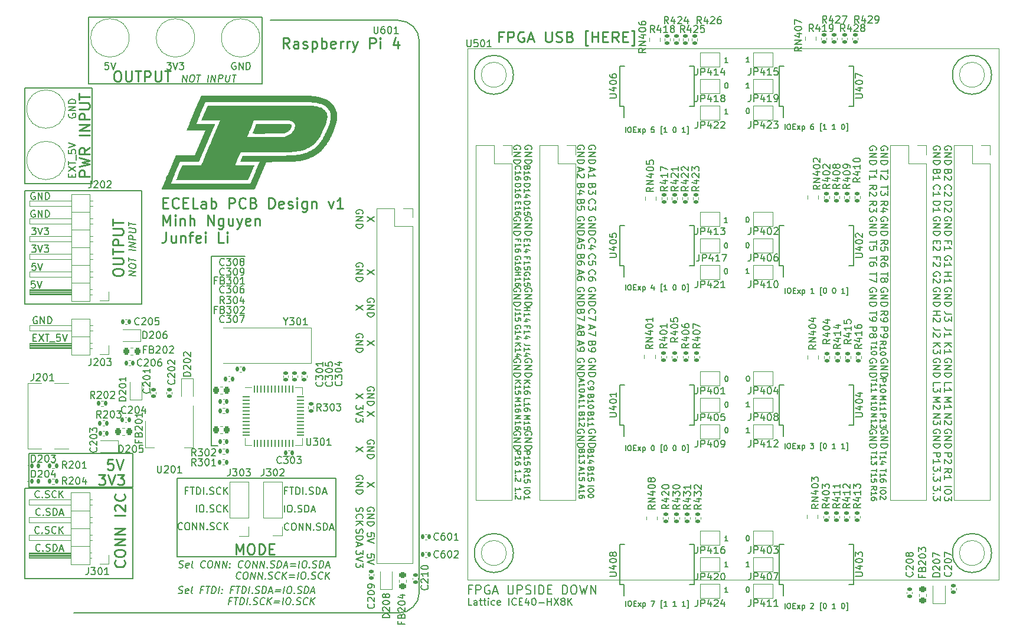
<source format=gto>
G04 #@! TF.GenerationSoftware,KiCad,Pcbnew,(6.0.7)*
G04 #@! TF.CreationDate,2023-05-24T01:03:00-04:00*
G04 #@! TF.ProjectId,ECELab_v1,4543454c-6162-45f7-9631-2e6b69636164,rev?*
G04 #@! TF.SameCoordinates,Original*
G04 #@! TF.FileFunction,Legend,Top*
G04 #@! TF.FilePolarity,Positive*
%FSLAX46Y46*%
G04 Gerber Fmt 4.6, Leading zero omitted, Abs format (unit mm)*
G04 Created by KiCad (PCBNEW (6.0.7)) date 2023-05-24 01:03:00*
%MOMM*%
%LPD*%
G01*
G04 APERTURE LIST*
G04 Aperture macros list*
%AMRoundRect*
0 Rectangle with rounded corners*
0 $1 Rounding radius*
0 $2 $3 $4 $5 $6 $7 $8 $9 X,Y pos of 4 corners*
0 Add a 4 corners polygon primitive as box body*
4,1,4,$2,$3,$4,$5,$6,$7,$8,$9,$2,$3,0*
0 Add four circle primitives for the rounded corners*
1,1,$1+$1,$2,$3*
1,1,$1+$1,$4,$5*
1,1,$1+$1,$6,$7*
1,1,$1+$1,$8,$9*
0 Add four rect primitives between the rounded corners*
20,1,$1+$1,$2,$3,$4,$5,0*
20,1,$1+$1,$4,$5,$6,$7,0*
20,1,$1+$1,$6,$7,$8,$9,0*
20,1,$1+$1,$8,$9,$2,$3,0*%
%AMFreePoly0*
4,1,6,1.000000,0.000000,0.500000,-0.750000,-0.500000,-0.750000,-0.500000,0.750000,0.500000,0.750000,1.000000,0.000000,1.000000,0.000000,$1*%
%AMFreePoly1*
4,1,6,0.500000,-0.750000,-0.650000,-0.750000,-0.150000,0.000000,-0.650000,0.750000,0.500000,0.750000,0.500000,-0.750000,0.500000,-0.750000,$1*%
G04 Aperture macros list end*
%ADD10C,0.150000*%
%ADD11C,0.250000*%
%ADD12C,0.130000*%
%ADD13C,0.127000*%
%ADD14C,0.254000*%
%ADD15C,0.120000*%
%ADD16C,0.100000*%
%ADD17R,1.000000X1.500000*%
%ADD18C,5.000000*%
%ADD19RoundRect,0.140000X-0.170000X0.140000X-0.170000X-0.140000X0.170000X-0.140000X0.170000X0.140000X0*%
%ADD20RoundRect,0.140000X0.170000X-0.140000X0.170000X0.140000X-0.170000X0.140000X-0.170000X-0.140000X0*%
%ADD21R,0.600000X0.450000*%
%ADD22RoundRect,0.135000X0.185000X-0.135000X0.185000X0.135000X-0.185000X0.135000X-0.185000X-0.135000X0*%
%ADD23RoundRect,0.140000X-0.140000X-0.170000X0.140000X-0.170000X0.140000X0.170000X-0.140000X0.170000X0*%
%ADD24R,0.400000X0.500000*%
%ADD25RoundRect,0.140000X0.140000X0.170000X-0.140000X0.170000X-0.140000X-0.170000X0.140000X-0.170000X0*%
%ADD26RoundRect,0.135000X-0.135000X-0.185000X0.135000X-0.185000X0.135000X0.185000X-0.135000X0.185000X0*%
%ADD27RoundRect,0.218750X0.256250X-0.218750X0.256250X0.218750X-0.256250X0.218750X-0.256250X-0.218750X0*%
%ADD28R,0.450000X1.750000*%
%ADD29FreePoly0,0.000000*%
%ADD30FreePoly1,0.000000*%
%ADD31R,1.700000X1.700000*%
%ADD32O,1.700000X1.700000*%
%ADD33RoundRect,0.135000X0.135000X0.185000X-0.135000X0.185000X-0.135000X-0.185000X0.135000X-0.185000X0*%
%ADD34RoundRect,0.218750X-0.218750X-0.256250X0.218750X-0.256250X0.218750X0.256250X-0.218750X0.256250X0*%
%ADD35RoundRect,0.135000X-0.185000X0.135000X-0.185000X-0.135000X0.185000X-0.135000X0.185000X0.135000X0*%
%ADD36FreePoly0,180.000000*%
%ADD37FreePoly1,180.000000*%
%ADD38R,1.524000X1.524000*%
%ADD39C,1.524000*%
%ADD40RoundRect,0.147500X-0.147500X-0.172500X0.147500X-0.172500X0.147500X0.172500X-0.147500X0.172500X0*%
%ADD41R,1.500000X2.000000*%
%ADD42R,3.800000X2.000000*%
%ADD43C,0.650000*%
%ADD44R,1.450000X0.600000*%
%ADD45R,1.450000X0.300000*%
%ADD46O,1.600000X1.000000*%
%ADD47O,2.100000X1.000000*%
%ADD48R,0.450000X0.600000*%
%ADD49RoundRect,0.062500X-0.412500X-0.062500X0.412500X-0.062500X0.412500X0.062500X-0.412500X0.062500X0*%
%ADD50RoundRect,0.062500X-0.062500X-0.412500X0.062500X-0.412500X0.062500X0.412500X-0.062500X0.412500X0*%
%ADD51R,6.200000X6.200000*%
%ADD52R,4.500000X2.000000*%
%ADD53RoundRect,0.218750X0.218750X0.256250X-0.218750X0.256250X-0.218750X-0.256250X0.218750X-0.256250X0*%
%ADD54C,5.400000*%
G04 APERTURE END LIST*
D10*
X104952800Y-73964800D02*
X114554000Y-73964800D01*
X114554000Y-73964800D02*
X114554000Y-87630000D01*
X114554000Y-87630000D02*
X104952800Y-87630000D01*
X104952800Y-87630000D02*
X104952800Y-73964800D01*
X138912600Y-63754000D02*
X114071400Y-63754000D01*
X114071400Y-63754000D02*
X114071400Y-73355200D01*
X114071400Y-73355200D02*
X138912600Y-73355200D01*
X138912600Y-73355200D02*
X138912600Y-63754000D01*
X104927400Y-131368800D02*
X120370600Y-131368800D01*
X120370600Y-131368800D02*
X120370600Y-144272000D01*
X120370600Y-144272000D02*
X104927400Y-144272000D01*
X104927400Y-144272000D02*
X104927400Y-131368800D01*
X131699000Y-125222000D02*
X132588000Y-125222000D01*
X131699000Y-98044000D02*
X136525000Y-98044000D01*
X131699000Y-99949000D02*
X131699000Y-125222000D01*
X104952800Y-88696800D02*
X121666000Y-88696800D01*
X121666000Y-88696800D02*
X121666000Y-104902000D01*
X121666000Y-104902000D02*
X104952800Y-104902000D01*
X104952800Y-104902000D02*
X104952800Y-88696800D01*
X131699000Y-99949000D02*
X131699000Y-98044000D01*
X126733000Y-129870200D02*
X149541200Y-129870200D01*
X149541200Y-129870200D02*
X149541200Y-141159400D01*
X149541200Y-141159400D02*
X126733000Y-141159400D01*
X126733000Y-141159400D02*
X126733000Y-129870200D01*
X105486200Y-126365000D02*
X120421400Y-126365000D01*
X120421400Y-126365000D02*
X120421400Y-131140200D01*
X120421400Y-131140200D02*
X105486200Y-131140200D01*
X105486200Y-131140200D02*
X105486200Y-126365000D01*
X155022619Y-110156666D02*
X154022619Y-110823333D01*
X155022619Y-110823333D02*
X154022619Y-110156666D01*
X153365000Y-109728095D02*
X153412619Y-109632857D01*
X153412619Y-109490000D01*
X153365000Y-109347142D01*
X153269761Y-109251904D01*
X153174523Y-109204285D01*
X152984047Y-109156666D01*
X152841190Y-109156666D01*
X152650714Y-109204285D01*
X152555476Y-109251904D01*
X152460238Y-109347142D01*
X152412619Y-109490000D01*
X152412619Y-109585238D01*
X152460238Y-109728095D01*
X152507857Y-109775714D01*
X152841190Y-109775714D01*
X152841190Y-109585238D01*
X152412619Y-110204285D02*
X153412619Y-110204285D01*
X152412619Y-110775714D01*
X153412619Y-110775714D01*
X152412619Y-111251904D02*
X153412619Y-111251904D01*
X153412619Y-111490000D01*
X153365000Y-111632857D01*
X153269761Y-111728095D01*
X153174523Y-111775714D01*
X152984047Y-111823333D01*
X152841190Y-111823333D01*
X152650714Y-111775714D01*
X152555476Y-111728095D01*
X152460238Y-111632857D01*
X152412619Y-111490000D01*
X152412619Y-111251904D01*
D11*
X115490857Y-129353571D02*
X116419428Y-129353571D01*
X115919428Y-129925000D01*
X116133714Y-129925000D01*
X116276571Y-129996428D01*
X116348000Y-130067857D01*
X116419428Y-130210714D01*
X116419428Y-130567857D01*
X116348000Y-130710714D01*
X116276571Y-130782142D01*
X116133714Y-130853571D01*
X115705142Y-130853571D01*
X115562285Y-130782142D01*
X115490857Y-130710714D01*
X116848000Y-129353571D02*
X117348000Y-130853571D01*
X117848000Y-129353571D01*
X118205142Y-129353571D02*
X119133714Y-129353571D01*
X118633714Y-129925000D01*
X118848000Y-129925000D01*
X118990857Y-129996428D01*
X119062285Y-130067857D01*
X119133714Y-130210714D01*
X119133714Y-130567857D01*
X119062285Y-130710714D01*
X118990857Y-130782142D01*
X118848000Y-130853571D01*
X118419428Y-130853571D01*
X118276571Y-130782142D01*
X118205142Y-130710714D01*
D12*
X176977142Y-108318380D02*
X176977142Y-108051714D01*
X176558095Y-108051714D02*
X177358095Y-108051714D01*
X177358095Y-108432666D01*
X176558095Y-109156476D02*
X176558095Y-108699333D01*
X176558095Y-108927904D02*
X177358095Y-108927904D01*
X177243809Y-108851714D01*
X177167619Y-108775523D01*
X177129523Y-108699333D01*
X177091428Y-109842190D02*
X176558095Y-109842190D01*
X177396190Y-109651714D02*
X176824761Y-109461238D01*
X176824761Y-109956476D01*
X176032000Y-108413619D02*
X176070095Y-108337428D01*
X176070095Y-108223142D01*
X176032000Y-108108857D01*
X175955809Y-108032666D01*
X175879619Y-107994571D01*
X175727238Y-107956476D01*
X175612952Y-107956476D01*
X175460571Y-107994571D01*
X175384380Y-108032666D01*
X175308190Y-108108857D01*
X175270095Y-108223142D01*
X175270095Y-108299333D01*
X175308190Y-108413619D01*
X175346285Y-108451714D01*
X175612952Y-108451714D01*
X175612952Y-108299333D01*
X175270095Y-109213619D02*
X175270095Y-108756476D01*
X175270095Y-108985047D02*
X176070095Y-108985047D01*
X175955809Y-108908857D01*
X175879619Y-108832666D01*
X175841523Y-108756476D01*
X175803428Y-109899333D02*
X175270095Y-109899333D01*
X176108190Y-109708857D02*
X175536761Y-109518380D01*
X175536761Y-110013619D01*
D11*
X118084257Y-71517771D02*
X118369971Y-71517771D01*
X118512828Y-71589200D01*
X118655685Y-71732057D01*
X118727114Y-72017771D01*
X118727114Y-72517771D01*
X118655685Y-72803485D01*
X118512828Y-72946342D01*
X118369971Y-73017771D01*
X118084257Y-73017771D01*
X117941400Y-72946342D01*
X117798542Y-72803485D01*
X117727114Y-72517771D01*
X117727114Y-72017771D01*
X117798542Y-71732057D01*
X117941400Y-71589200D01*
X118084257Y-71517771D01*
X119369971Y-71517771D02*
X119369971Y-72732057D01*
X119441400Y-72874914D01*
X119512828Y-72946342D01*
X119655685Y-73017771D01*
X119941400Y-73017771D01*
X120084257Y-72946342D01*
X120155685Y-72874914D01*
X120227114Y-72732057D01*
X120227114Y-71517771D01*
X120727114Y-71517771D02*
X121584257Y-71517771D01*
X121155685Y-73017771D02*
X121155685Y-71517771D01*
X122084257Y-73017771D02*
X122084257Y-71517771D01*
X122655685Y-71517771D01*
X122798542Y-71589200D01*
X122869971Y-71660628D01*
X122941400Y-71803485D01*
X122941400Y-72017771D01*
X122869971Y-72160628D01*
X122798542Y-72232057D01*
X122655685Y-72303485D01*
X122084257Y-72303485D01*
X123584257Y-71517771D02*
X123584257Y-72732057D01*
X123655685Y-72874914D01*
X123727114Y-72946342D01*
X123869971Y-73017771D01*
X124155685Y-73017771D01*
X124298542Y-72946342D01*
X124369971Y-72874914D01*
X124441400Y-72732057D01*
X124441400Y-71517771D01*
X124941400Y-71517771D02*
X125798542Y-71517771D01*
X125369971Y-73017771D02*
X125369971Y-71517771D01*
D10*
X116928923Y-70267580D02*
X116452733Y-70267580D01*
X116405114Y-70743771D01*
X116452733Y-70696152D01*
X116547971Y-70648533D01*
X116786066Y-70648533D01*
X116881304Y-70696152D01*
X116928923Y-70743771D01*
X116976542Y-70839009D01*
X116976542Y-71077104D01*
X116928923Y-71172342D01*
X116881304Y-71219961D01*
X116786066Y-71267580D01*
X116547971Y-71267580D01*
X116452733Y-71219961D01*
X116405114Y-71172342D01*
X117262257Y-70267580D02*
X117595590Y-71267580D01*
X117928923Y-70267580D01*
X127510632Y-73045580D02*
X127635632Y-72045580D01*
X128082060Y-73045580D01*
X128207060Y-72045580D01*
X128873727Y-72045580D02*
X129064203Y-72045580D01*
X129153489Y-72093200D01*
X129236822Y-72188438D01*
X129260632Y-72378914D01*
X129218965Y-72712247D01*
X129147536Y-72902723D01*
X129040394Y-72997961D01*
X128939203Y-73045580D01*
X128748727Y-73045580D01*
X128659441Y-72997961D01*
X128576108Y-72902723D01*
X128552298Y-72712247D01*
X128593965Y-72378914D01*
X128665394Y-72188438D01*
X128772536Y-72093200D01*
X128873727Y-72045580D01*
X129588013Y-72045580D02*
X130159441Y-72045580D01*
X129748727Y-73045580D02*
X129873727Y-72045580D01*
X131129679Y-73045580D02*
X131254679Y-72045580D01*
X131605870Y-73045580D02*
X131730870Y-72045580D01*
X132177298Y-73045580D01*
X132302298Y-72045580D01*
X132653489Y-73045580D02*
X132778489Y-72045580D01*
X133159441Y-72045580D01*
X133248727Y-72093200D01*
X133290394Y-72140819D01*
X133326108Y-72236057D01*
X133308251Y-72378914D01*
X133248727Y-72474152D01*
X133195155Y-72521771D01*
X133093965Y-72569390D01*
X132713013Y-72569390D01*
X133778489Y-72045580D02*
X133677298Y-72855104D01*
X133713013Y-72950342D01*
X133754679Y-72997961D01*
X133843965Y-73045580D01*
X134034441Y-73045580D01*
X134135632Y-72997961D01*
X134189203Y-72950342D01*
X134248727Y-72855104D01*
X134349917Y-72045580D01*
X134683251Y-72045580D02*
X135254679Y-72045580D01*
X134843965Y-73045580D02*
X134968965Y-72045580D01*
D13*
X208573914Y-138116854D02*
X208646485Y-138116854D01*
X208719057Y-138153140D01*
X208755342Y-138189425D01*
X208791628Y-138261997D01*
X208827914Y-138407140D01*
X208827914Y-138588568D01*
X208791628Y-138733711D01*
X208755342Y-138806282D01*
X208719057Y-138842568D01*
X208646485Y-138878854D01*
X208573914Y-138878854D01*
X208501342Y-138842568D01*
X208465057Y-138806282D01*
X208428771Y-138733711D01*
X208392485Y-138588568D01*
X208392485Y-138407140D01*
X208428771Y-138261997D01*
X208465057Y-138189425D01*
X208501342Y-138153140D01*
X208573914Y-138116854D01*
X208827914Y-142559314D02*
X208392485Y-142559314D01*
X208610200Y-142559314D02*
X208610200Y-141797314D01*
X208537628Y-141906171D01*
X208465057Y-141978742D01*
X208392485Y-142015028D01*
X208573914Y-145477774D02*
X208646485Y-145477774D01*
X208719057Y-145514060D01*
X208755342Y-145550345D01*
X208791628Y-145622917D01*
X208827914Y-145768060D01*
X208827914Y-145949488D01*
X208791628Y-146094631D01*
X208755342Y-146167202D01*
X208719057Y-146203488D01*
X208646485Y-146239774D01*
X208573914Y-146239774D01*
X208501342Y-146203488D01*
X208465057Y-146167202D01*
X208428771Y-146094631D01*
X208392485Y-145949488D01*
X208392485Y-145768060D01*
X208428771Y-145622917D01*
X208465057Y-145550345D01*
X208501342Y-145514060D01*
X208573914Y-145477774D01*
D10*
X107099266Y-140260342D02*
X107051647Y-140307961D01*
X106908790Y-140355580D01*
X106813552Y-140355580D01*
X106670695Y-140307961D01*
X106575457Y-140212723D01*
X106527838Y-140117485D01*
X106480219Y-139927009D01*
X106480219Y-139784152D01*
X106527838Y-139593676D01*
X106575457Y-139498438D01*
X106670695Y-139403200D01*
X106813552Y-139355580D01*
X106908790Y-139355580D01*
X107051647Y-139403200D01*
X107099266Y-139450819D01*
X107527838Y-140260342D02*
X107575457Y-140307961D01*
X107527838Y-140355580D01*
X107480219Y-140307961D01*
X107527838Y-140260342D01*
X107527838Y-140355580D01*
X107956409Y-140307961D02*
X108099266Y-140355580D01*
X108337361Y-140355580D01*
X108432600Y-140307961D01*
X108480219Y-140260342D01*
X108527838Y-140165104D01*
X108527838Y-140069866D01*
X108480219Y-139974628D01*
X108432600Y-139927009D01*
X108337361Y-139879390D01*
X108146885Y-139831771D01*
X108051647Y-139784152D01*
X108004028Y-139736533D01*
X107956409Y-139641295D01*
X107956409Y-139546057D01*
X108004028Y-139450819D01*
X108051647Y-139403200D01*
X108146885Y-139355580D01*
X108384980Y-139355580D01*
X108527838Y-139403200D01*
X108956409Y-140355580D02*
X108956409Y-139355580D01*
X109194504Y-139355580D01*
X109337361Y-139403200D01*
X109432600Y-139498438D01*
X109480219Y-139593676D01*
X109527838Y-139784152D01*
X109527838Y-139927009D01*
X109480219Y-140117485D01*
X109432600Y-140212723D01*
X109337361Y-140307961D01*
X109194504Y-140355580D01*
X108956409Y-140355580D01*
X109908790Y-140069866D02*
X110384980Y-140069866D01*
X109813552Y-140355580D02*
X110146885Y-139355580D01*
X110480219Y-140355580D01*
X111688571Y-86685142D02*
X111688571Y-86351809D01*
X112212380Y-86208952D02*
X112212380Y-86685142D01*
X111212380Y-86685142D01*
X111212380Y-86208952D01*
X111212380Y-85875619D02*
X112212380Y-85208952D01*
X111212380Y-85208952D02*
X112212380Y-85875619D01*
X111212380Y-84970857D02*
X111212380Y-84399428D01*
X112212380Y-84685142D02*
X111212380Y-84685142D01*
X112307619Y-84304190D02*
X112307619Y-83542285D01*
X111212380Y-82828000D02*
X111212380Y-83304190D01*
X111688571Y-83351809D01*
X111640952Y-83304190D01*
X111593333Y-83208952D01*
X111593333Y-82970857D01*
X111640952Y-82875619D01*
X111688571Y-82828000D01*
X111783809Y-82780380D01*
X112021904Y-82780380D01*
X112117142Y-82828000D01*
X112164761Y-82875619D01*
X112212380Y-82970857D01*
X112212380Y-83208952D01*
X112164761Y-83304190D01*
X112117142Y-83351809D01*
X111212380Y-82494666D02*
X112212380Y-82161333D01*
X111212380Y-81828000D01*
D11*
X114216571Y-86593428D02*
X112716571Y-86593428D01*
X112716571Y-86022000D01*
X112788000Y-85879142D01*
X112859428Y-85807714D01*
X113002285Y-85736285D01*
X113216571Y-85736285D01*
X113359428Y-85807714D01*
X113430857Y-85879142D01*
X113502285Y-86022000D01*
X113502285Y-86593428D01*
X112716571Y-85236285D02*
X114216571Y-84879142D01*
X113145142Y-84593428D01*
X114216571Y-84307714D01*
X112716571Y-83950571D01*
X114216571Y-82522000D02*
X113502285Y-83022000D01*
X114216571Y-83379142D02*
X112716571Y-83379142D01*
X112716571Y-82807714D01*
X112788000Y-82664857D01*
X112859428Y-82593428D01*
X113002285Y-82522000D01*
X113216571Y-82522000D01*
X113359428Y-82593428D01*
X113430857Y-82664857D01*
X113502285Y-82807714D01*
X113502285Y-83379142D01*
X114216571Y-80736285D02*
X112716571Y-80736285D01*
X114216571Y-80022000D02*
X112716571Y-80022000D01*
X114216571Y-79164857D01*
X112716571Y-79164857D01*
X114216571Y-78450571D02*
X112716571Y-78450571D01*
X112716571Y-77879142D01*
X112788000Y-77736285D01*
X112859428Y-77664857D01*
X113002285Y-77593428D01*
X113216571Y-77593428D01*
X113359428Y-77664857D01*
X113430857Y-77736285D01*
X113502285Y-77879142D01*
X113502285Y-78450571D01*
X112716571Y-76950571D02*
X113930857Y-76950571D01*
X114073714Y-76879142D01*
X114145142Y-76807714D01*
X114216571Y-76664857D01*
X114216571Y-76379142D01*
X114145142Y-76236285D01*
X114073714Y-76164857D01*
X113930857Y-76093428D01*
X112716571Y-76093428D01*
X112716571Y-75593428D02*
X112716571Y-74736285D01*
X114216571Y-75164857D02*
X112716571Y-75164857D01*
D10*
X120848380Y-100860767D02*
X119848380Y-100735767D01*
X120848380Y-100289339D01*
X119848380Y-100164339D01*
X119848380Y-99497672D02*
X119848380Y-99307196D01*
X119896000Y-99217910D01*
X119991238Y-99134577D01*
X120181714Y-99110767D01*
X120515047Y-99152434D01*
X120705523Y-99223863D01*
X120800761Y-99331005D01*
X120848380Y-99432196D01*
X120848380Y-99622672D01*
X120800761Y-99711958D01*
X120705523Y-99795291D01*
X120515047Y-99819101D01*
X120181714Y-99777434D01*
X119991238Y-99706005D01*
X119896000Y-99598863D01*
X119848380Y-99497672D01*
X119848380Y-98783386D02*
X119848380Y-98211958D01*
X120848380Y-98622672D02*
X119848380Y-98497672D01*
X120848380Y-97241720D02*
X119848380Y-97116720D01*
X120848380Y-96765529D02*
X119848380Y-96640529D01*
X120848380Y-96194101D01*
X119848380Y-96069101D01*
X120848380Y-95717910D02*
X119848380Y-95592910D01*
X119848380Y-95211958D01*
X119896000Y-95122672D01*
X119943619Y-95081005D01*
X120038857Y-95045291D01*
X120181714Y-95063148D01*
X120276952Y-95122672D01*
X120324571Y-95176244D01*
X120372190Y-95277434D01*
X120372190Y-95658386D01*
X119848380Y-94592910D02*
X120657904Y-94694101D01*
X120753142Y-94658386D01*
X120800761Y-94616720D01*
X120848380Y-94527434D01*
X120848380Y-94336958D01*
X120800761Y-94235767D01*
X120753142Y-94182196D01*
X120657904Y-94122672D01*
X119848380Y-94021482D01*
X119848380Y-93688148D02*
X119848380Y-93116720D01*
X120848380Y-93527434D02*
X119848380Y-93402434D01*
X155022619Y-92376666D02*
X154022619Y-93043333D01*
X155022619Y-93043333D02*
X154022619Y-92376666D01*
X153365000Y-91948095D02*
X153412619Y-91852857D01*
X153412619Y-91710000D01*
X153365000Y-91567142D01*
X153269761Y-91471904D01*
X153174523Y-91424285D01*
X152984047Y-91376666D01*
X152841190Y-91376666D01*
X152650714Y-91424285D01*
X152555476Y-91471904D01*
X152460238Y-91567142D01*
X152412619Y-91710000D01*
X152412619Y-91805238D01*
X152460238Y-91948095D01*
X152507857Y-91995714D01*
X152841190Y-91995714D01*
X152841190Y-91805238D01*
X152412619Y-92424285D02*
X153412619Y-92424285D01*
X152412619Y-92995714D01*
X153412619Y-92995714D01*
X152412619Y-93471904D02*
X153412619Y-93471904D01*
X153412619Y-93710000D01*
X153365000Y-93852857D01*
X153269761Y-93948095D01*
X153174523Y-93995714D01*
X152984047Y-94043333D01*
X152841190Y-94043333D01*
X152650714Y-93995714D01*
X152555476Y-93948095D01*
X152460238Y-93852857D01*
X152412619Y-93710000D01*
X152412619Y-93471904D01*
X236826619Y-116673333D02*
X236826619Y-116197142D01*
X237826619Y-116197142D01*
X236826619Y-117530476D02*
X236826619Y-116959047D01*
X236826619Y-117244761D02*
X237826619Y-117244761D01*
X237683761Y-117149523D01*
X237588523Y-117054285D01*
X237540904Y-116959047D01*
X235216619Y-116673333D02*
X235216619Y-116197142D01*
X236216619Y-116197142D01*
X236216619Y-116911428D02*
X236216619Y-117530476D01*
X235835666Y-117197142D01*
X235835666Y-117340000D01*
X235788047Y-117435238D01*
X235740428Y-117482857D01*
X235645190Y-117530476D01*
X235407095Y-117530476D01*
X235311857Y-117482857D01*
X235264238Y-117435238D01*
X235216619Y-117340000D01*
X235216619Y-117054285D01*
X235264238Y-116959047D01*
X235311857Y-116911428D01*
X236826619Y-126261904D02*
X237826619Y-126261904D01*
X237826619Y-126642857D01*
X237779000Y-126738095D01*
X237731380Y-126785714D01*
X237636142Y-126833333D01*
X237493285Y-126833333D01*
X237398047Y-126785714D01*
X237350428Y-126738095D01*
X237302809Y-126642857D01*
X237302809Y-126261904D01*
X237731380Y-127214285D02*
X237779000Y-127261904D01*
X237826619Y-127357142D01*
X237826619Y-127595238D01*
X237779000Y-127690476D01*
X237731380Y-127738095D01*
X237636142Y-127785714D01*
X237540904Y-127785714D01*
X237398047Y-127738095D01*
X236826619Y-127166666D01*
X236826619Y-127785714D01*
X235216619Y-126261904D02*
X236216619Y-126261904D01*
X236216619Y-126642857D01*
X236169000Y-126738095D01*
X236121380Y-126785714D01*
X236026142Y-126833333D01*
X235883285Y-126833333D01*
X235788047Y-126785714D01*
X235740428Y-126738095D01*
X235692809Y-126642857D01*
X235692809Y-126261904D01*
X235216619Y-127785714D02*
X235216619Y-127214285D01*
X235216619Y-127500000D02*
X236216619Y-127500000D01*
X236073761Y-127404761D01*
X235978523Y-127309523D01*
X235930904Y-127214285D01*
X186058333Y-107997714D02*
X186058333Y-108473904D01*
X185772619Y-107902476D02*
X186772619Y-108235809D01*
X185772619Y-108569142D01*
X186772619Y-108807238D02*
X186772619Y-109473904D01*
X185772619Y-109045333D01*
X184448333Y-107997714D02*
X184448333Y-108473904D01*
X184162619Y-107902476D02*
X185162619Y-108235809D01*
X184162619Y-108569142D01*
X184734047Y-109045333D02*
X184781666Y-108950095D01*
X184829285Y-108902476D01*
X184924523Y-108854857D01*
X184972142Y-108854857D01*
X185067380Y-108902476D01*
X185115000Y-108950095D01*
X185162619Y-109045333D01*
X185162619Y-109235809D01*
X185115000Y-109331047D01*
X185067380Y-109378666D01*
X184972142Y-109426285D01*
X184924523Y-109426285D01*
X184829285Y-109378666D01*
X184781666Y-109331047D01*
X184734047Y-109235809D01*
X184734047Y-109045333D01*
X184686428Y-108950095D01*
X184638809Y-108902476D01*
X184543571Y-108854857D01*
X184353095Y-108854857D01*
X184257857Y-108902476D01*
X184210238Y-108950095D01*
X184162619Y-109045333D01*
X184162619Y-109235809D01*
X184210238Y-109331047D01*
X184257857Y-109378666D01*
X184353095Y-109426285D01*
X184543571Y-109426285D01*
X184638809Y-109378666D01*
X184686428Y-109331047D01*
X184734047Y-109235809D01*
X236921857Y-88479333D02*
X236874238Y-88431714D01*
X236826619Y-88288857D01*
X236826619Y-88193619D01*
X236874238Y-88050761D01*
X236969476Y-87955523D01*
X237064714Y-87907904D01*
X237255190Y-87860285D01*
X237398047Y-87860285D01*
X237588523Y-87907904D01*
X237683761Y-87955523D01*
X237779000Y-88050761D01*
X237826619Y-88193619D01*
X237826619Y-88288857D01*
X237779000Y-88431714D01*
X237731380Y-88479333D01*
X237731380Y-88860285D02*
X237779000Y-88907904D01*
X237826619Y-89003142D01*
X237826619Y-89241238D01*
X237779000Y-89336476D01*
X237731380Y-89384095D01*
X237636142Y-89431714D01*
X237540904Y-89431714D01*
X237398047Y-89384095D01*
X236826619Y-88812666D01*
X236826619Y-89431714D01*
X235311857Y-88479333D02*
X235264238Y-88431714D01*
X235216619Y-88288857D01*
X235216619Y-88193619D01*
X235264238Y-88050761D01*
X235359476Y-87955523D01*
X235454714Y-87907904D01*
X235645190Y-87860285D01*
X235788047Y-87860285D01*
X235978523Y-87907904D01*
X236073761Y-87955523D01*
X236169000Y-88050761D01*
X236216619Y-88193619D01*
X236216619Y-88288857D01*
X236169000Y-88431714D01*
X236121380Y-88479333D01*
X235216619Y-89431714D02*
X235216619Y-88860285D01*
X235216619Y-89146000D02*
X236216619Y-89146000D01*
X236073761Y-89050761D01*
X235978523Y-88955523D01*
X235930904Y-88860285D01*
X186725000Y-113258695D02*
X186772619Y-113163457D01*
X186772619Y-113020600D01*
X186725000Y-112877742D01*
X186629761Y-112782504D01*
X186534523Y-112734885D01*
X186344047Y-112687266D01*
X186201190Y-112687266D01*
X186010714Y-112734885D01*
X185915476Y-112782504D01*
X185820238Y-112877742D01*
X185772619Y-113020600D01*
X185772619Y-113115838D01*
X185820238Y-113258695D01*
X185867857Y-113306314D01*
X186201190Y-113306314D01*
X186201190Y-113115838D01*
X185772619Y-113734885D02*
X186772619Y-113734885D01*
X185772619Y-114306314D01*
X186772619Y-114306314D01*
X185772619Y-114782504D02*
X186772619Y-114782504D01*
X186772619Y-115020600D01*
X186725000Y-115163457D01*
X186629761Y-115258695D01*
X186534523Y-115306314D01*
X186344047Y-115353933D01*
X186201190Y-115353933D01*
X186010714Y-115306314D01*
X185915476Y-115258695D01*
X185820238Y-115163457D01*
X185772619Y-115020600D01*
X185772619Y-114782504D01*
X185115000Y-113258695D02*
X185162619Y-113163457D01*
X185162619Y-113020600D01*
X185115000Y-112877742D01*
X185019761Y-112782504D01*
X184924523Y-112734885D01*
X184734047Y-112687266D01*
X184591190Y-112687266D01*
X184400714Y-112734885D01*
X184305476Y-112782504D01*
X184210238Y-112877742D01*
X184162619Y-113020600D01*
X184162619Y-113115838D01*
X184210238Y-113258695D01*
X184257857Y-113306314D01*
X184591190Y-113306314D01*
X184591190Y-113115838D01*
X184162619Y-113734885D02*
X185162619Y-113734885D01*
X184162619Y-114306314D01*
X185162619Y-114306314D01*
X184162619Y-114782504D02*
X185162619Y-114782504D01*
X185162619Y-115020600D01*
X185115000Y-115163457D01*
X185019761Y-115258695D01*
X184924523Y-115306314D01*
X184734047Y-115353933D01*
X184591190Y-115353933D01*
X184400714Y-115306314D01*
X184305476Y-115258695D01*
X184210238Y-115163457D01*
X184162619Y-115020600D01*
X184162619Y-114782504D01*
D12*
X227612095Y-115614571D02*
X228412095Y-115614571D01*
X228412095Y-115919333D01*
X228374000Y-115995523D01*
X228335904Y-116033619D01*
X228259714Y-116071714D01*
X228145428Y-116071714D01*
X228069238Y-116033619D01*
X228031142Y-115995523D01*
X227993047Y-115919333D01*
X227993047Y-115614571D01*
X227612095Y-116833619D02*
X227612095Y-116376476D01*
X227612095Y-116605047D02*
X228412095Y-116605047D01*
X228297809Y-116528857D01*
X228221619Y-116452666D01*
X228183523Y-116376476D01*
X228412095Y-117328857D02*
X228412095Y-117405047D01*
X228374000Y-117481238D01*
X228335904Y-117519333D01*
X228259714Y-117557428D01*
X228107333Y-117595523D01*
X227916857Y-117595523D01*
X227764476Y-117557428D01*
X227688285Y-117519333D01*
X227650190Y-117481238D01*
X227612095Y-117405047D01*
X227612095Y-117328857D01*
X227650190Y-117252666D01*
X227688285Y-117214571D01*
X227764476Y-117176476D01*
X227916857Y-117138380D01*
X228107333Y-117138380D01*
X228259714Y-117176476D01*
X228335904Y-117214571D01*
X228374000Y-117252666D01*
X228412095Y-117328857D01*
X227124095Y-115595523D02*
X227124095Y-116052666D01*
X226324095Y-115824095D02*
X227124095Y-115824095D01*
X226324095Y-116738380D02*
X226324095Y-116281238D01*
X226324095Y-116509809D02*
X227124095Y-116509809D01*
X227009809Y-116433619D01*
X226933619Y-116357428D01*
X226895523Y-116281238D01*
X226324095Y-117500285D02*
X226324095Y-117043142D01*
X226324095Y-117271714D02*
X227124095Y-117271714D01*
X227009809Y-117195523D01*
X226933619Y-117119333D01*
X226895523Y-117043142D01*
D10*
X186058333Y-85391714D02*
X186058333Y-85867904D01*
X185772619Y-85296476D02*
X186772619Y-85629809D01*
X185772619Y-85963142D01*
X185772619Y-86820285D02*
X185772619Y-86248857D01*
X185772619Y-86534571D02*
X186772619Y-86534571D01*
X186629761Y-86439333D01*
X186534523Y-86344095D01*
X186486904Y-86248857D01*
X184448333Y-85391714D02*
X184448333Y-85867904D01*
X184162619Y-85296476D02*
X185162619Y-85629809D01*
X184162619Y-85963142D01*
X185067380Y-86248857D02*
X185115000Y-86296476D01*
X185162619Y-86391714D01*
X185162619Y-86629809D01*
X185115000Y-86725047D01*
X185067380Y-86772666D01*
X184972142Y-86820285D01*
X184876904Y-86820285D01*
X184734047Y-86772666D01*
X184162619Y-86201238D01*
X184162619Y-86820285D01*
X185867857Y-100671333D02*
X185820238Y-100623714D01*
X185772619Y-100480857D01*
X185772619Y-100385619D01*
X185820238Y-100242761D01*
X185915476Y-100147523D01*
X186010714Y-100099904D01*
X186201190Y-100052285D01*
X186344047Y-100052285D01*
X186534523Y-100099904D01*
X186629761Y-100147523D01*
X186725000Y-100242761D01*
X186772619Y-100385619D01*
X186772619Y-100480857D01*
X186725000Y-100623714D01*
X186677380Y-100671333D01*
X186772619Y-101528476D02*
X186772619Y-101338000D01*
X186725000Y-101242761D01*
X186677380Y-101195142D01*
X186534523Y-101099904D01*
X186344047Y-101052285D01*
X185963095Y-101052285D01*
X185867857Y-101099904D01*
X185820238Y-101147523D01*
X185772619Y-101242761D01*
X185772619Y-101433238D01*
X185820238Y-101528476D01*
X185867857Y-101576095D01*
X185963095Y-101623714D01*
X186201190Y-101623714D01*
X186296428Y-101576095D01*
X186344047Y-101528476D01*
X186391666Y-101433238D01*
X186391666Y-101242761D01*
X186344047Y-101147523D01*
X186296428Y-101099904D01*
X186201190Y-101052285D01*
X184448333Y-100123714D02*
X184448333Y-100599904D01*
X184162619Y-100028476D02*
X185162619Y-100361809D01*
X184162619Y-100695142D01*
X185162619Y-101457047D02*
X185162619Y-101266571D01*
X185115000Y-101171333D01*
X185067380Y-101123714D01*
X184924523Y-101028476D01*
X184734047Y-100980857D01*
X184353095Y-100980857D01*
X184257857Y-101028476D01*
X184210238Y-101076095D01*
X184162619Y-101171333D01*
X184162619Y-101361809D01*
X184210238Y-101457047D01*
X184257857Y-101504666D01*
X184353095Y-101552285D01*
X184591190Y-101552285D01*
X184686428Y-101504666D01*
X184734047Y-101457047D01*
X184781666Y-101361809D01*
X184781666Y-101171333D01*
X184734047Y-101076095D01*
X184686428Y-101028476D01*
X184591190Y-100980857D01*
D12*
X176558095Y-126028571D02*
X177358095Y-126028571D01*
X177358095Y-126333333D01*
X177320000Y-126409523D01*
X177281904Y-126447619D01*
X177205714Y-126485714D01*
X177091428Y-126485714D01*
X177015238Y-126447619D01*
X176977142Y-126409523D01*
X176939047Y-126333333D01*
X176939047Y-126028571D01*
X176558095Y-127247619D02*
X176558095Y-126790476D01*
X176558095Y-127019047D02*
X177358095Y-127019047D01*
X177243809Y-126942857D01*
X177167619Y-126866666D01*
X177129523Y-126790476D01*
X177358095Y-127971428D02*
X177358095Y-127590476D01*
X176977142Y-127552380D01*
X177015238Y-127590476D01*
X177053333Y-127666666D01*
X177053333Y-127857142D01*
X177015238Y-127933333D01*
X176977142Y-127971428D01*
X176900952Y-128009523D01*
X176710476Y-128009523D01*
X176634285Y-127971428D01*
X176596190Y-127933333D01*
X176558095Y-127857142D01*
X176558095Y-127666666D01*
X176596190Y-127590476D01*
X176634285Y-127552380D01*
X175270095Y-126028571D02*
X176070095Y-126028571D01*
X176070095Y-126333333D01*
X176032000Y-126409523D01*
X175993904Y-126447619D01*
X175917714Y-126485714D01*
X175803428Y-126485714D01*
X175727238Y-126447619D01*
X175689142Y-126409523D01*
X175651047Y-126333333D01*
X175651047Y-126028571D01*
X175270095Y-127247619D02*
X175270095Y-126790476D01*
X175270095Y-127019047D02*
X176070095Y-127019047D01*
X175955809Y-126942857D01*
X175879619Y-126866666D01*
X175841523Y-126790476D01*
X176070095Y-127933333D02*
X176070095Y-127780952D01*
X176032000Y-127704761D01*
X175993904Y-127666666D01*
X175879619Y-127590476D01*
X175727238Y-127552380D01*
X175422476Y-127552380D01*
X175346285Y-127590476D01*
X175308190Y-127628571D01*
X175270095Y-127704761D01*
X175270095Y-127857142D01*
X175308190Y-127933333D01*
X175346285Y-127971428D01*
X175422476Y-128009523D01*
X175612952Y-128009523D01*
X175689142Y-127971428D01*
X175727238Y-127933333D01*
X175765333Y-127857142D01*
X175765333Y-127704761D01*
X175727238Y-127628571D01*
X175689142Y-127590476D01*
X175612952Y-127552380D01*
D10*
X105899104Y-96480380D02*
X106518152Y-96480380D01*
X106184819Y-96861333D01*
X106327676Y-96861333D01*
X106422914Y-96908952D01*
X106470533Y-96956571D01*
X106518152Y-97051809D01*
X106518152Y-97289904D01*
X106470533Y-97385142D01*
X106422914Y-97432761D01*
X106327676Y-97480380D01*
X106041961Y-97480380D01*
X105946723Y-97432761D01*
X105899104Y-97385142D01*
X106803866Y-96480380D02*
X107137200Y-97480380D01*
X107470533Y-96480380D01*
X107708628Y-96480380D02*
X108327676Y-96480380D01*
X107994342Y-96861333D01*
X108137200Y-96861333D01*
X108232438Y-96908952D01*
X108280057Y-96956571D01*
X108327676Y-97051809D01*
X108327676Y-97289904D01*
X108280057Y-97385142D01*
X108232438Y-97432761D01*
X108137200Y-97480380D01*
X107851485Y-97480380D01*
X107756247Y-97432761D01*
X107708628Y-97385142D01*
D12*
X186121142Y-120707238D02*
X186083047Y-120821523D01*
X186044952Y-120859619D01*
X185968761Y-120897714D01*
X185854476Y-120897714D01*
X185778285Y-120859619D01*
X185740190Y-120821523D01*
X185702095Y-120745333D01*
X185702095Y-120440571D01*
X186502095Y-120440571D01*
X186502095Y-120707238D01*
X186464000Y-120783428D01*
X186425904Y-120821523D01*
X186349714Y-120859619D01*
X186273523Y-120859619D01*
X186197333Y-120821523D01*
X186159238Y-120783428D01*
X186121142Y-120707238D01*
X186121142Y-120440571D01*
X185702095Y-121659619D02*
X185702095Y-121202476D01*
X185702095Y-121431047D02*
X186502095Y-121431047D01*
X186387809Y-121354857D01*
X186311619Y-121278666D01*
X186273523Y-121202476D01*
X185702095Y-122421523D02*
X185702095Y-121964380D01*
X185702095Y-122192952D02*
X186502095Y-122192952D01*
X186387809Y-122116761D01*
X186311619Y-122040571D01*
X186273523Y-121964380D01*
X184833142Y-120707238D02*
X184795047Y-120821523D01*
X184756952Y-120859619D01*
X184680761Y-120897714D01*
X184566476Y-120897714D01*
X184490285Y-120859619D01*
X184452190Y-120821523D01*
X184414095Y-120745333D01*
X184414095Y-120440571D01*
X185214095Y-120440571D01*
X185214095Y-120707238D01*
X185176000Y-120783428D01*
X185137904Y-120821523D01*
X185061714Y-120859619D01*
X184985523Y-120859619D01*
X184909333Y-120821523D01*
X184871238Y-120783428D01*
X184833142Y-120707238D01*
X184833142Y-120440571D01*
X184414095Y-121659619D02*
X184414095Y-121202476D01*
X184414095Y-121431047D02*
X185214095Y-121431047D01*
X185099809Y-121354857D01*
X185023619Y-121278666D01*
X184985523Y-121202476D01*
X185137904Y-121964380D02*
X185176000Y-122002476D01*
X185214095Y-122078666D01*
X185214095Y-122269142D01*
X185176000Y-122345333D01*
X185137904Y-122383428D01*
X185061714Y-122421523D01*
X184985523Y-122421523D01*
X184871238Y-122383428D01*
X184414095Y-121926285D01*
X184414095Y-122421523D01*
X185778285Y-116452666D02*
X185740190Y-116414571D01*
X185702095Y-116300285D01*
X185702095Y-116224095D01*
X185740190Y-116109809D01*
X185816380Y-116033619D01*
X185892571Y-115995523D01*
X186044952Y-115957428D01*
X186159238Y-115957428D01*
X186311619Y-115995523D01*
X186387809Y-116033619D01*
X186464000Y-116109809D01*
X186502095Y-116224095D01*
X186502095Y-116300285D01*
X186464000Y-116414571D01*
X186425904Y-116452666D01*
X185702095Y-116833619D02*
X185702095Y-116986000D01*
X185740190Y-117062190D01*
X185778285Y-117100285D01*
X185892571Y-117176476D01*
X186044952Y-117214571D01*
X186349714Y-117214571D01*
X186425904Y-117176476D01*
X186464000Y-117138380D01*
X186502095Y-117062190D01*
X186502095Y-116909809D01*
X186464000Y-116833619D01*
X186425904Y-116795523D01*
X186349714Y-116757428D01*
X186159238Y-116757428D01*
X186083047Y-116795523D01*
X186044952Y-116833619D01*
X186006857Y-116909809D01*
X186006857Y-117062190D01*
X186044952Y-117138380D01*
X186083047Y-117176476D01*
X186159238Y-117214571D01*
X184642666Y-115633619D02*
X184642666Y-116014571D01*
X184414095Y-115557428D02*
X185214095Y-115824095D01*
X184414095Y-116090761D01*
X184414095Y-116776476D02*
X184414095Y-116319333D01*
X184414095Y-116547904D02*
X185214095Y-116547904D01*
X185099809Y-116471714D01*
X185023619Y-116395523D01*
X184985523Y-116319333D01*
X185214095Y-117271714D02*
X185214095Y-117347904D01*
X185176000Y-117424095D01*
X185137904Y-117462190D01*
X185061714Y-117500285D01*
X184909333Y-117538380D01*
X184718857Y-117538380D01*
X184566476Y-117500285D01*
X184490285Y-117462190D01*
X184452190Y-117424095D01*
X184414095Y-117347904D01*
X184414095Y-117271714D01*
X184452190Y-117195523D01*
X184490285Y-117157428D01*
X184566476Y-117119333D01*
X184718857Y-117081238D01*
X184909333Y-117081238D01*
X185061714Y-117119333D01*
X185137904Y-117157428D01*
X185176000Y-117195523D01*
X185214095Y-117271714D01*
D14*
X124733957Y-90401502D02*
X125241957Y-90401502D01*
X125459671Y-91199788D02*
X124733957Y-91199788D01*
X124733957Y-89675788D01*
X125459671Y-89675788D01*
X126983671Y-91054645D02*
X126911100Y-91127217D01*
X126693385Y-91199788D01*
X126548242Y-91199788D01*
X126330528Y-91127217D01*
X126185385Y-90982074D01*
X126112814Y-90836931D01*
X126040242Y-90546645D01*
X126040242Y-90328931D01*
X126112814Y-90038645D01*
X126185385Y-89893502D01*
X126330528Y-89748360D01*
X126548242Y-89675788D01*
X126693385Y-89675788D01*
X126911100Y-89748360D01*
X126983671Y-89820931D01*
X127636814Y-90401502D02*
X128144814Y-90401502D01*
X128362528Y-91199788D02*
X127636814Y-91199788D01*
X127636814Y-89675788D01*
X128362528Y-89675788D01*
X129741385Y-91199788D02*
X129015671Y-91199788D01*
X129015671Y-89675788D01*
X130902528Y-91199788D02*
X130902528Y-90401502D01*
X130829957Y-90256360D01*
X130684814Y-90183788D01*
X130394528Y-90183788D01*
X130249385Y-90256360D01*
X130902528Y-91127217D02*
X130757385Y-91199788D01*
X130394528Y-91199788D01*
X130249385Y-91127217D01*
X130176814Y-90982074D01*
X130176814Y-90836931D01*
X130249385Y-90691788D01*
X130394528Y-90619217D01*
X130757385Y-90619217D01*
X130902528Y-90546645D01*
X131628242Y-91199788D02*
X131628242Y-89675788D01*
X131628242Y-90256360D02*
X131773385Y-90183788D01*
X132063671Y-90183788D01*
X132208814Y-90256360D01*
X132281385Y-90328931D01*
X132353957Y-90474074D01*
X132353957Y-90909502D01*
X132281385Y-91054645D01*
X132208814Y-91127217D01*
X132063671Y-91199788D01*
X131773385Y-91199788D01*
X131628242Y-91127217D01*
X134168242Y-91199788D02*
X134168242Y-89675788D01*
X134748814Y-89675788D01*
X134893957Y-89748360D01*
X134966528Y-89820931D01*
X135039100Y-89966074D01*
X135039100Y-90183788D01*
X134966528Y-90328931D01*
X134893957Y-90401502D01*
X134748814Y-90474074D01*
X134168242Y-90474074D01*
X136563100Y-91054645D02*
X136490528Y-91127217D01*
X136272814Y-91199788D01*
X136127671Y-91199788D01*
X135909957Y-91127217D01*
X135764814Y-90982074D01*
X135692242Y-90836931D01*
X135619671Y-90546645D01*
X135619671Y-90328931D01*
X135692242Y-90038645D01*
X135764814Y-89893502D01*
X135909957Y-89748360D01*
X136127671Y-89675788D01*
X136272814Y-89675788D01*
X136490528Y-89748360D01*
X136563100Y-89820931D01*
X137724242Y-90401502D02*
X137941957Y-90474074D01*
X138014528Y-90546645D01*
X138087100Y-90691788D01*
X138087100Y-90909502D01*
X138014528Y-91054645D01*
X137941957Y-91127217D01*
X137796814Y-91199788D01*
X137216242Y-91199788D01*
X137216242Y-89675788D01*
X137724242Y-89675788D01*
X137869385Y-89748360D01*
X137941957Y-89820931D01*
X138014528Y-89966074D01*
X138014528Y-90111217D01*
X137941957Y-90256360D01*
X137869385Y-90328931D01*
X137724242Y-90401502D01*
X137216242Y-90401502D01*
X139901385Y-91199788D02*
X139901385Y-89675788D01*
X140264242Y-89675788D01*
X140481957Y-89748360D01*
X140627100Y-89893502D01*
X140699671Y-90038645D01*
X140772242Y-90328931D01*
X140772242Y-90546645D01*
X140699671Y-90836931D01*
X140627100Y-90982074D01*
X140481957Y-91127217D01*
X140264242Y-91199788D01*
X139901385Y-91199788D01*
X142005957Y-91127217D02*
X141860814Y-91199788D01*
X141570528Y-91199788D01*
X141425385Y-91127217D01*
X141352814Y-90982074D01*
X141352814Y-90401502D01*
X141425385Y-90256360D01*
X141570528Y-90183788D01*
X141860814Y-90183788D01*
X142005957Y-90256360D01*
X142078528Y-90401502D01*
X142078528Y-90546645D01*
X141352814Y-90691788D01*
X142659100Y-91127217D02*
X142804242Y-91199788D01*
X143094528Y-91199788D01*
X143239671Y-91127217D01*
X143312242Y-90982074D01*
X143312242Y-90909502D01*
X143239671Y-90764360D01*
X143094528Y-90691788D01*
X142876814Y-90691788D01*
X142731671Y-90619217D01*
X142659100Y-90474074D01*
X142659100Y-90401502D01*
X142731671Y-90256360D01*
X142876814Y-90183788D01*
X143094528Y-90183788D01*
X143239671Y-90256360D01*
X143965385Y-91199788D02*
X143965385Y-90183788D01*
X143965385Y-89675788D02*
X143892814Y-89748360D01*
X143965385Y-89820931D01*
X144037957Y-89748360D01*
X143965385Y-89675788D01*
X143965385Y-89820931D01*
X145344242Y-90183788D02*
X145344242Y-91417502D01*
X145271671Y-91562645D01*
X145199100Y-91635217D01*
X145053957Y-91707788D01*
X144836242Y-91707788D01*
X144691100Y-91635217D01*
X145344242Y-91127217D02*
X145199100Y-91199788D01*
X144908814Y-91199788D01*
X144763671Y-91127217D01*
X144691100Y-91054645D01*
X144618528Y-90909502D01*
X144618528Y-90474074D01*
X144691100Y-90328931D01*
X144763671Y-90256360D01*
X144908814Y-90183788D01*
X145199100Y-90183788D01*
X145344242Y-90256360D01*
X146069957Y-90183788D02*
X146069957Y-91199788D01*
X146069957Y-90328931D02*
X146142528Y-90256360D01*
X146287671Y-90183788D01*
X146505385Y-90183788D01*
X146650528Y-90256360D01*
X146723100Y-90401502D01*
X146723100Y-91199788D01*
X148464814Y-90183788D02*
X148827671Y-91199788D01*
X149190528Y-90183788D01*
X150569385Y-91199788D02*
X149698528Y-91199788D01*
X150133957Y-91199788D02*
X150133957Y-89675788D01*
X149988814Y-89893502D01*
X149843671Y-90038645D01*
X149698528Y-90111217D01*
X124733957Y-93653428D02*
X124733957Y-92129428D01*
X125241957Y-93218000D01*
X125749957Y-92129428D01*
X125749957Y-93653428D01*
X126475671Y-93653428D02*
X126475671Y-92637428D01*
X126475671Y-92129428D02*
X126403100Y-92202000D01*
X126475671Y-92274571D01*
X126548242Y-92202000D01*
X126475671Y-92129428D01*
X126475671Y-92274571D01*
X127201385Y-92637428D02*
X127201385Y-93653428D01*
X127201385Y-92782571D02*
X127273957Y-92710000D01*
X127419100Y-92637428D01*
X127636814Y-92637428D01*
X127781957Y-92710000D01*
X127854528Y-92855142D01*
X127854528Y-93653428D01*
X128580242Y-93653428D02*
X128580242Y-92129428D01*
X129233385Y-93653428D02*
X129233385Y-92855142D01*
X129160814Y-92710000D01*
X129015671Y-92637428D01*
X128797957Y-92637428D01*
X128652814Y-92710000D01*
X128580242Y-92782571D01*
X131120242Y-93653428D02*
X131120242Y-92129428D01*
X131991100Y-93653428D01*
X131991100Y-92129428D01*
X133369957Y-92637428D02*
X133369957Y-93871142D01*
X133297385Y-94016285D01*
X133224814Y-94088857D01*
X133079671Y-94161428D01*
X132861957Y-94161428D01*
X132716814Y-94088857D01*
X133369957Y-93580857D02*
X133224814Y-93653428D01*
X132934528Y-93653428D01*
X132789385Y-93580857D01*
X132716814Y-93508285D01*
X132644242Y-93363142D01*
X132644242Y-92927714D01*
X132716814Y-92782571D01*
X132789385Y-92710000D01*
X132934528Y-92637428D01*
X133224814Y-92637428D01*
X133369957Y-92710000D01*
X134748814Y-92637428D02*
X134748814Y-93653428D01*
X134095671Y-92637428D02*
X134095671Y-93435714D01*
X134168242Y-93580857D01*
X134313385Y-93653428D01*
X134531100Y-93653428D01*
X134676242Y-93580857D01*
X134748814Y-93508285D01*
X135329385Y-92637428D02*
X135692242Y-93653428D01*
X136055100Y-92637428D02*
X135692242Y-93653428D01*
X135547100Y-94016285D01*
X135474528Y-94088857D01*
X135329385Y-94161428D01*
X137216242Y-93580857D02*
X137071100Y-93653428D01*
X136780814Y-93653428D01*
X136635671Y-93580857D01*
X136563100Y-93435714D01*
X136563100Y-92855142D01*
X136635671Y-92710000D01*
X136780814Y-92637428D01*
X137071100Y-92637428D01*
X137216242Y-92710000D01*
X137288814Y-92855142D01*
X137288814Y-93000285D01*
X136563100Y-93145428D01*
X137941957Y-92637428D02*
X137941957Y-93653428D01*
X137941957Y-92782571D02*
X138014528Y-92710000D01*
X138159671Y-92637428D01*
X138377385Y-92637428D01*
X138522528Y-92710000D01*
X138595100Y-92855142D01*
X138595100Y-93653428D01*
X125169385Y-94583068D02*
X125169385Y-95671640D01*
X125096814Y-95889354D01*
X124951671Y-96034497D01*
X124733957Y-96107068D01*
X124588814Y-96107068D01*
X126548242Y-95091068D02*
X126548242Y-96107068D01*
X125895100Y-95091068D02*
X125895100Y-95889354D01*
X125967671Y-96034497D01*
X126112814Y-96107068D01*
X126330528Y-96107068D01*
X126475671Y-96034497D01*
X126548242Y-95961925D01*
X127273957Y-95091068D02*
X127273957Y-96107068D01*
X127273957Y-95236211D02*
X127346528Y-95163640D01*
X127491671Y-95091068D01*
X127709385Y-95091068D01*
X127854528Y-95163640D01*
X127927100Y-95308782D01*
X127927100Y-96107068D01*
X128435100Y-95091068D02*
X129015671Y-95091068D01*
X128652814Y-96107068D02*
X128652814Y-94800782D01*
X128725385Y-94655640D01*
X128870528Y-94583068D01*
X129015671Y-94583068D01*
X130104242Y-96034497D02*
X129959100Y-96107068D01*
X129668814Y-96107068D01*
X129523671Y-96034497D01*
X129451100Y-95889354D01*
X129451100Y-95308782D01*
X129523671Y-95163640D01*
X129668814Y-95091068D01*
X129959100Y-95091068D01*
X130104242Y-95163640D01*
X130176814Y-95308782D01*
X130176814Y-95453925D01*
X129451100Y-95599068D01*
X130829957Y-96107068D02*
X130829957Y-95091068D01*
X130829957Y-94583068D02*
X130757385Y-94655640D01*
X130829957Y-94728211D01*
X130902528Y-94655640D01*
X130829957Y-94583068D01*
X130829957Y-94728211D01*
X133442528Y-96107068D02*
X132716814Y-96107068D01*
X132716814Y-94583068D01*
X133950528Y-96107068D02*
X133950528Y-95091068D01*
X133950528Y-94583068D02*
X133877957Y-94655640D01*
X133950528Y-94728211D01*
X134023100Y-94655640D01*
X133950528Y-94583068D01*
X133950528Y-94728211D01*
D12*
X227612095Y-118097428D02*
X228412095Y-118097428D01*
X227840666Y-118364095D01*
X228412095Y-118630761D01*
X227612095Y-118630761D01*
X227612095Y-119430761D02*
X227612095Y-118973619D01*
X227612095Y-119202190D02*
X228412095Y-119202190D01*
X228297809Y-119126000D01*
X228221619Y-119049809D01*
X228183523Y-118973619D01*
X227612095Y-120192666D02*
X227612095Y-119735523D01*
X227612095Y-119964095D02*
X228412095Y-119964095D01*
X228297809Y-119887904D01*
X228221619Y-119811714D01*
X228183523Y-119735523D01*
X226324095Y-118135523D02*
X227124095Y-118135523D01*
X226324095Y-118592666D01*
X227124095Y-118592666D01*
X226324095Y-119392666D02*
X226324095Y-118935523D01*
X226324095Y-119164095D02*
X227124095Y-119164095D01*
X227009809Y-119087904D01*
X226933619Y-119011714D01*
X226895523Y-118935523D01*
X227124095Y-119887904D02*
X227124095Y-119964095D01*
X227086000Y-120040285D01*
X227047904Y-120078380D01*
X226971714Y-120116476D01*
X226819333Y-120154571D01*
X226628857Y-120154571D01*
X226476476Y-120116476D01*
X226400285Y-120078380D01*
X226362190Y-120040285D01*
X226324095Y-119964095D01*
X226324095Y-119887904D01*
X226362190Y-119811714D01*
X226400285Y-119773619D01*
X226476476Y-119735523D01*
X226628857Y-119697428D01*
X226819333Y-119697428D01*
X226971714Y-119735523D01*
X227047904Y-119773619D01*
X227086000Y-119811714D01*
X227124095Y-119887904D01*
D10*
X135153495Y-70315200D02*
X135058257Y-70267580D01*
X134915400Y-70267580D01*
X134772542Y-70315200D01*
X134677304Y-70410438D01*
X134629685Y-70505676D01*
X134582066Y-70696152D01*
X134582066Y-70839009D01*
X134629685Y-71029485D01*
X134677304Y-71124723D01*
X134772542Y-71219961D01*
X134915400Y-71267580D01*
X135010638Y-71267580D01*
X135153495Y-71219961D01*
X135201114Y-71172342D01*
X135201114Y-70839009D01*
X135010638Y-70839009D01*
X135629685Y-71267580D02*
X135629685Y-70267580D01*
X136201114Y-71267580D01*
X136201114Y-70267580D01*
X136677304Y-71267580D02*
X136677304Y-70267580D01*
X136915400Y-70267580D01*
X137058257Y-70315200D01*
X137153495Y-70410438D01*
X137201114Y-70505676D01*
X137248733Y-70696152D01*
X137248733Y-70839009D01*
X137201114Y-71029485D01*
X137153495Y-71124723D01*
X137058257Y-71219961D01*
X136915400Y-71267580D01*
X136677304Y-71267580D01*
D12*
X186121142Y-118167238D02*
X186083047Y-118281523D01*
X186044952Y-118319619D01*
X185968761Y-118357714D01*
X185854476Y-118357714D01*
X185778285Y-118319619D01*
X185740190Y-118281523D01*
X185702095Y-118205333D01*
X185702095Y-117900571D01*
X186502095Y-117900571D01*
X186502095Y-118167238D01*
X186464000Y-118243428D01*
X186425904Y-118281523D01*
X186349714Y-118319619D01*
X186273523Y-118319619D01*
X186197333Y-118281523D01*
X186159238Y-118243428D01*
X186121142Y-118167238D01*
X186121142Y-117900571D01*
X185702095Y-119119619D02*
X185702095Y-118662476D01*
X185702095Y-118891047D02*
X186502095Y-118891047D01*
X186387809Y-118814857D01*
X186311619Y-118738666D01*
X186273523Y-118662476D01*
X186502095Y-119614857D02*
X186502095Y-119691047D01*
X186464000Y-119767238D01*
X186425904Y-119805333D01*
X186349714Y-119843428D01*
X186197333Y-119881523D01*
X186006857Y-119881523D01*
X185854476Y-119843428D01*
X185778285Y-119805333D01*
X185740190Y-119767238D01*
X185702095Y-119691047D01*
X185702095Y-119614857D01*
X185740190Y-119538666D01*
X185778285Y-119500571D01*
X185854476Y-119462476D01*
X186006857Y-119424380D01*
X186197333Y-119424380D01*
X186349714Y-119462476D01*
X186425904Y-119500571D01*
X186464000Y-119538666D01*
X186502095Y-119614857D01*
X184642666Y-117919619D02*
X184642666Y-118300571D01*
X184414095Y-117843428D02*
X185214095Y-118110095D01*
X184414095Y-118376761D01*
X184414095Y-119062476D02*
X184414095Y-118605333D01*
X184414095Y-118833904D02*
X185214095Y-118833904D01*
X185099809Y-118757714D01*
X185023619Y-118681523D01*
X184985523Y-118605333D01*
X184414095Y-119824380D02*
X184414095Y-119367238D01*
X184414095Y-119595809D02*
X185214095Y-119595809D01*
X185099809Y-119519619D01*
X185023619Y-119443428D01*
X184985523Y-119367238D01*
D10*
X228635000Y-92989495D02*
X228682619Y-92894257D01*
X228682619Y-92751400D01*
X228635000Y-92608542D01*
X228539761Y-92513304D01*
X228444523Y-92465685D01*
X228254047Y-92418066D01*
X228111190Y-92418066D01*
X227920714Y-92465685D01*
X227825476Y-92513304D01*
X227730238Y-92608542D01*
X227682619Y-92751400D01*
X227682619Y-92846638D01*
X227730238Y-92989495D01*
X227777857Y-93037114D01*
X228111190Y-93037114D01*
X228111190Y-92846638D01*
X227682619Y-93465685D02*
X228682619Y-93465685D01*
X227682619Y-94037114D01*
X228682619Y-94037114D01*
X227682619Y-94513304D02*
X228682619Y-94513304D01*
X228682619Y-94751400D01*
X228635000Y-94894257D01*
X228539761Y-94989495D01*
X228444523Y-95037114D01*
X228254047Y-95084733D01*
X228111190Y-95084733D01*
X227920714Y-95037114D01*
X227825476Y-94989495D01*
X227730238Y-94894257D01*
X227682619Y-94751400D01*
X227682619Y-94513304D01*
X227025000Y-92989495D02*
X227072619Y-92894257D01*
X227072619Y-92751400D01*
X227025000Y-92608542D01*
X226929761Y-92513304D01*
X226834523Y-92465685D01*
X226644047Y-92418066D01*
X226501190Y-92418066D01*
X226310714Y-92465685D01*
X226215476Y-92513304D01*
X226120238Y-92608542D01*
X226072619Y-92751400D01*
X226072619Y-92846638D01*
X226120238Y-92989495D01*
X226167857Y-93037114D01*
X226501190Y-93037114D01*
X226501190Y-92846638D01*
X226072619Y-93465685D02*
X227072619Y-93465685D01*
X226072619Y-94037114D01*
X227072619Y-94037114D01*
X226072619Y-94513304D02*
X227072619Y-94513304D01*
X227072619Y-94751400D01*
X227025000Y-94894257D01*
X226929761Y-94989495D01*
X226834523Y-95037114D01*
X226644047Y-95084733D01*
X226501190Y-95084733D01*
X226310714Y-95037114D01*
X226215476Y-94989495D01*
X226120238Y-94894257D01*
X226072619Y-94751400D01*
X226072619Y-94513304D01*
D11*
X119153714Y-141699714D02*
X119225142Y-141771142D01*
X119296571Y-141985428D01*
X119296571Y-142128285D01*
X119225142Y-142342571D01*
X119082285Y-142485428D01*
X118939428Y-142556857D01*
X118653714Y-142628285D01*
X118439428Y-142628285D01*
X118153714Y-142556857D01*
X118010857Y-142485428D01*
X117868000Y-142342571D01*
X117796571Y-142128285D01*
X117796571Y-141985428D01*
X117868000Y-141771142D01*
X117939428Y-141699714D01*
X117796571Y-140771142D02*
X117796571Y-140485428D01*
X117868000Y-140342571D01*
X118010857Y-140199714D01*
X118296571Y-140128285D01*
X118796571Y-140128285D01*
X119082285Y-140199714D01*
X119225142Y-140342571D01*
X119296571Y-140485428D01*
X119296571Y-140771142D01*
X119225142Y-140914000D01*
X119082285Y-141056857D01*
X118796571Y-141128285D01*
X118296571Y-141128285D01*
X118010857Y-141056857D01*
X117868000Y-140914000D01*
X117796571Y-140771142D01*
X119296571Y-139485428D02*
X117796571Y-139485428D01*
X119296571Y-138628285D01*
X117796571Y-138628285D01*
X119296571Y-137914000D02*
X117796571Y-137914000D01*
X119296571Y-137056857D01*
X117796571Y-137056857D01*
X119296571Y-135199714D02*
X117796571Y-135199714D01*
X117939428Y-134556857D02*
X117868000Y-134485428D01*
X117796571Y-134342571D01*
X117796571Y-133985428D01*
X117868000Y-133842571D01*
X117939428Y-133771142D01*
X118082285Y-133699714D01*
X118225142Y-133699714D01*
X118439428Y-133771142D01*
X119296571Y-134628285D01*
X119296571Y-133699714D01*
X119153714Y-132199714D02*
X119225142Y-132271142D01*
X119296571Y-132485428D01*
X119296571Y-132628285D01*
X119225142Y-132842571D01*
X119082285Y-132985428D01*
X118939428Y-133056857D01*
X118653714Y-133128285D01*
X118439428Y-133128285D01*
X118153714Y-133056857D01*
X118010857Y-132985428D01*
X117868000Y-132842571D01*
X117796571Y-132628285D01*
X117796571Y-132485428D01*
X117868000Y-132271142D01*
X117939428Y-132199714D01*
X135210714Y-140803571D02*
X135210714Y-139303571D01*
X135710714Y-140375000D01*
X136210714Y-139303571D01*
X136210714Y-140803571D01*
X137210714Y-139303571D02*
X137496428Y-139303571D01*
X137639285Y-139375000D01*
X137782142Y-139517857D01*
X137853571Y-139803571D01*
X137853571Y-140303571D01*
X137782142Y-140589285D01*
X137639285Y-140732142D01*
X137496428Y-140803571D01*
X137210714Y-140803571D01*
X137067857Y-140732142D01*
X136925000Y-140589285D01*
X136853571Y-140303571D01*
X136853571Y-139803571D01*
X136925000Y-139517857D01*
X137067857Y-139375000D01*
X137210714Y-139303571D01*
X138496428Y-140803571D02*
X138496428Y-139303571D01*
X138853571Y-139303571D01*
X139067857Y-139375000D01*
X139210714Y-139517857D01*
X139282142Y-139660714D01*
X139353571Y-139946428D01*
X139353571Y-140160714D01*
X139282142Y-140446428D01*
X139210714Y-140589285D01*
X139067857Y-140732142D01*
X138853571Y-140803571D01*
X138496428Y-140803571D01*
X139996428Y-140017857D02*
X140496428Y-140017857D01*
X140710714Y-140803571D02*
X139996428Y-140803571D01*
X139996428Y-139303571D01*
X140710714Y-139303571D01*
D12*
X186121142Y-128581238D02*
X186083047Y-128695523D01*
X186044952Y-128733619D01*
X185968761Y-128771714D01*
X185854476Y-128771714D01*
X185778285Y-128733619D01*
X185740190Y-128695523D01*
X185702095Y-128619333D01*
X185702095Y-128314571D01*
X186502095Y-128314571D01*
X186502095Y-128581238D01*
X186464000Y-128657428D01*
X186425904Y-128695523D01*
X186349714Y-128733619D01*
X186273523Y-128733619D01*
X186197333Y-128695523D01*
X186159238Y-128657428D01*
X186121142Y-128581238D01*
X186121142Y-128314571D01*
X185702095Y-129533619D02*
X185702095Y-129076476D01*
X185702095Y-129305047D02*
X186502095Y-129305047D01*
X186387809Y-129228857D01*
X186311619Y-129152666D01*
X186273523Y-129076476D01*
X186502095Y-130257428D02*
X186502095Y-129876476D01*
X186121142Y-129838380D01*
X186159238Y-129876476D01*
X186197333Y-129952666D01*
X186197333Y-130143142D01*
X186159238Y-130219333D01*
X186121142Y-130257428D01*
X186044952Y-130295523D01*
X185854476Y-130295523D01*
X185778285Y-130257428D01*
X185740190Y-130219333D01*
X185702095Y-130143142D01*
X185702095Y-129952666D01*
X185740190Y-129876476D01*
X185778285Y-129838380D01*
X184642666Y-128333619D02*
X184642666Y-128714571D01*
X184414095Y-128257428D02*
X185214095Y-128524095D01*
X184414095Y-128790761D01*
X184414095Y-129476476D02*
X184414095Y-129019333D01*
X184414095Y-129247904D02*
X185214095Y-129247904D01*
X185099809Y-129171714D01*
X185023619Y-129095523D01*
X184985523Y-129019333D01*
X185214095Y-130200285D02*
X185214095Y-129819333D01*
X184833142Y-129781238D01*
X184871238Y-129819333D01*
X184909333Y-129895523D01*
X184909333Y-130086000D01*
X184871238Y-130162190D01*
X184833142Y-130200285D01*
X184756952Y-130238380D01*
X184566476Y-130238380D01*
X184490285Y-130200285D01*
X184452190Y-130162190D01*
X184414095Y-130086000D01*
X184414095Y-129895523D01*
X184452190Y-129819333D01*
X184490285Y-129781238D01*
D13*
X205754514Y-138904254D02*
X205319085Y-138904254D01*
X205536800Y-138904254D02*
X205536800Y-138142254D01*
X205464228Y-138251111D01*
X205391657Y-138323682D01*
X205319085Y-138359968D01*
X205754514Y-142584714D02*
X205319085Y-142584714D01*
X205536800Y-142584714D02*
X205536800Y-141822714D01*
X205464228Y-141931571D01*
X205391657Y-142004142D01*
X205319085Y-142040428D01*
X205754514Y-146265174D02*
X205319085Y-146265174D01*
X205536800Y-146265174D02*
X205536800Y-145503174D01*
X205464228Y-145612031D01*
X205391657Y-145684602D01*
X205319085Y-145720888D01*
D10*
X155022619Y-141287523D02*
X155022619Y-140811333D01*
X154546428Y-140763714D01*
X154594047Y-140811333D01*
X154641666Y-140906571D01*
X154641666Y-141144666D01*
X154594047Y-141239904D01*
X154546428Y-141287523D01*
X154451190Y-141335142D01*
X154213095Y-141335142D01*
X154117857Y-141287523D01*
X154070238Y-141239904D01*
X154022619Y-141144666D01*
X154022619Y-140906571D01*
X154070238Y-140811333D01*
X154117857Y-140763714D01*
X155022619Y-141620857D02*
X154022619Y-141954190D01*
X155022619Y-142287523D01*
X153412619Y-140239904D02*
X153412619Y-140858952D01*
X153031666Y-140525619D01*
X153031666Y-140668476D01*
X152984047Y-140763714D01*
X152936428Y-140811333D01*
X152841190Y-140858952D01*
X152603095Y-140858952D01*
X152507857Y-140811333D01*
X152460238Y-140763714D01*
X152412619Y-140668476D01*
X152412619Y-140382761D01*
X152460238Y-140287523D01*
X152507857Y-140239904D01*
X153412619Y-141144666D02*
X152412619Y-141478000D01*
X153412619Y-141811333D01*
X153412619Y-142049428D02*
X153412619Y-142668476D01*
X153031666Y-142335142D01*
X153031666Y-142478000D01*
X152984047Y-142573238D01*
X152936428Y-142620857D01*
X152841190Y-142668476D01*
X152603095Y-142668476D01*
X152507857Y-142620857D01*
X152460238Y-142573238D01*
X152412619Y-142478000D01*
X152412619Y-142192285D01*
X152460238Y-142097047D01*
X152507857Y-142049428D01*
X186725000Y-103098695D02*
X186772619Y-103003457D01*
X186772619Y-102860600D01*
X186725000Y-102717742D01*
X186629761Y-102622504D01*
X186534523Y-102574885D01*
X186344047Y-102527266D01*
X186201190Y-102527266D01*
X186010714Y-102574885D01*
X185915476Y-102622504D01*
X185820238Y-102717742D01*
X185772619Y-102860600D01*
X185772619Y-102955838D01*
X185820238Y-103098695D01*
X185867857Y-103146314D01*
X186201190Y-103146314D01*
X186201190Y-102955838D01*
X185772619Y-103574885D02*
X186772619Y-103574885D01*
X185772619Y-104146314D01*
X186772619Y-104146314D01*
X185772619Y-104622504D02*
X186772619Y-104622504D01*
X186772619Y-104860600D01*
X186725000Y-105003457D01*
X186629761Y-105098695D01*
X186534523Y-105146314D01*
X186344047Y-105193933D01*
X186201190Y-105193933D01*
X186010714Y-105146314D01*
X185915476Y-105098695D01*
X185820238Y-105003457D01*
X185772619Y-104860600D01*
X185772619Y-104622504D01*
X185115000Y-103098695D02*
X185162619Y-103003457D01*
X185162619Y-102860600D01*
X185115000Y-102717742D01*
X185019761Y-102622504D01*
X184924523Y-102574885D01*
X184734047Y-102527266D01*
X184591190Y-102527266D01*
X184400714Y-102574885D01*
X184305476Y-102622504D01*
X184210238Y-102717742D01*
X184162619Y-102860600D01*
X184162619Y-102955838D01*
X184210238Y-103098695D01*
X184257857Y-103146314D01*
X184591190Y-103146314D01*
X184591190Y-102955838D01*
X184162619Y-103574885D02*
X185162619Y-103574885D01*
X184162619Y-104146314D01*
X185162619Y-104146314D01*
X184162619Y-104622504D02*
X185162619Y-104622504D01*
X185162619Y-104860600D01*
X185115000Y-105003457D01*
X185019761Y-105098695D01*
X184924523Y-105146314D01*
X184734047Y-105193933D01*
X184591190Y-105193933D01*
X184400714Y-105146314D01*
X184305476Y-105098695D01*
X184210238Y-105003457D01*
X184162619Y-104860600D01*
X184162619Y-104622504D01*
X105899104Y-93965780D02*
X106518152Y-93965780D01*
X106184819Y-94346733D01*
X106327676Y-94346733D01*
X106422914Y-94394352D01*
X106470533Y-94441971D01*
X106518152Y-94537209D01*
X106518152Y-94775304D01*
X106470533Y-94870542D01*
X106422914Y-94918161D01*
X106327676Y-94965780D01*
X106041961Y-94965780D01*
X105946723Y-94918161D01*
X105899104Y-94870542D01*
X106803866Y-93965780D02*
X107137200Y-94965780D01*
X107470533Y-93965780D01*
X107708628Y-93965780D02*
X108327676Y-93965780D01*
X107994342Y-94346733D01*
X108137200Y-94346733D01*
X108232438Y-94394352D01*
X108280057Y-94441971D01*
X108327676Y-94537209D01*
X108327676Y-94775304D01*
X108280057Y-94870542D01*
X108232438Y-94918161D01*
X108137200Y-94965780D01*
X107851485Y-94965780D01*
X107756247Y-94918161D01*
X107708628Y-94870542D01*
D13*
X213922428Y-125642914D02*
X213922428Y-124880914D01*
X214430428Y-124880914D02*
X214575571Y-124880914D01*
X214648142Y-124917200D01*
X214720714Y-124989771D01*
X214757000Y-125134914D01*
X214757000Y-125388914D01*
X214720714Y-125534057D01*
X214648142Y-125606628D01*
X214575571Y-125642914D01*
X214430428Y-125642914D01*
X214357857Y-125606628D01*
X214285285Y-125534057D01*
X214249000Y-125388914D01*
X214249000Y-125134914D01*
X214285285Y-124989771D01*
X214357857Y-124917200D01*
X214430428Y-124880914D01*
X215083571Y-125243771D02*
X215337571Y-125243771D01*
X215446428Y-125642914D02*
X215083571Y-125642914D01*
X215083571Y-124880914D01*
X215446428Y-124880914D01*
X215700428Y-125642914D02*
X216099571Y-125134914D01*
X215700428Y-125134914D02*
X216099571Y-125642914D01*
X216389857Y-125134914D02*
X216389857Y-125896914D01*
X216389857Y-125171200D02*
X216462428Y-125134914D01*
X216607571Y-125134914D01*
X216680142Y-125171200D01*
X216716428Y-125207485D01*
X216752714Y-125280057D01*
X216752714Y-125497771D01*
X216716428Y-125570342D01*
X216680142Y-125606628D01*
X216607571Y-125642914D01*
X216462428Y-125642914D01*
X216389857Y-125606628D01*
X217587285Y-124880914D02*
X218059000Y-124880914D01*
X217805000Y-125171200D01*
X217913857Y-125171200D01*
X217986428Y-125207485D01*
X218022714Y-125243771D01*
X218059000Y-125316342D01*
X218059000Y-125497771D01*
X218022714Y-125570342D01*
X217986428Y-125606628D01*
X217913857Y-125642914D01*
X217696142Y-125642914D01*
X217623571Y-125606628D01*
X217587285Y-125570342D01*
X219183857Y-125896914D02*
X219002428Y-125896914D01*
X219002428Y-124808342D01*
X219183857Y-124808342D01*
X219619285Y-124880914D02*
X219691857Y-124880914D01*
X219764428Y-124917200D01*
X219800714Y-124953485D01*
X219837000Y-125026057D01*
X219873285Y-125171200D01*
X219873285Y-125352628D01*
X219837000Y-125497771D01*
X219800714Y-125570342D01*
X219764428Y-125606628D01*
X219691857Y-125642914D01*
X219619285Y-125642914D01*
X219546714Y-125606628D01*
X219510428Y-125570342D01*
X219474142Y-125497771D01*
X219437857Y-125352628D01*
X219437857Y-125171200D01*
X219474142Y-125026057D01*
X219510428Y-124953485D01*
X219546714Y-124917200D01*
X219619285Y-124880914D01*
X221179571Y-125642914D02*
X220744142Y-125642914D01*
X220961857Y-125642914D02*
X220961857Y-124880914D01*
X220889285Y-124989771D01*
X220816714Y-125062342D01*
X220744142Y-125098628D01*
X222485857Y-125642914D02*
X222050428Y-125642914D01*
X222268142Y-125642914D02*
X222268142Y-124880914D01*
X222195571Y-124989771D01*
X222123000Y-125062342D01*
X222050428Y-125098628D01*
X222739857Y-125896914D02*
X222921285Y-125896914D01*
X222921285Y-124808342D01*
X222739857Y-124808342D01*
D10*
X177581000Y-92964095D02*
X177628619Y-92868857D01*
X177628619Y-92726000D01*
X177581000Y-92583142D01*
X177485761Y-92487904D01*
X177390523Y-92440285D01*
X177200047Y-92392666D01*
X177057190Y-92392666D01*
X176866714Y-92440285D01*
X176771476Y-92487904D01*
X176676238Y-92583142D01*
X176628619Y-92726000D01*
X176628619Y-92821238D01*
X176676238Y-92964095D01*
X176723857Y-93011714D01*
X177057190Y-93011714D01*
X177057190Y-92821238D01*
X176628619Y-93440285D02*
X177628619Y-93440285D01*
X176628619Y-94011714D01*
X177628619Y-94011714D01*
X176628619Y-94487904D02*
X177628619Y-94487904D01*
X177628619Y-94726000D01*
X177581000Y-94868857D01*
X177485761Y-94964095D01*
X177390523Y-95011714D01*
X177200047Y-95059333D01*
X177057190Y-95059333D01*
X176866714Y-95011714D01*
X176771476Y-94964095D01*
X176676238Y-94868857D01*
X176628619Y-94726000D01*
X176628619Y-94487904D01*
X175971000Y-92964095D02*
X176018619Y-92868857D01*
X176018619Y-92726000D01*
X175971000Y-92583142D01*
X175875761Y-92487904D01*
X175780523Y-92440285D01*
X175590047Y-92392666D01*
X175447190Y-92392666D01*
X175256714Y-92440285D01*
X175161476Y-92487904D01*
X175066238Y-92583142D01*
X175018619Y-92726000D01*
X175018619Y-92821238D01*
X175066238Y-92964095D01*
X175113857Y-93011714D01*
X175447190Y-93011714D01*
X175447190Y-92821238D01*
X175018619Y-93440285D02*
X176018619Y-93440285D01*
X175018619Y-94011714D01*
X176018619Y-94011714D01*
X175018619Y-94487904D02*
X176018619Y-94487904D01*
X176018619Y-94726000D01*
X175971000Y-94868857D01*
X175875761Y-94964095D01*
X175780523Y-95011714D01*
X175590047Y-95059333D01*
X175447190Y-95059333D01*
X175256714Y-95011714D01*
X175161476Y-94964095D01*
X175066238Y-94868857D01*
X175018619Y-94726000D01*
X175018619Y-94487904D01*
D13*
X208827914Y-70248054D02*
X208392485Y-70248054D01*
X208610200Y-70248054D02*
X208610200Y-69486054D01*
X208537628Y-69594911D01*
X208465057Y-69667482D01*
X208392485Y-69703768D01*
X208827914Y-73928514D02*
X208392485Y-73928514D01*
X208610200Y-73928514D02*
X208610200Y-73166514D01*
X208537628Y-73275371D01*
X208465057Y-73347942D01*
X208392485Y-73384228D01*
X208573914Y-76846974D02*
X208646485Y-76846974D01*
X208719057Y-76883260D01*
X208755342Y-76919545D01*
X208791628Y-76992117D01*
X208827914Y-77137260D01*
X208827914Y-77318688D01*
X208791628Y-77463831D01*
X208755342Y-77536402D01*
X208719057Y-77572688D01*
X208646485Y-77608974D01*
X208573914Y-77608974D01*
X208501342Y-77572688D01*
X208465057Y-77536402D01*
X208428771Y-77463831D01*
X208392485Y-77318688D01*
X208392485Y-77137260D01*
X208428771Y-76992117D01*
X208465057Y-76919545D01*
X208501342Y-76883260D01*
X208573914Y-76846974D01*
D10*
X236826619Y-131080000D02*
X237826619Y-131080000D01*
X237826619Y-131746666D02*
X237826619Y-131937142D01*
X237779000Y-132032380D01*
X237683761Y-132127619D01*
X237493285Y-132175238D01*
X237159952Y-132175238D01*
X236969476Y-132127619D01*
X236874238Y-132032380D01*
X236826619Y-131937142D01*
X236826619Y-131746666D01*
X236874238Y-131651428D01*
X236969476Y-131556190D01*
X237159952Y-131508571D01*
X237493285Y-131508571D01*
X237683761Y-131556190D01*
X237779000Y-131651428D01*
X237826619Y-131746666D01*
X237826619Y-132508571D02*
X237826619Y-133127619D01*
X237445666Y-132794285D01*
X237445666Y-132937142D01*
X237398047Y-133032380D01*
X237350428Y-133080000D01*
X237255190Y-133127619D01*
X237017095Y-133127619D01*
X236921857Y-133080000D01*
X236874238Y-133032380D01*
X236826619Y-132937142D01*
X236826619Y-132651428D01*
X236874238Y-132556190D01*
X236921857Y-132508571D01*
X236216619Y-131032380D02*
X236216619Y-131651428D01*
X235835666Y-131318095D01*
X235835666Y-131460952D01*
X235788047Y-131556190D01*
X235740428Y-131603809D01*
X235645190Y-131651428D01*
X235407095Y-131651428D01*
X235311857Y-131603809D01*
X235264238Y-131556190D01*
X235216619Y-131460952D01*
X235216619Y-131175238D01*
X235264238Y-131080000D01*
X235311857Y-131032380D01*
X235311857Y-132080000D02*
X235264238Y-132127619D01*
X235216619Y-132080000D01*
X235264238Y-132032380D01*
X235311857Y-132080000D01*
X235216619Y-132080000D01*
X236216619Y-132460952D02*
X236216619Y-133080000D01*
X235835666Y-132746666D01*
X235835666Y-132889523D01*
X235788047Y-132984761D01*
X235740428Y-133032380D01*
X235645190Y-133080000D01*
X235407095Y-133080000D01*
X235311857Y-133032380D01*
X235264238Y-132984761D01*
X235216619Y-132889523D01*
X235216619Y-132603809D01*
X235264238Y-132508571D01*
X235311857Y-132460952D01*
D13*
X208523114Y-92422254D02*
X208595685Y-92422254D01*
X208668257Y-92458540D01*
X208704542Y-92494825D01*
X208740828Y-92567397D01*
X208777114Y-92712540D01*
X208777114Y-92893968D01*
X208740828Y-93039111D01*
X208704542Y-93111682D01*
X208668257Y-93147968D01*
X208595685Y-93184254D01*
X208523114Y-93184254D01*
X208450542Y-93147968D01*
X208414257Y-93111682D01*
X208377971Y-93039111D01*
X208341685Y-92893968D01*
X208341685Y-92712540D01*
X208377971Y-92567397D01*
X208414257Y-92494825D01*
X208450542Y-92458540D01*
X208523114Y-92422254D01*
X208523114Y-96102714D02*
X208595685Y-96102714D01*
X208668257Y-96139000D01*
X208704542Y-96175285D01*
X208740828Y-96247857D01*
X208777114Y-96393000D01*
X208777114Y-96574428D01*
X208740828Y-96719571D01*
X208704542Y-96792142D01*
X208668257Y-96828428D01*
X208595685Y-96864714D01*
X208523114Y-96864714D01*
X208450542Y-96828428D01*
X208414257Y-96792142D01*
X208377971Y-96719571D01*
X208341685Y-96574428D01*
X208341685Y-96393000D01*
X208377971Y-96247857D01*
X208414257Y-96175285D01*
X208450542Y-96139000D01*
X208523114Y-96102714D01*
X208777114Y-100545174D02*
X208341685Y-100545174D01*
X208559400Y-100545174D02*
X208559400Y-99783174D01*
X208486828Y-99892031D01*
X208414257Y-99964602D01*
X208341685Y-100000888D01*
D12*
X227612095Y-120694571D02*
X228412095Y-120694571D01*
X228412095Y-120999333D01*
X228374000Y-121075523D01*
X228335904Y-121113619D01*
X228259714Y-121151714D01*
X228145428Y-121151714D01*
X228069238Y-121113619D01*
X228031142Y-121075523D01*
X227993047Y-120999333D01*
X227993047Y-120694571D01*
X227612095Y-121913619D02*
X227612095Y-121456476D01*
X227612095Y-121685047D02*
X228412095Y-121685047D01*
X228297809Y-121608857D01*
X228221619Y-121532666D01*
X228183523Y-121456476D01*
X228412095Y-122180285D02*
X228412095Y-122675523D01*
X228107333Y-122408857D01*
X228107333Y-122523142D01*
X228069238Y-122599333D01*
X228031142Y-122637428D01*
X227954952Y-122675523D01*
X227764476Y-122675523D01*
X227688285Y-122637428D01*
X227650190Y-122599333D01*
X227612095Y-122523142D01*
X227612095Y-122294571D01*
X227650190Y-122218380D01*
X227688285Y-122180285D01*
X226324095Y-120675523D02*
X227124095Y-120675523D01*
X226324095Y-121132666D01*
X227124095Y-121132666D01*
X226324095Y-121932666D02*
X226324095Y-121475523D01*
X226324095Y-121704095D02*
X227124095Y-121704095D01*
X227009809Y-121627904D01*
X226933619Y-121551714D01*
X226895523Y-121475523D01*
X227047904Y-122237428D02*
X227086000Y-122275523D01*
X227124095Y-122351714D01*
X227124095Y-122542190D01*
X227086000Y-122618380D01*
X227047904Y-122656476D01*
X226971714Y-122694571D01*
X226895523Y-122694571D01*
X226781238Y-122656476D01*
X226324095Y-122199333D01*
X226324095Y-122694571D01*
D10*
X126946488Y-146374761D02*
X127083392Y-146422380D01*
X127321488Y-146422380D01*
X127422678Y-146374761D01*
X127476250Y-146327142D01*
X127535773Y-146231904D01*
X127547678Y-146136666D01*
X127511964Y-146041428D01*
X127470297Y-145993809D01*
X127381011Y-145946190D01*
X127196488Y-145898571D01*
X127107202Y-145850952D01*
X127065535Y-145803333D01*
X127029821Y-145708095D01*
X127041726Y-145612857D01*
X127101250Y-145517619D01*
X127154821Y-145470000D01*
X127256011Y-145422380D01*
X127494107Y-145422380D01*
X127631011Y-145470000D01*
X128327440Y-146374761D02*
X128226250Y-146422380D01*
X128035773Y-146422380D01*
X127946488Y-146374761D01*
X127910773Y-146279523D01*
X127958392Y-145898571D01*
X128017916Y-145803333D01*
X128119107Y-145755714D01*
X128309583Y-145755714D01*
X128398869Y-145803333D01*
X128434583Y-145898571D01*
X128422678Y-145993809D01*
X127934583Y-146089047D01*
X128940535Y-146422380D02*
X128851250Y-146374761D01*
X128815535Y-146279523D01*
X128922678Y-145422380D01*
X130482202Y-145898571D02*
X130148869Y-145898571D01*
X130083392Y-146422380D02*
X130208392Y-145422380D01*
X130684583Y-145422380D01*
X130922678Y-145422380D02*
X131494107Y-145422380D01*
X131083392Y-146422380D02*
X131208392Y-145422380D01*
X131702440Y-146422380D02*
X131827440Y-145422380D01*
X132065535Y-145422380D01*
X132202440Y-145470000D01*
X132285773Y-145565238D01*
X132321488Y-145660476D01*
X132345297Y-145850952D01*
X132327440Y-145993809D01*
X132256011Y-146184285D01*
X132196488Y-146279523D01*
X132089345Y-146374761D01*
X131940535Y-146422380D01*
X131702440Y-146422380D01*
X132702440Y-146422380D02*
X132827440Y-145422380D01*
X133190535Y-146327142D02*
X133232202Y-146374761D01*
X133178630Y-146422380D01*
X133136964Y-146374761D01*
X133190535Y-146327142D01*
X133178630Y-146422380D01*
X133256011Y-145803333D02*
X133297678Y-145850952D01*
X133244107Y-145898571D01*
X133202440Y-145850952D01*
X133256011Y-145803333D01*
X133244107Y-145898571D01*
X134815535Y-145898571D02*
X134482202Y-145898571D01*
X134416726Y-146422380D02*
X134541726Y-145422380D01*
X135017916Y-145422380D01*
X135256011Y-145422380D02*
X135827440Y-145422380D01*
X135416726Y-146422380D02*
X135541726Y-145422380D01*
X136035773Y-146422380D02*
X136160773Y-145422380D01*
X136398869Y-145422380D01*
X136535773Y-145470000D01*
X136619107Y-145565238D01*
X136654821Y-145660476D01*
X136678630Y-145850952D01*
X136660773Y-145993809D01*
X136589345Y-146184285D01*
X136529821Y-146279523D01*
X136422678Y-146374761D01*
X136273869Y-146422380D01*
X136035773Y-146422380D01*
X137035773Y-146422380D02*
X137160773Y-145422380D01*
X137523869Y-146327142D02*
X137565535Y-146374761D01*
X137511964Y-146422380D01*
X137470297Y-146374761D01*
X137523869Y-146327142D01*
X137511964Y-146422380D01*
X137946488Y-146374761D02*
X138083392Y-146422380D01*
X138321488Y-146422380D01*
X138422678Y-146374761D01*
X138476250Y-146327142D01*
X138535773Y-146231904D01*
X138547678Y-146136666D01*
X138511964Y-146041428D01*
X138470297Y-145993809D01*
X138381011Y-145946190D01*
X138196488Y-145898571D01*
X138107202Y-145850952D01*
X138065535Y-145803333D01*
X138029821Y-145708095D01*
X138041726Y-145612857D01*
X138101250Y-145517619D01*
X138154821Y-145470000D01*
X138256011Y-145422380D01*
X138494107Y-145422380D01*
X138631011Y-145470000D01*
X138940535Y-146422380D02*
X139065535Y-145422380D01*
X139303630Y-145422380D01*
X139440535Y-145470000D01*
X139523869Y-145565238D01*
X139559583Y-145660476D01*
X139583392Y-145850952D01*
X139565535Y-145993809D01*
X139494107Y-146184285D01*
X139434583Y-146279523D01*
X139327440Y-146374761D01*
X139178630Y-146422380D01*
X138940535Y-146422380D01*
X139928630Y-146136666D02*
X140404821Y-146136666D01*
X139797678Y-146422380D02*
X140256011Y-145422380D01*
X140464345Y-146422380D01*
X140863154Y-145898571D02*
X141625059Y-145898571D01*
X141589345Y-146184285D02*
X140827440Y-146184285D01*
X142035773Y-146422380D02*
X142160773Y-145422380D01*
X142827440Y-145422380D02*
X143017916Y-145422380D01*
X143107202Y-145470000D01*
X143190535Y-145565238D01*
X143214345Y-145755714D01*
X143172678Y-146089047D01*
X143101250Y-146279523D01*
X142994107Y-146374761D01*
X142892916Y-146422380D01*
X142702440Y-146422380D01*
X142613154Y-146374761D01*
X142529821Y-146279523D01*
X142506011Y-146089047D01*
X142547678Y-145755714D01*
X142619107Y-145565238D01*
X142726250Y-145470000D01*
X142827440Y-145422380D01*
X143571488Y-146327142D02*
X143613154Y-146374761D01*
X143559583Y-146422380D01*
X143517916Y-146374761D01*
X143571488Y-146327142D01*
X143559583Y-146422380D01*
X143994107Y-146374761D02*
X144131011Y-146422380D01*
X144369107Y-146422380D01*
X144470297Y-146374761D01*
X144523869Y-146327142D01*
X144583392Y-146231904D01*
X144595297Y-146136666D01*
X144559583Y-146041428D01*
X144517916Y-145993809D01*
X144428630Y-145946190D01*
X144244107Y-145898571D01*
X144154821Y-145850952D01*
X144113154Y-145803333D01*
X144077440Y-145708095D01*
X144089345Y-145612857D01*
X144148869Y-145517619D01*
X144202440Y-145470000D01*
X144303630Y-145422380D01*
X144541726Y-145422380D01*
X144678630Y-145470000D01*
X144988154Y-146422380D02*
X145113154Y-145422380D01*
X145351250Y-145422380D01*
X145488154Y-145470000D01*
X145571488Y-145565238D01*
X145607202Y-145660476D01*
X145631011Y-145850952D01*
X145613154Y-145993809D01*
X145541726Y-146184285D01*
X145482202Y-146279523D01*
X145375059Y-146374761D01*
X145226250Y-146422380D01*
X144988154Y-146422380D01*
X145976250Y-146136666D02*
X146452440Y-146136666D01*
X145845297Y-146422380D02*
X146303630Y-145422380D01*
X146511964Y-146422380D01*
X134529821Y-147508571D02*
X134196488Y-147508571D01*
X134131011Y-148032380D02*
X134256011Y-147032380D01*
X134732202Y-147032380D01*
X134970297Y-147032380D02*
X135541726Y-147032380D01*
X135131011Y-148032380D02*
X135256011Y-147032380D01*
X135750059Y-148032380D02*
X135875059Y-147032380D01*
X136113154Y-147032380D01*
X136250059Y-147080000D01*
X136333392Y-147175238D01*
X136369107Y-147270476D01*
X136392916Y-147460952D01*
X136375059Y-147603809D01*
X136303630Y-147794285D01*
X136244107Y-147889523D01*
X136136964Y-147984761D01*
X135988154Y-148032380D01*
X135750059Y-148032380D01*
X136750059Y-148032380D02*
X136875059Y-147032380D01*
X137238154Y-147937142D02*
X137279821Y-147984761D01*
X137226250Y-148032380D01*
X137184583Y-147984761D01*
X137238154Y-147937142D01*
X137226250Y-148032380D01*
X137660773Y-147984761D02*
X137797678Y-148032380D01*
X138035773Y-148032380D01*
X138136964Y-147984761D01*
X138190535Y-147937142D01*
X138250059Y-147841904D01*
X138261964Y-147746666D01*
X138226250Y-147651428D01*
X138184583Y-147603809D01*
X138095297Y-147556190D01*
X137910773Y-147508571D01*
X137821488Y-147460952D01*
X137779821Y-147413333D01*
X137744107Y-147318095D01*
X137756011Y-147222857D01*
X137815535Y-147127619D01*
X137869107Y-147080000D01*
X137970297Y-147032380D01*
X138208392Y-147032380D01*
X138345297Y-147080000D01*
X139238154Y-147937142D02*
X139184583Y-147984761D01*
X139035773Y-148032380D01*
X138940535Y-148032380D01*
X138803630Y-147984761D01*
X138720297Y-147889523D01*
X138684583Y-147794285D01*
X138660773Y-147603809D01*
X138678630Y-147460952D01*
X138750059Y-147270476D01*
X138809583Y-147175238D01*
X138916726Y-147080000D01*
X139065535Y-147032380D01*
X139160773Y-147032380D01*
X139297678Y-147080000D01*
X139339345Y-147127619D01*
X139654821Y-148032380D02*
X139779821Y-147032380D01*
X140226250Y-148032380D02*
X139869107Y-147460952D01*
X140351250Y-147032380D02*
X139708392Y-147603809D01*
X140720297Y-147508571D02*
X141482202Y-147508571D01*
X141446488Y-147794285D02*
X140684583Y-147794285D01*
X141892916Y-148032380D02*
X142017916Y-147032380D01*
X142684583Y-147032380D02*
X142875059Y-147032380D01*
X142964345Y-147080000D01*
X143047678Y-147175238D01*
X143071488Y-147365714D01*
X143029821Y-147699047D01*
X142958392Y-147889523D01*
X142851250Y-147984761D01*
X142750059Y-148032380D01*
X142559583Y-148032380D01*
X142470297Y-147984761D01*
X142386964Y-147889523D01*
X142363154Y-147699047D01*
X142404821Y-147365714D01*
X142476250Y-147175238D01*
X142583392Y-147080000D01*
X142684583Y-147032380D01*
X143428630Y-147937142D02*
X143470297Y-147984761D01*
X143416726Y-148032380D01*
X143375059Y-147984761D01*
X143428630Y-147937142D01*
X143416726Y-148032380D01*
X143851250Y-147984761D02*
X143988154Y-148032380D01*
X144226250Y-148032380D01*
X144327440Y-147984761D01*
X144381011Y-147937142D01*
X144440535Y-147841904D01*
X144452440Y-147746666D01*
X144416726Y-147651428D01*
X144375059Y-147603809D01*
X144285773Y-147556190D01*
X144101250Y-147508571D01*
X144011964Y-147460952D01*
X143970297Y-147413333D01*
X143934583Y-147318095D01*
X143946488Y-147222857D01*
X144006011Y-147127619D01*
X144059583Y-147080000D01*
X144160773Y-147032380D01*
X144398869Y-147032380D01*
X144535773Y-147080000D01*
X145428630Y-147937142D02*
X145375059Y-147984761D01*
X145226250Y-148032380D01*
X145131011Y-148032380D01*
X144994107Y-147984761D01*
X144910773Y-147889523D01*
X144875059Y-147794285D01*
X144851250Y-147603809D01*
X144869107Y-147460952D01*
X144940535Y-147270476D01*
X145000059Y-147175238D01*
X145107202Y-147080000D01*
X145256011Y-147032380D01*
X145351250Y-147032380D01*
X145488154Y-147080000D01*
X145529821Y-147127619D01*
X145845297Y-148032380D02*
X145970297Y-147032380D01*
X146416726Y-148032380D02*
X146059583Y-147460952D01*
X146541726Y-147032380D02*
X145898869Y-147603809D01*
D12*
X185702095Y-131026000D02*
X186502095Y-131026000D01*
X186502095Y-131559333D02*
X186502095Y-131711714D01*
X186464000Y-131787904D01*
X186387809Y-131864095D01*
X186235428Y-131902190D01*
X185968761Y-131902190D01*
X185816380Y-131864095D01*
X185740190Y-131787904D01*
X185702095Y-131711714D01*
X185702095Y-131559333D01*
X185740190Y-131483142D01*
X185816380Y-131406952D01*
X185968761Y-131368857D01*
X186235428Y-131368857D01*
X186387809Y-131406952D01*
X186464000Y-131483142D01*
X186502095Y-131559333D01*
X186502095Y-132397428D02*
X186502095Y-132473619D01*
X186464000Y-132549809D01*
X186425904Y-132587904D01*
X186349714Y-132626000D01*
X186197333Y-132664095D01*
X186006857Y-132664095D01*
X185854476Y-132626000D01*
X185778285Y-132587904D01*
X185740190Y-132549809D01*
X185702095Y-132473619D01*
X185702095Y-132397428D01*
X185740190Y-132321238D01*
X185778285Y-132283142D01*
X185854476Y-132245047D01*
X186006857Y-132206952D01*
X186197333Y-132206952D01*
X186349714Y-132245047D01*
X186425904Y-132283142D01*
X186464000Y-132321238D01*
X186502095Y-132397428D01*
X184642666Y-130873619D02*
X184642666Y-131254571D01*
X184414095Y-130797428D02*
X185214095Y-131064095D01*
X184414095Y-131330761D01*
X184414095Y-132016476D02*
X184414095Y-131559333D01*
X184414095Y-131787904D02*
X185214095Y-131787904D01*
X185099809Y-131711714D01*
X185023619Y-131635523D01*
X184985523Y-131559333D01*
X185214095Y-132702190D02*
X185214095Y-132549809D01*
X185176000Y-132473619D01*
X185137904Y-132435523D01*
X185023619Y-132359333D01*
X184871238Y-132321238D01*
X184566476Y-132321238D01*
X184490285Y-132359333D01*
X184452190Y-132397428D01*
X184414095Y-132473619D01*
X184414095Y-132626000D01*
X184452190Y-132702190D01*
X184490285Y-132740285D01*
X184566476Y-132778380D01*
X184756952Y-132778380D01*
X184833142Y-132740285D01*
X184871238Y-132702190D01*
X184909333Y-132626000D01*
X184909333Y-132473619D01*
X184871238Y-132397428D01*
X184833142Y-132359333D01*
X184756952Y-132321238D01*
X228412095Y-126009523D02*
X228412095Y-126466666D01*
X227612095Y-126238095D02*
X228412095Y-126238095D01*
X227612095Y-127152380D02*
X227612095Y-126695238D01*
X227612095Y-126923809D02*
X228412095Y-126923809D01*
X228297809Y-126847619D01*
X228221619Y-126771428D01*
X228183523Y-126695238D01*
X228145428Y-127838095D02*
X227612095Y-127838095D01*
X228450190Y-127647619D02*
X227878761Y-127457142D01*
X227878761Y-127952380D01*
X227124095Y-126009523D02*
X227124095Y-126466666D01*
X226324095Y-126238095D02*
X227124095Y-126238095D01*
X226324095Y-127152380D02*
X226324095Y-126695238D01*
X226324095Y-126923809D02*
X227124095Y-126923809D01*
X227009809Y-126847619D01*
X226933619Y-126771428D01*
X226895523Y-126695238D01*
X227124095Y-127419047D02*
X227124095Y-127914285D01*
X226819333Y-127647619D01*
X226819333Y-127761904D01*
X226781238Y-127838095D01*
X226743142Y-127876190D01*
X226666952Y-127914285D01*
X226476476Y-127914285D01*
X226400285Y-127876190D01*
X226362190Y-127838095D01*
X226324095Y-127761904D01*
X226324095Y-127533333D01*
X226362190Y-127457142D01*
X226400285Y-127419047D01*
X176558095Y-118865714D02*
X176558095Y-118484761D01*
X177358095Y-118484761D01*
X176558095Y-119551428D02*
X176558095Y-119094285D01*
X176558095Y-119322857D02*
X177358095Y-119322857D01*
X177243809Y-119246666D01*
X177167619Y-119170476D01*
X177129523Y-119094285D01*
X177358095Y-120237142D02*
X177358095Y-120084761D01*
X177320000Y-120008571D01*
X177281904Y-119970476D01*
X177167619Y-119894285D01*
X177015238Y-119856190D01*
X176710476Y-119856190D01*
X176634285Y-119894285D01*
X176596190Y-119932380D01*
X176558095Y-120008571D01*
X176558095Y-120160952D01*
X176596190Y-120237142D01*
X176634285Y-120275238D01*
X176710476Y-120313333D01*
X176900952Y-120313333D01*
X176977142Y-120275238D01*
X177015238Y-120237142D01*
X177053333Y-120160952D01*
X177053333Y-120008571D01*
X177015238Y-119932380D01*
X176977142Y-119894285D01*
X176900952Y-119856190D01*
X175270095Y-118351428D02*
X176070095Y-118351428D01*
X175498666Y-118618095D01*
X176070095Y-118884761D01*
X175270095Y-118884761D01*
X175270095Y-119684761D02*
X175270095Y-119227619D01*
X175270095Y-119456190D02*
X176070095Y-119456190D01*
X175955809Y-119380000D01*
X175879619Y-119303809D01*
X175841523Y-119227619D01*
X176070095Y-120370476D02*
X176070095Y-120218095D01*
X176032000Y-120141904D01*
X175993904Y-120103809D01*
X175879619Y-120027619D01*
X175727238Y-119989523D01*
X175422476Y-119989523D01*
X175346285Y-120027619D01*
X175308190Y-120065714D01*
X175270095Y-120141904D01*
X175270095Y-120294285D01*
X175308190Y-120370476D01*
X175346285Y-120408571D01*
X175422476Y-120446666D01*
X175612952Y-120446666D01*
X175689142Y-120408571D01*
X175727238Y-120370476D01*
X175765333Y-120294285D01*
X175765333Y-120141904D01*
X175727238Y-120065714D01*
X175689142Y-120027619D01*
X175612952Y-119989523D01*
D10*
X185867857Y-106259333D02*
X185820238Y-106211714D01*
X185772619Y-106068857D01*
X185772619Y-105973619D01*
X185820238Y-105830761D01*
X185915476Y-105735523D01*
X186010714Y-105687904D01*
X186201190Y-105640285D01*
X186344047Y-105640285D01*
X186534523Y-105687904D01*
X186629761Y-105735523D01*
X186725000Y-105830761D01*
X186772619Y-105973619D01*
X186772619Y-106068857D01*
X186725000Y-106211714D01*
X186677380Y-106259333D01*
X186772619Y-106592666D02*
X186772619Y-107259333D01*
X185772619Y-106830761D01*
X184686428Y-106021238D02*
X184638809Y-106164095D01*
X184591190Y-106211714D01*
X184495952Y-106259333D01*
X184353095Y-106259333D01*
X184257857Y-106211714D01*
X184210238Y-106164095D01*
X184162619Y-106068857D01*
X184162619Y-105687904D01*
X185162619Y-105687904D01*
X185162619Y-106021238D01*
X185115000Y-106116476D01*
X185067380Y-106164095D01*
X184972142Y-106211714D01*
X184876904Y-106211714D01*
X184781666Y-106164095D01*
X184734047Y-106116476D01*
X184686428Y-106021238D01*
X184686428Y-105687904D01*
X185162619Y-106592666D02*
X185162619Y-107259333D01*
X184162619Y-106830761D01*
X237350428Y-96186666D02*
X237350428Y-95853333D01*
X236826619Y-95853333D02*
X237826619Y-95853333D01*
X237826619Y-96329523D01*
X236826619Y-97234285D02*
X236826619Y-96662857D01*
X236826619Y-96948571D02*
X237826619Y-96948571D01*
X237683761Y-96853333D01*
X237588523Y-96758095D01*
X237540904Y-96662857D01*
X235740428Y-95829523D02*
X235740428Y-96162857D01*
X235216619Y-96305714D02*
X235216619Y-95829523D01*
X236216619Y-95829523D01*
X236216619Y-96305714D01*
X236121380Y-96686666D02*
X236169000Y-96734285D01*
X236216619Y-96829523D01*
X236216619Y-97067619D01*
X236169000Y-97162857D01*
X236121380Y-97210476D01*
X236026142Y-97258095D01*
X235930904Y-97258095D01*
X235788047Y-97210476D01*
X235216619Y-96639047D01*
X235216619Y-97258095D01*
X186725000Y-92938695D02*
X186772619Y-92843457D01*
X186772619Y-92700600D01*
X186725000Y-92557742D01*
X186629761Y-92462504D01*
X186534523Y-92414885D01*
X186344047Y-92367266D01*
X186201190Y-92367266D01*
X186010714Y-92414885D01*
X185915476Y-92462504D01*
X185820238Y-92557742D01*
X185772619Y-92700600D01*
X185772619Y-92795838D01*
X185820238Y-92938695D01*
X185867857Y-92986314D01*
X186201190Y-92986314D01*
X186201190Y-92795838D01*
X185772619Y-93414885D02*
X186772619Y-93414885D01*
X185772619Y-93986314D01*
X186772619Y-93986314D01*
X185772619Y-94462504D02*
X186772619Y-94462504D01*
X186772619Y-94700600D01*
X186725000Y-94843457D01*
X186629761Y-94938695D01*
X186534523Y-94986314D01*
X186344047Y-95033933D01*
X186201190Y-95033933D01*
X186010714Y-94986314D01*
X185915476Y-94938695D01*
X185820238Y-94843457D01*
X185772619Y-94700600D01*
X185772619Y-94462504D01*
X185115000Y-92938695D02*
X185162619Y-92843457D01*
X185162619Y-92700600D01*
X185115000Y-92557742D01*
X185019761Y-92462504D01*
X184924523Y-92414885D01*
X184734047Y-92367266D01*
X184591190Y-92367266D01*
X184400714Y-92414885D01*
X184305476Y-92462504D01*
X184210238Y-92557742D01*
X184162619Y-92700600D01*
X184162619Y-92795838D01*
X184210238Y-92938695D01*
X184257857Y-92986314D01*
X184591190Y-92986314D01*
X184591190Y-92795838D01*
X184162619Y-93414885D02*
X185162619Y-93414885D01*
X184162619Y-93986314D01*
X185162619Y-93986314D01*
X184162619Y-94462504D02*
X185162619Y-94462504D01*
X185162619Y-94700600D01*
X185115000Y-94843457D01*
X185019761Y-94938695D01*
X184924523Y-94986314D01*
X184734047Y-95033933D01*
X184591190Y-95033933D01*
X184400714Y-94986314D01*
X184305476Y-94938695D01*
X184210238Y-94843457D01*
X184162619Y-94700600D01*
X184162619Y-94462504D01*
X228635000Y-123469495D02*
X228682619Y-123374257D01*
X228682619Y-123231400D01*
X228635000Y-123088542D01*
X228539761Y-122993304D01*
X228444523Y-122945685D01*
X228254047Y-122898066D01*
X228111190Y-122898066D01*
X227920714Y-122945685D01*
X227825476Y-122993304D01*
X227730238Y-123088542D01*
X227682619Y-123231400D01*
X227682619Y-123326638D01*
X227730238Y-123469495D01*
X227777857Y-123517114D01*
X228111190Y-123517114D01*
X228111190Y-123326638D01*
X227682619Y-123945685D02*
X228682619Y-123945685D01*
X227682619Y-124517114D01*
X228682619Y-124517114D01*
X227682619Y-124993304D02*
X228682619Y-124993304D01*
X228682619Y-125231400D01*
X228635000Y-125374257D01*
X228539761Y-125469495D01*
X228444523Y-125517114D01*
X228254047Y-125564733D01*
X228111190Y-125564733D01*
X227920714Y-125517114D01*
X227825476Y-125469495D01*
X227730238Y-125374257D01*
X227682619Y-125231400D01*
X227682619Y-124993304D01*
X227025000Y-123469495D02*
X227072619Y-123374257D01*
X227072619Y-123231400D01*
X227025000Y-123088542D01*
X226929761Y-122993304D01*
X226834523Y-122945685D01*
X226644047Y-122898066D01*
X226501190Y-122898066D01*
X226310714Y-122945685D01*
X226215476Y-122993304D01*
X226120238Y-123088542D01*
X226072619Y-123231400D01*
X226072619Y-123326638D01*
X226120238Y-123469495D01*
X226167857Y-123517114D01*
X226501190Y-123517114D01*
X226501190Y-123326638D01*
X226072619Y-123945685D02*
X227072619Y-123945685D01*
X226072619Y-124517114D01*
X227072619Y-124517114D01*
X226072619Y-124993304D02*
X227072619Y-124993304D01*
X227072619Y-125231400D01*
X227025000Y-125374257D01*
X226929761Y-125469495D01*
X226834523Y-125517114D01*
X226644047Y-125564733D01*
X226501190Y-125564733D01*
X226310714Y-125517114D01*
X226215476Y-125469495D01*
X226120238Y-125374257D01*
X226072619Y-125231400D01*
X226072619Y-124993304D01*
X154975000Y-104648095D02*
X155022619Y-104552857D01*
X155022619Y-104410000D01*
X154975000Y-104267142D01*
X154879761Y-104171904D01*
X154784523Y-104124285D01*
X154594047Y-104076666D01*
X154451190Y-104076666D01*
X154260714Y-104124285D01*
X154165476Y-104171904D01*
X154070238Y-104267142D01*
X154022619Y-104410000D01*
X154022619Y-104505238D01*
X154070238Y-104648095D01*
X154117857Y-104695714D01*
X154451190Y-104695714D01*
X154451190Y-104505238D01*
X154022619Y-105124285D02*
X155022619Y-105124285D01*
X154022619Y-105695714D01*
X155022619Y-105695714D01*
X154022619Y-106171904D02*
X155022619Y-106171904D01*
X155022619Y-106410000D01*
X154975000Y-106552857D01*
X154879761Y-106648095D01*
X154784523Y-106695714D01*
X154594047Y-106743333D01*
X154451190Y-106743333D01*
X154260714Y-106695714D01*
X154165476Y-106648095D01*
X154070238Y-106552857D01*
X154022619Y-106410000D01*
X154022619Y-106171904D01*
X153412619Y-105076666D02*
X152412619Y-105743333D01*
X153412619Y-105743333D02*
X152412619Y-105076666D01*
D12*
X177358095Y-110858380D02*
X176786666Y-110858380D01*
X176672380Y-110820285D01*
X176596190Y-110744095D01*
X176558095Y-110629809D01*
X176558095Y-110553619D01*
X176558095Y-111658380D02*
X176558095Y-111201238D01*
X176558095Y-111429809D02*
X177358095Y-111429809D01*
X177243809Y-111353619D01*
X177167619Y-111277428D01*
X177129523Y-111201238D01*
X177091428Y-112344095D02*
X176558095Y-112344095D01*
X177396190Y-112153619D02*
X176824761Y-111963142D01*
X176824761Y-112458380D01*
X175270095Y-110534571D02*
X176070095Y-110534571D01*
X175270095Y-110991714D02*
X175727238Y-110648857D01*
X176070095Y-110991714D02*
X175612952Y-110534571D01*
X175270095Y-111753619D02*
X175270095Y-111296476D01*
X175270095Y-111525047D02*
X176070095Y-111525047D01*
X175955809Y-111448857D01*
X175879619Y-111372666D01*
X175841523Y-111296476D01*
X175803428Y-112439333D02*
X175270095Y-112439333D01*
X176108190Y-112248857D02*
X175536761Y-112058380D01*
X175536761Y-112553619D01*
X176558095Y-87674571D02*
X177358095Y-87674571D01*
X177358095Y-87865047D01*
X177320000Y-87979333D01*
X177243809Y-88055523D01*
X177167619Y-88093619D01*
X177015238Y-88131714D01*
X176900952Y-88131714D01*
X176748571Y-88093619D01*
X176672380Y-88055523D01*
X176596190Y-87979333D01*
X176558095Y-87865047D01*
X176558095Y-87674571D01*
X176558095Y-88893619D02*
X176558095Y-88436476D01*
X176558095Y-88665047D02*
X177358095Y-88665047D01*
X177243809Y-88588857D01*
X177167619Y-88512666D01*
X177129523Y-88436476D01*
X177091428Y-89579333D02*
X176558095Y-89579333D01*
X177396190Y-89388857D02*
X176824761Y-89198380D01*
X176824761Y-89693619D01*
X175270095Y-87674571D02*
X176070095Y-87674571D01*
X176070095Y-87865047D01*
X176032000Y-87979333D01*
X175955809Y-88055523D01*
X175879619Y-88093619D01*
X175727238Y-88131714D01*
X175612952Y-88131714D01*
X175460571Y-88093619D01*
X175384380Y-88055523D01*
X175308190Y-87979333D01*
X175270095Y-87865047D01*
X175270095Y-87674571D01*
X175270095Y-88893619D02*
X175270095Y-88436476D01*
X175270095Y-88665047D02*
X176070095Y-88665047D01*
X175955809Y-88588857D01*
X175879619Y-88512666D01*
X175841523Y-88436476D01*
X176070095Y-89579333D02*
X176070095Y-89426952D01*
X176032000Y-89350761D01*
X175993904Y-89312666D01*
X175879619Y-89236476D01*
X175727238Y-89198380D01*
X175422476Y-89198380D01*
X175346285Y-89236476D01*
X175308190Y-89274571D01*
X175270095Y-89350761D01*
X175270095Y-89503142D01*
X175308190Y-89579333D01*
X175346285Y-89617428D01*
X175422476Y-89655523D01*
X175612952Y-89655523D01*
X175689142Y-89617428D01*
X175727238Y-89579333D01*
X175765333Y-89503142D01*
X175765333Y-89350761D01*
X175727238Y-89274571D01*
X175689142Y-89236476D01*
X175612952Y-89198380D01*
D10*
X228682619Y-87884095D02*
X228682619Y-88455523D01*
X227682619Y-88169809D02*
X228682619Y-88169809D01*
X228682619Y-88693619D02*
X228682619Y-89312666D01*
X228301666Y-88979333D01*
X228301666Y-89122190D01*
X228254047Y-89217428D01*
X228206428Y-89265047D01*
X228111190Y-89312666D01*
X227873095Y-89312666D01*
X227777857Y-89265047D01*
X227730238Y-89217428D01*
X227682619Y-89122190D01*
X227682619Y-88836476D01*
X227730238Y-88741238D01*
X227777857Y-88693619D01*
X226072619Y-88479333D02*
X226548809Y-88146000D01*
X226072619Y-87907904D02*
X227072619Y-87907904D01*
X227072619Y-88288857D01*
X227025000Y-88384095D01*
X226977380Y-88431714D01*
X226882142Y-88479333D01*
X226739285Y-88479333D01*
X226644047Y-88431714D01*
X226596428Y-88384095D01*
X226548809Y-88288857D01*
X226548809Y-87907904D01*
X226977380Y-88860285D02*
X227025000Y-88907904D01*
X227072619Y-89003142D01*
X227072619Y-89241238D01*
X227025000Y-89336476D01*
X226977380Y-89384095D01*
X226882142Y-89431714D01*
X226786904Y-89431714D01*
X226644047Y-89384095D01*
X226072619Y-88812666D01*
X226072619Y-89431714D01*
D13*
X213922428Y-79872114D02*
X213922428Y-79110114D01*
X214430428Y-79110114D02*
X214575571Y-79110114D01*
X214648142Y-79146400D01*
X214720714Y-79218971D01*
X214757000Y-79364114D01*
X214757000Y-79618114D01*
X214720714Y-79763257D01*
X214648142Y-79835828D01*
X214575571Y-79872114D01*
X214430428Y-79872114D01*
X214357857Y-79835828D01*
X214285285Y-79763257D01*
X214249000Y-79618114D01*
X214249000Y-79364114D01*
X214285285Y-79218971D01*
X214357857Y-79146400D01*
X214430428Y-79110114D01*
X215083571Y-79472971D02*
X215337571Y-79472971D01*
X215446428Y-79872114D02*
X215083571Y-79872114D01*
X215083571Y-79110114D01*
X215446428Y-79110114D01*
X215700428Y-79872114D02*
X216099571Y-79364114D01*
X215700428Y-79364114D02*
X216099571Y-79872114D01*
X216389857Y-79364114D02*
X216389857Y-80126114D01*
X216389857Y-79400400D02*
X216462428Y-79364114D01*
X216607571Y-79364114D01*
X216680142Y-79400400D01*
X216716428Y-79436685D01*
X216752714Y-79509257D01*
X216752714Y-79726971D01*
X216716428Y-79799542D01*
X216680142Y-79835828D01*
X216607571Y-79872114D01*
X216462428Y-79872114D01*
X216389857Y-79835828D01*
X217986428Y-79110114D02*
X217841285Y-79110114D01*
X217768714Y-79146400D01*
X217732428Y-79182685D01*
X217659857Y-79291542D01*
X217623571Y-79436685D01*
X217623571Y-79726971D01*
X217659857Y-79799542D01*
X217696142Y-79835828D01*
X217768714Y-79872114D01*
X217913857Y-79872114D01*
X217986428Y-79835828D01*
X218022714Y-79799542D01*
X218059000Y-79726971D01*
X218059000Y-79545542D01*
X218022714Y-79472971D01*
X217986428Y-79436685D01*
X217913857Y-79400400D01*
X217768714Y-79400400D01*
X217696142Y-79436685D01*
X217659857Y-79472971D01*
X217623571Y-79545542D01*
X219183857Y-80126114D02*
X219002428Y-80126114D01*
X219002428Y-79037542D01*
X219183857Y-79037542D01*
X219873285Y-79872114D02*
X219437857Y-79872114D01*
X219655571Y-79872114D02*
X219655571Y-79110114D01*
X219583000Y-79218971D01*
X219510428Y-79291542D01*
X219437857Y-79327828D01*
X221179571Y-79872114D02*
X220744142Y-79872114D01*
X220961857Y-79872114D02*
X220961857Y-79110114D01*
X220889285Y-79218971D01*
X220816714Y-79291542D01*
X220744142Y-79327828D01*
X222231857Y-79110114D02*
X222304428Y-79110114D01*
X222377000Y-79146400D01*
X222413285Y-79182685D01*
X222449571Y-79255257D01*
X222485857Y-79400400D01*
X222485857Y-79581828D01*
X222449571Y-79726971D01*
X222413285Y-79799542D01*
X222377000Y-79835828D01*
X222304428Y-79872114D01*
X222231857Y-79872114D01*
X222159285Y-79835828D01*
X222123000Y-79799542D01*
X222086714Y-79726971D01*
X222050428Y-79581828D01*
X222050428Y-79400400D01*
X222086714Y-79255257D01*
X222123000Y-79182685D01*
X222159285Y-79146400D01*
X222231857Y-79110114D01*
X222739857Y-80126114D02*
X222921285Y-80126114D01*
X222921285Y-79037542D01*
X222739857Y-79037542D01*
D12*
X176977142Y-95586666D02*
X176977142Y-95853333D01*
X176558095Y-95967619D02*
X176558095Y-95586666D01*
X177358095Y-95586666D01*
X177358095Y-95967619D01*
X176558095Y-96729523D02*
X176558095Y-96272380D01*
X176558095Y-96500952D02*
X177358095Y-96500952D01*
X177243809Y-96424761D01*
X177167619Y-96348571D01*
X177129523Y-96272380D01*
X177091428Y-97415238D02*
X176558095Y-97415238D01*
X177396190Y-97224761D02*
X176824761Y-97034285D01*
X176824761Y-97529523D01*
X175689142Y-95872380D02*
X175689142Y-95605714D01*
X175270095Y-95605714D02*
X176070095Y-95605714D01*
X176070095Y-95986666D01*
X175270095Y-96710476D02*
X175270095Y-96253333D01*
X175270095Y-96481904D02*
X176070095Y-96481904D01*
X175955809Y-96405714D01*
X175879619Y-96329523D01*
X175841523Y-96253333D01*
X176070095Y-97396190D02*
X176070095Y-97243809D01*
X176032000Y-97167619D01*
X175993904Y-97129523D01*
X175879619Y-97053333D01*
X175727238Y-97015238D01*
X175422476Y-97015238D01*
X175346285Y-97053333D01*
X175308190Y-97091428D01*
X175270095Y-97167619D01*
X175270095Y-97320000D01*
X175308190Y-97396190D01*
X175346285Y-97434285D01*
X175422476Y-97472380D01*
X175612952Y-97472380D01*
X175689142Y-97434285D01*
X175727238Y-97396190D01*
X175765333Y-97320000D01*
X175765333Y-97167619D01*
X175727238Y-97091428D01*
X175689142Y-97053333D01*
X175612952Y-97015238D01*
D10*
X177581000Y-113284095D02*
X177628619Y-113188857D01*
X177628619Y-113046000D01*
X177581000Y-112903142D01*
X177485761Y-112807904D01*
X177390523Y-112760285D01*
X177200047Y-112712666D01*
X177057190Y-112712666D01*
X176866714Y-112760285D01*
X176771476Y-112807904D01*
X176676238Y-112903142D01*
X176628619Y-113046000D01*
X176628619Y-113141238D01*
X176676238Y-113284095D01*
X176723857Y-113331714D01*
X177057190Y-113331714D01*
X177057190Y-113141238D01*
X176628619Y-113760285D02*
X177628619Y-113760285D01*
X176628619Y-114331714D01*
X177628619Y-114331714D01*
X176628619Y-114807904D02*
X177628619Y-114807904D01*
X177628619Y-115046000D01*
X177581000Y-115188857D01*
X177485761Y-115284095D01*
X177390523Y-115331714D01*
X177200047Y-115379333D01*
X177057190Y-115379333D01*
X176866714Y-115331714D01*
X176771476Y-115284095D01*
X176676238Y-115188857D01*
X176628619Y-115046000D01*
X176628619Y-114807904D01*
X175971000Y-113284095D02*
X176018619Y-113188857D01*
X176018619Y-113046000D01*
X175971000Y-112903142D01*
X175875761Y-112807904D01*
X175780523Y-112760285D01*
X175590047Y-112712666D01*
X175447190Y-112712666D01*
X175256714Y-112760285D01*
X175161476Y-112807904D01*
X175066238Y-112903142D01*
X175018619Y-113046000D01*
X175018619Y-113141238D01*
X175066238Y-113284095D01*
X175113857Y-113331714D01*
X175447190Y-113331714D01*
X175447190Y-113141238D01*
X175018619Y-113760285D02*
X176018619Y-113760285D01*
X175018619Y-114331714D01*
X176018619Y-114331714D01*
X175018619Y-114807904D02*
X176018619Y-114807904D01*
X176018619Y-115046000D01*
X175971000Y-115188857D01*
X175875761Y-115284095D01*
X175780523Y-115331714D01*
X175590047Y-115379333D01*
X175447190Y-115379333D01*
X175256714Y-115331714D01*
X175161476Y-115284095D01*
X175066238Y-115188857D01*
X175018619Y-115046000D01*
X175018619Y-114807904D01*
X107124666Y-135129542D02*
X107077047Y-135177161D01*
X106934190Y-135224780D01*
X106838952Y-135224780D01*
X106696095Y-135177161D01*
X106600857Y-135081923D01*
X106553238Y-134986685D01*
X106505619Y-134796209D01*
X106505619Y-134653352D01*
X106553238Y-134462876D01*
X106600857Y-134367638D01*
X106696095Y-134272400D01*
X106838952Y-134224780D01*
X106934190Y-134224780D01*
X107077047Y-134272400D01*
X107124666Y-134320019D01*
X107553238Y-135129542D02*
X107600857Y-135177161D01*
X107553238Y-135224780D01*
X107505619Y-135177161D01*
X107553238Y-135129542D01*
X107553238Y-135224780D01*
X107981809Y-135177161D02*
X108124666Y-135224780D01*
X108362761Y-135224780D01*
X108458000Y-135177161D01*
X108505619Y-135129542D01*
X108553238Y-135034304D01*
X108553238Y-134939066D01*
X108505619Y-134843828D01*
X108458000Y-134796209D01*
X108362761Y-134748590D01*
X108172285Y-134700971D01*
X108077047Y-134653352D01*
X108029428Y-134605733D01*
X107981809Y-134510495D01*
X107981809Y-134415257D01*
X108029428Y-134320019D01*
X108077047Y-134272400D01*
X108172285Y-134224780D01*
X108410380Y-134224780D01*
X108553238Y-134272400D01*
X108981809Y-135224780D02*
X108981809Y-134224780D01*
X109219904Y-134224780D01*
X109362761Y-134272400D01*
X109458000Y-134367638D01*
X109505619Y-134462876D01*
X109553238Y-134653352D01*
X109553238Y-134796209D01*
X109505619Y-134986685D01*
X109458000Y-135081923D01*
X109362761Y-135177161D01*
X109219904Y-135224780D01*
X108981809Y-135224780D01*
X109934190Y-134939066D02*
X110410380Y-134939066D01*
X109838952Y-135224780D02*
X110172285Y-134224780D01*
X110505619Y-135224780D01*
X107002438Y-132589542D02*
X106954819Y-132637161D01*
X106811961Y-132684780D01*
X106716723Y-132684780D01*
X106573866Y-132637161D01*
X106478628Y-132541923D01*
X106431009Y-132446685D01*
X106383390Y-132256209D01*
X106383390Y-132113352D01*
X106431009Y-131922876D01*
X106478628Y-131827638D01*
X106573866Y-131732400D01*
X106716723Y-131684780D01*
X106811961Y-131684780D01*
X106954819Y-131732400D01*
X107002438Y-131780019D01*
X107431009Y-132589542D02*
X107478628Y-132637161D01*
X107431009Y-132684780D01*
X107383390Y-132637161D01*
X107431009Y-132589542D01*
X107431009Y-132684780D01*
X107859580Y-132637161D02*
X108002438Y-132684780D01*
X108240533Y-132684780D01*
X108335771Y-132637161D01*
X108383390Y-132589542D01*
X108431009Y-132494304D01*
X108431009Y-132399066D01*
X108383390Y-132303828D01*
X108335771Y-132256209D01*
X108240533Y-132208590D01*
X108050057Y-132160971D01*
X107954819Y-132113352D01*
X107907200Y-132065733D01*
X107859580Y-131970495D01*
X107859580Y-131875257D01*
X107907200Y-131780019D01*
X107954819Y-131732400D01*
X108050057Y-131684780D01*
X108288152Y-131684780D01*
X108431009Y-131732400D01*
X109431009Y-132589542D02*
X109383390Y-132637161D01*
X109240533Y-132684780D01*
X109145295Y-132684780D01*
X109002438Y-132637161D01*
X108907200Y-132541923D01*
X108859580Y-132446685D01*
X108811961Y-132256209D01*
X108811961Y-132113352D01*
X108859580Y-131922876D01*
X108907200Y-131827638D01*
X109002438Y-131732400D01*
X109145295Y-131684780D01*
X109240533Y-131684780D01*
X109383390Y-131732400D01*
X109431009Y-131780019D01*
X109859580Y-132684780D02*
X109859580Y-131684780D01*
X110431009Y-132684780D02*
X110002438Y-132113352D01*
X110431009Y-131684780D02*
X109859580Y-132256209D01*
D13*
X191062428Y-125947714D02*
X191062428Y-125185714D01*
X191570428Y-125185714D02*
X191715571Y-125185714D01*
X191788142Y-125222000D01*
X191860714Y-125294571D01*
X191897000Y-125439714D01*
X191897000Y-125693714D01*
X191860714Y-125838857D01*
X191788142Y-125911428D01*
X191715571Y-125947714D01*
X191570428Y-125947714D01*
X191497857Y-125911428D01*
X191425285Y-125838857D01*
X191389000Y-125693714D01*
X191389000Y-125439714D01*
X191425285Y-125294571D01*
X191497857Y-125222000D01*
X191570428Y-125185714D01*
X192223571Y-125548571D02*
X192477571Y-125548571D01*
X192586428Y-125947714D02*
X192223571Y-125947714D01*
X192223571Y-125185714D01*
X192586428Y-125185714D01*
X192840428Y-125947714D02*
X193239571Y-125439714D01*
X192840428Y-125439714D02*
X193239571Y-125947714D01*
X193529857Y-125439714D02*
X193529857Y-126201714D01*
X193529857Y-125476000D02*
X193602428Y-125439714D01*
X193747571Y-125439714D01*
X193820142Y-125476000D01*
X193856428Y-125512285D01*
X193892714Y-125584857D01*
X193892714Y-125802571D01*
X193856428Y-125875142D01*
X193820142Y-125911428D01*
X193747571Y-125947714D01*
X193602428Y-125947714D01*
X193529857Y-125911428D01*
X194945000Y-125185714D02*
X195017571Y-125185714D01*
X195090142Y-125222000D01*
X195126428Y-125258285D01*
X195162714Y-125330857D01*
X195199000Y-125476000D01*
X195199000Y-125657428D01*
X195162714Y-125802571D01*
X195126428Y-125875142D01*
X195090142Y-125911428D01*
X195017571Y-125947714D01*
X194945000Y-125947714D01*
X194872428Y-125911428D01*
X194836142Y-125875142D01*
X194799857Y-125802571D01*
X194763571Y-125657428D01*
X194763571Y-125476000D01*
X194799857Y-125330857D01*
X194836142Y-125258285D01*
X194872428Y-125222000D01*
X194945000Y-125185714D01*
X196323857Y-126201714D02*
X196142428Y-126201714D01*
X196142428Y-125113142D01*
X196323857Y-125113142D01*
X196759285Y-125185714D02*
X196831857Y-125185714D01*
X196904428Y-125222000D01*
X196940714Y-125258285D01*
X196977000Y-125330857D01*
X197013285Y-125476000D01*
X197013285Y-125657428D01*
X196977000Y-125802571D01*
X196940714Y-125875142D01*
X196904428Y-125911428D01*
X196831857Y-125947714D01*
X196759285Y-125947714D01*
X196686714Y-125911428D01*
X196650428Y-125875142D01*
X196614142Y-125802571D01*
X196577857Y-125657428D01*
X196577857Y-125476000D01*
X196614142Y-125330857D01*
X196650428Y-125258285D01*
X196686714Y-125222000D01*
X196759285Y-125185714D01*
X198065571Y-125185714D02*
X198138142Y-125185714D01*
X198210714Y-125222000D01*
X198247000Y-125258285D01*
X198283285Y-125330857D01*
X198319571Y-125476000D01*
X198319571Y-125657428D01*
X198283285Y-125802571D01*
X198247000Y-125875142D01*
X198210714Y-125911428D01*
X198138142Y-125947714D01*
X198065571Y-125947714D01*
X197993000Y-125911428D01*
X197956714Y-125875142D01*
X197920428Y-125802571D01*
X197884142Y-125657428D01*
X197884142Y-125476000D01*
X197920428Y-125330857D01*
X197956714Y-125258285D01*
X197993000Y-125222000D01*
X198065571Y-125185714D01*
X199371857Y-125185714D02*
X199444428Y-125185714D01*
X199517000Y-125222000D01*
X199553285Y-125258285D01*
X199589571Y-125330857D01*
X199625857Y-125476000D01*
X199625857Y-125657428D01*
X199589571Y-125802571D01*
X199553285Y-125875142D01*
X199517000Y-125911428D01*
X199444428Y-125947714D01*
X199371857Y-125947714D01*
X199299285Y-125911428D01*
X199263000Y-125875142D01*
X199226714Y-125802571D01*
X199190428Y-125657428D01*
X199190428Y-125476000D01*
X199226714Y-125330857D01*
X199263000Y-125258285D01*
X199299285Y-125222000D01*
X199371857Y-125185714D01*
X199879857Y-126201714D02*
X200061285Y-126201714D01*
X200061285Y-125113142D01*
X199879857Y-125113142D01*
D14*
X142838714Y-68253428D02*
X142330714Y-67527714D01*
X141967857Y-68253428D02*
X141967857Y-66729428D01*
X142548428Y-66729428D01*
X142693571Y-66802000D01*
X142766142Y-66874571D01*
X142838714Y-67019714D01*
X142838714Y-67237428D01*
X142766142Y-67382571D01*
X142693571Y-67455142D01*
X142548428Y-67527714D01*
X141967857Y-67527714D01*
X144145000Y-68253428D02*
X144145000Y-67455142D01*
X144072428Y-67310000D01*
X143927285Y-67237428D01*
X143637000Y-67237428D01*
X143491857Y-67310000D01*
X144145000Y-68180857D02*
X143999857Y-68253428D01*
X143637000Y-68253428D01*
X143491857Y-68180857D01*
X143419285Y-68035714D01*
X143419285Y-67890571D01*
X143491857Y-67745428D01*
X143637000Y-67672857D01*
X143999857Y-67672857D01*
X144145000Y-67600285D01*
X144798142Y-68180857D02*
X144943285Y-68253428D01*
X145233571Y-68253428D01*
X145378714Y-68180857D01*
X145451285Y-68035714D01*
X145451285Y-67963142D01*
X145378714Y-67818000D01*
X145233571Y-67745428D01*
X145015857Y-67745428D01*
X144870714Y-67672857D01*
X144798142Y-67527714D01*
X144798142Y-67455142D01*
X144870714Y-67310000D01*
X145015857Y-67237428D01*
X145233571Y-67237428D01*
X145378714Y-67310000D01*
X146104428Y-67237428D02*
X146104428Y-68761428D01*
X146104428Y-67310000D02*
X146249571Y-67237428D01*
X146539857Y-67237428D01*
X146685000Y-67310000D01*
X146757571Y-67382571D01*
X146830142Y-67527714D01*
X146830142Y-67963142D01*
X146757571Y-68108285D01*
X146685000Y-68180857D01*
X146539857Y-68253428D01*
X146249571Y-68253428D01*
X146104428Y-68180857D01*
X147483285Y-68253428D02*
X147483285Y-66729428D01*
X147483285Y-67310000D02*
X147628428Y-67237428D01*
X147918714Y-67237428D01*
X148063857Y-67310000D01*
X148136428Y-67382571D01*
X148209000Y-67527714D01*
X148209000Y-67963142D01*
X148136428Y-68108285D01*
X148063857Y-68180857D01*
X147918714Y-68253428D01*
X147628428Y-68253428D01*
X147483285Y-68180857D01*
X149442714Y-68180857D02*
X149297571Y-68253428D01*
X149007285Y-68253428D01*
X148862142Y-68180857D01*
X148789571Y-68035714D01*
X148789571Y-67455142D01*
X148862142Y-67310000D01*
X149007285Y-67237428D01*
X149297571Y-67237428D01*
X149442714Y-67310000D01*
X149515285Y-67455142D01*
X149515285Y-67600285D01*
X148789571Y-67745428D01*
X150168428Y-68253428D02*
X150168428Y-67237428D01*
X150168428Y-67527714D02*
X150241000Y-67382571D01*
X150313571Y-67310000D01*
X150458714Y-67237428D01*
X150603857Y-67237428D01*
X151111857Y-68253428D02*
X151111857Y-67237428D01*
X151111857Y-67527714D02*
X151184428Y-67382571D01*
X151257000Y-67310000D01*
X151402142Y-67237428D01*
X151547285Y-67237428D01*
X151910142Y-67237428D02*
X152273000Y-68253428D01*
X152635857Y-67237428D02*
X152273000Y-68253428D01*
X152127857Y-68616285D01*
X152055285Y-68688857D01*
X151910142Y-68761428D01*
X154377571Y-68253428D02*
X154377571Y-66729428D01*
X154958142Y-66729428D01*
X155103285Y-66802000D01*
X155175857Y-66874571D01*
X155248428Y-67019714D01*
X155248428Y-67237428D01*
X155175857Y-67382571D01*
X155103285Y-67455142D01*
X154958142Y-67527714D01*
X154377571Y-67527714D01*
X155901571Y-68253428D02*
X155901571Y-67237428D01*
X155901571Y-66729428D02*
X155829000Y-66802000D01*
X155901571Y-66874571D01*
X155974142Y-66802000D01*
X155901571Y-66729428D01*
X155901571Y-66874571D01*
X158441571Y-67237428D02*
X158441571Y-68253428D01*
X158078714Y-66656857D02*
X157715857Y-67745428D01*
X158659285Y-67745428D01*
D12*
X186121142Y-126041238D02*
X186083047Y-126155523D01*
X186044952Y-126193619D01*
X185968761Y-126231714D01*
X185854476Y-126231714D01*
X185778285Y-126193619D01*
X185740190Y-126155523D01*
X185702095Y-126079333D01*
X185702095Y-125774571D01*
X186502095Y-125774571D01*
X186502095Y-126041238D01*
X186464000Y-126117428D01*
X186425904Y-126155523D01*
X186349714Y-126193619D01*
X186273523Y-126193619D01*
X186197333Y-126155523D01*
X186159238Y-126117428D01*
X186121142Y-126041238D01*
X186121142Y-125774571D01*
X185702095Y-126993619D02*
X185702095Y-126536476D01*
X185702095Y-126765047D02*
X186502095Y-126765047D01*
X186387809Y-126688857D01*
X186311619Y-126612666D01*
X186273523Y-126536476D01*
X186235428Y-127679333D02*
X185702095Y-127679333D01*
X186540190Y-127488857D02*
X185968761Y-127298380D01*
X185968761Y-127793619D01*
X184833142Y-126041238D02*
X184795047Y-126155523D01*
X184756952Y-126193619D01*
X184680761Y-126231714D01*
X184566476Y-126231714D01*
X184490285Y-126193619D01*
X184452190Y-126155523D01*
X184414095Y-126079333D01*
X184414095Y-125774571D01*
X185214095Y-125774571D01*
X185214095Y-126041238D01*
X185176000Y-126117428D01*
X185137904Y-126155523D01*
X185061714Y-126193619D01*
X184985523Y-126193619D01*
X184909333Y-126155523D01*
X184871238Y-126117428D01*
X184833142Y-126041238D01*
X184833142Y-125774571D01*
X184414095Y-126993619D02*
X184414095Y-126536476D01*
X184414095Y-126765047D02*
X185214095Y-126765047D01*
X185099809Y-126688857D01*
X185023619Y-126612666D01*
X184985523Y-126536476D01*
X185214095Y-127260285D02*
X185214095Y-127755523D01*
X184909333Y-127488857D01*
X184909333Y-127603142D01*
X184871238Y-127679333D01*
X184833142Y-127717428D01*
X184756952Y-127755523D01*
X184566476Y-127755523D01*
X184490285Y-127717428D01*
X184452190Y-127679333D01*
X184414095Y-127603142D01*
X184414095Y-127374571D01*
X184452190Y-127298380D01*
X184490285Y-127260285D01*
D13*
X213922428Y-148579114D02*
X213922428Y-147817114D01*
X214430428Y-147817114D02*
X214575571Y-147817114D01*
X214648142Y-147853400D01*
X214720714Y-147925971D01*
X214757000Y-148071114D01*
X214757000Y-148325114D01*
X214720714Y-148470257D01*
X214648142Y-148542828D01*
X214575571Y-148579114D01*
X214430428Y-148579114D01*
X214357857Y-148542828D01*
X214285285Y-148470257D01*
X214249000Y-148325114D01*
X214249000Y-148071114D01*
X214285285Y-147925971D01*
X214357857Y-147853400D01*
X214430428Y-147817114D01*
X215083571Y-148179971D02*
X215337571Y-148179971D01*
X215446428Y-148579114D02*
X215083571Y-148579114D01*
X215083571Y-147817114D01*
X215446428Y-147817114D01*
X215700428Y-148579114D02*
X216099571Y-148071114D01*
X215700428Y-148071114D02*
X216099571Y-148579114D01*
X216389857Y-148071114D02*
X216389857Y-148833114D01*
X216389857Y-148107400D02*
X216462428Y-148071114D01*
X216607571Y-148071114D01*
X216680142Y-148107400D01*
X216716428Y-148143685D01*
X216752714Y-148216257D01*
X216752714Y-148433971D01*
X216716428Y-148506542D01*
X216680142Y-148542828D01*
X216607571Y-148579114D01*
X216462428Y-148579114D01*
X216389857Y-148542828D01*
X217623571Y-147889685D02*
X217659857Y-147853400D01*
X217732428Y-147817114D01*
X217913857Y-147817114D01*
X217986428Y-147853400D01*
X218022714Y-147889685D01*
X218059000Y-147962257D01*
X218059000Y-148034828D01*
X218022714Y-148143685D01*
X217587285Y-148579114D01*
X218059000Y-148579114D01*
X219183857Y-148833114D02*
X219002428Y-148833114D01*
X219002428Y-147744542D01*
X219183857Y-147744542D01*
X219619285Y-147817114D02*
X219691857Y-147817114D01*
X219764428Y-147853400D01*
X219800714Y-147889685D01*
X219837000Y-147962257D01*
X219873285Y-148107400D01*
X219873285Y-148288828D01*
X219837000Y-148433971D01*
X219800714Y-148506542D01*
X219764428Y-148542828D01*
X219691857Y-148579114D01*
X219619285Y-148579114D01*
X219546714Y-148542828D01*
X219510428Y-148506542D01*
X219474142Y-148433971D01*
X219437857Y-148288828D01*
X219437857Y-148107400D01*
X219474142Y-147962257D01*
X219510428Y-147889685D01*
X219546714Y-147853400D01*
X219619285Y-147817114D01*
X221179571Y-148579114D02*
X220744142Y-148579114D01*
X220961857Y-148579114D02*
X220961857Y-147817114D01*
X220889285Y-147925971D01*
X220816714Y-147998542D01*
X220744142Y-148034828D01*
X222231857Y-147817114D02*
X222304428Y-147817114D01*
X222377000Y-147853400D01*
X222413285Y-147889685D01*
X222449571Y-147962257D01*
X222485857Y-148107400D01*
X222485857Y-148288828D01*
X222449571Y-148433971D01*
X222413285Y-148506542D01*
X222377000Y-148542828D01*
X222304428Y-148579114D01*
X222231857Y-148579114D01*
X222159285Y-148542828D01*
X222123000Y-148506542D01*
X222086714Y-148433971D01*
X222050428Y-148288828D01*
X222050428Y-148107400D01*
X222086714Y-147962257D01*
X222123000Y-147889685D01*
X222159285Y-147853400D01*
X222231857Y-147817114D01*
X222739857Y-148833114D02*
X222921285Y-148833114D01*
X222921285Y-147744542D01*
X222739857Y-147744542D01*
D10*
X177581000Y-103124095D02*
X177628619Y-103028857D01*
X177628619Y-102886000D01*
X177581000Y-102743142D01*
X177485761Y-102647904D01*
X177390523Y-102600285D01*
X177200047Y-102552666D01*
X177057190Y-102552666D01*
X176866714Y-102600285D01*
X176771476Y-102647904D01*
X176676238Y-102743142D01*
X176628619Y-102886000D01*
X176628619Y-102981238D01*
X176676238Y-103124095D01*
X176723857Y-103171714D01*
X177057190Y-103171714D01*
X177057190Y-102981238D01*
X176628619Y-103600285D02*
X177628619Y-103600285D01*
X176628619Y-104171714D01*
X177628619Y-104171714D01*
X176628619Y-104647904D02*
X177628619Y-104647904D01*
X177628619Y-104886000D01*
X177581000Y-105028857D01*
X177485761Y-105124095D01*
X177390523Y-105171714D01*
X177200047Y-105219333D01*
X177057190Y-105219333D01*
X176866714Y-105171714D01*
X176771476Y-105124095D01*
X176676238Y-105028857D01*
X176628619Y-104886000D01*
X176628619Y-104647904D01*
X175971000Y-103124095D02*
X176018619Y-103028857D01*
X176018619Y-102886000D01*
X175971000Y-102743142D01*
X175875761Y-102647904D01*
X175780523Y-102600285D01*
X175590047Y-102552666D01*
X175447190Y-102552666D01*
X175256714Y-102600285D01*
X175161476Y-102647904D01*
X175066238Y-102743142D01*
X175018619Y-102886000D01*
X175018619Y-102981238D01*
X175066238Y-103124095D01*
X175113857Y-103171714D01*
X175447190Y-103171714D01*
X175447190Y-102981238D01*
X175018619Y-103600285D02*
X176018619Y-103600285D01*
X175018619Y-104171714D01*
X176018619Y-104171714D01*
X175018619Y-104647904D02*
X176018619Y-104647904D01*
X176018619Y-104886000D01*
X175971000Y-105028857D01*
X175875761Y-105124095D01*
X175780523Y-105171714D01*
X175590047Y-105219333D01*
X175447190Y-105219333D01*
X175256714Y-105171714D01*
X175161476Y-105124095D01*
X175066238Y-105028857D01*
X175018619Y-104886000D01*
X175018619Y-104647904D01*
D12*
X176558095Y-120891428D02*
X177358095Y-120891428D01*
X176786666Y-121158095D01*
X177358095Y-121424761D01*
X176558095Y-121424761D01*
X176558095Y-122224761D02*
X176558095Y-121767619D01*
X176558095Y-121996190D02*
X177358095Y-121996190D01*
X177243809Y-121920000D01*
X177167619Y-121843809D01*
X177129523Y-121767619D01*
X177358095Y-122948571D02*
X177358095Y-122567619D01*
X176977142Y-122529523D01*
X177015238Y-122567619D01*
X177053333Y-122643809D01*
X177053333Y-122834285D01*
X177015238Y-122910476D01*
X176977142Y-122948571D01*
X176900952Y-122986666D01*
X176710476Y-122986666D01*
X176634285Y-122948571D01*
X176596190Y-122910476D01*
X176558095Y-122834285D01*
X176558095Y-122643809D01*
X176596190Y-122567619D01*
X176634285Y-122529523D01*
X175270095Y-120929523D02*
X176070095Y-120929523D01*
X175270095Y-121386666D01*
X176070095Y-121386666D01*
X175270095Y-122186666D02*
X175270095Y-121729523D01*
X175270095Y-121958095D02*
X176070095Y-121958095D01*
X175955809Y-121881904D01*
X175879619Y-121805714D01*
X175841523Y-121729523D01*
X176070095Y-122872380D02*
X176070095Y-122720000D01*
X176032000Y-122643809D01*
X175993904Y-122605714D01*
X175879619Y-122529523D01*
X175727238Y-122491428D01*
X175422476Y-122491428D01*
X175346285Y-122529523D01*
X175308190Y-122567619D01*
X175270095Y-122643809D01*
X175270095Y-122796190D01*
X175308190Y-122872380D01*
X175346285Y-122910476D01*
X175422476Y-122948571D01*
X175612952Y-122948571D01*
X175689142Y-122910476D01*
X175727238Y-122872380D01*
X175765333Y-122796190D01*
X175765333Y-122643809D01*
X175727238Y-122567619D01*
X175689142Y-122529523D01*
X175612952Y-122491428D01*
D10*
X155022619Y-99996666D02*
X154022619Y-100663333D01*
X155022619Y-100663333D02*
X154022619Y-99996666D01*
X153365000Y-99568095D02*
X153412619Y-99472857D01*
X153412619Y-99330000D01*
X153365000Y-99187142D01*
X153269761Y-99091904D01*
X153174523Y-99044285D01*
X152984047Y-98996666D01*
X152841190Y-98996666D01*
X152650714Y-99044285D01*
X152555476Y-99091904D01*
X152460238Y-99187142D01*
X152412619Y-99330000D01*
X152412619Y-99425238D01*
X152460238Y-99568095D01*
X152507857Y-99615714D01*
X152841190Y-99615714D01*
X152841190Y-99425238D01*
X152412619Y-100044285D02*
X153412619Y-100044285D01*
X152412619Y-100615714D01*
X153412619Y-100615714D01*
X152412619Y-101091904D02*
X153412619Y-101091904D01*
X153412619Y-101330000D01*
X153365000Y-101472857D01*
X153269761Y-101568095D01*
X153174523Y-101615714D01*
X152984047Y-101663333D01*
X152841190Y-101663333D01*
X152650714Y-101615714D01*
X152555476Y-101568095D01*
X152460238Y-101472857D01*
X152412619Y-101330000D01*
X152412619Y-101091904D01*
X227682619Y-98639333D02*
X228158809Y-98306000D01*
X227682619Y-98067904D02*
X228682619Y-98067904D01*
X228682619Y-98448857D01*
X228635000Y-98544095D01*
X228587380Y-98591714D01*
X228492142Y-98639333D01*
X228349285Y-98639333D01*
X228254047Y-98591714D01*
X228206428Y-98544095D01*
X228158809Y-98448857D01*
X228158809Y-98067904D01*
X228682619Y-99496476D02*
X228682619Y-99306000D01*
X228635000Y-99210761D01*
X228587380Y-99163142D01*
X228444523Y-99067904D01*
X228254047Y-99020285D01*
X227873095Y-99020285D01*
X227777857Y-99067904D01*
X227730238Y-99115523D01*
X227682619Y-99210761D01*
X227682619Y-99401238D01*
X227730238Y-99496476D01*
X227777857Y-99544095D01*
X227873095Y-99591714D01*
X228111190Y-99591714D01*
X228206428Y-99544095D01*
X228254047Y-99496476D01*
X228301666Y-99401238D01*
X228301666Y-99210761D01*
X228254047Y-99115523D01*
X228206428Y-99067904D01*
X228111190Y-99020285D01*
X227072619Y-98044095D02*
X227072619Y-98615523D01*
X226072619Y-98329809D02*
X227072619Y-98329809D01*
X227072619Y-99377428D02*
X227072619Y-99186952D01*
X227025000Y-99091714D01*
X226977380Y-99044095D01*
X226834523Y-98948857D01*
X226644047Y-98901238D01*
X226263095Y-98901238D01*
X226167857Y-98948857D01*
X226120238Y-98996476D01*
X226072619Y-99091714D01*
X226072619Y-99282190D01*
X226120238Y-99377428D01*
X226167857Y-99425047D01*
X226263095Y-99472666D01*
X226501190Y-99472666D01*
X226596428Y-99425047D01*
X226644047Y-99377428D01*
X226691666Y-99282190D01*
X226691666Y-99091714D01*
X226644047Y-98996476D01*
X226596428Y-98948857D01*
X226501190Y-98901238D01*
X237826619Y-108632666D02*
X237112333Y-108632666D01*
X236969476Y-108585047D01*
X236874238Y-108489809D01*
X236826619Y-108346952D01*
X236826619Y-108251714D01*
X236826619Y-109632666D02*
X236826619Y-109061238D01*
X236826619Y-109346952D02*
X237826619Y-109346952D01*
X237683761Y-109251714D01*
X237588523Y-109156476D01*
X237540904Y-109061238D01*
X236216619Y-108632666D02*
X235502333Y-108632666D01*
X235359476Y-108585047D01*
X235264238Y-108489809D01*
X235216619Y-108346952D01*
X235216619Y-108251714D01*
X236121380Y-109061238D02*
X236169000Y-109108857D01*
X236216619Y-109204095D01*
X236216619Y-109442190D01*
X236169000Y-109537428D01*
X236121380Y-109585047D01*
X236026142Y-109632666D01*
X235930904Y-109632666D01*
X235788047Y-109585047D01*
X235216619Y-109013619D01*
X235216619Y-109632666D01*
D12*
X176558095Y-90214571D02*
X177358095Y-90214571D01*
X177358095Y-90405047D01*
X177320000Y-90519333D01*
X177243809Y-90595523D01*
X177167619Y-90633619D01*
X177015238Y-90671714D01*
X176900952Y-90671714D01*
X176748571Y-90633619D01*
X176672380Y-90595523D01*
X176596190Y-90519333D01*
X176558095Y-90405047D01*
X176558095Y-90214571D01*
X176558095Y-91433619D02*
X176558095Y-90976476D01*
X176558095Y-91205047D02*
X177358095Y-91205047D01*
X177243809Y-91128857D01*
X177167619Y-91052666D01*
X177129523Y-90976476D01*
X177358095Y-92157428D02*
X177358095Y-91776476D01*
X176977142Y-91738380D01*
X177015238Y-91776476D01*
X177053333Y-91852666D01*
X177053333Y-92043142D01*
X177015238Y-92119333D01*
X176977142Y-92157428D01*
X176900952Y-92195523D01*
X176710476Y-92195523D01*
X176634285Y-92157428D01*
X176596190Y-92119333D01*
X176558095Y-92043142D01*
X176558095Y-91852666D01*
X176596190Y-91776476D01*
X176634285Y-91738380D01*
X175689142Y-90252666D02*
X175689142Y-90519333D01*
X175270095Y-90633619D02*
X175270095Y-90252666D01*
X176070095Y-90252666D01*
X176070095Y-90633619D01*
X175270095Y-91395523D02*
X175270095Y-90938380D01*
X175270095Y-91166952D02*
X176070095Y-91166952D01*
X175955809Y-91090761D01*
X175879619Y-91014571D01*
X175841523Y-90938380D01*
X176070095Y-92081238D02*
X176070095Y-91928857D01*
X176032000Y-91852666D01*
X175993904Y-91814571D01*
X175879619Y-91738380D01*
X175727238Y-91700285D01*
X175422476Y-91700285D01*
X175346285Y-91738380D01*
X175308190Y-91776476D01*
X175270095Y-91852666D01*
X175270095Y-92005047D01*
X175308190Y-92081238D01*
X175346285Y-92119333D01*
X175422476Y-92157428D01*
X175612952Y-92157428D01*
X175689142Y-92119333D01*
X175727238Y-92081238D01*
X175765333Y-92005047D01*
X175765333Y-91852666D01*
X175727238Y-91776476D01*
X175689142Y-91738380D01*
X175612952Y-91700285D01*
D13*
X205525914Y-115256854D02*
X205598485Y-115256854D01*
X205671057Y-115293140D01*
X205707342Y-115329425D01*
X205743628Y-115401997D01*
X205779914Y-115547140D01*
X205779914Y-115728568D01*
X205743628Y-115873711D01*
X205707342Y-115946282D01*
X205671057Y-115982568D01*
X205598485Y-116018854D01*
X205525914Y-116018854D01*
X205453342Y-115982568D01*
X205417057Y-115946282D01*
X205380771Y-115873711D01*
X205344485Y-115728568D01*
X205344485Y-115547140D01*
X205380771Y-115401997D01*
X205417057Y-115329425D01*
X205453342Y-115293140D01*
X205525914Y-115256854D01*
X205525914Y-118937314D02*
X205598485Y-118937314D01*
X205671057Y-118973600D01*
X205707342Y-119009885D01*
X205743628Y-119082457D01*
X205779914Y-119227600D01*
X205779914Y-119409028D01*
X205743628Y-119554171D01*
X205707342Y-119626742D01*
X205671057Y-119663028D01*
X205598485Y-119699314D01*
X205525914Y-119699314D01*
X205453342Y-119663028D01*
X205417057Y-119626742D01*
X205380771Y-119554171D01*
X205344485Y-119409028D01*
X205344485Y-119227600D01*
X205380771Y-119082457D01*
X205417057Y-119009885D01*
X205453342Y-118973600D01*
X205525914Y-118937314D01*
X205525914Y-122617774D02*
X205598485Y-122617774D01*
X205671057Y-122654060D01*
X205707342Y-122690345D01*
X205743628Y-122762917D01*
X205779914Y-122908060D01*
X205779914Y-123089488D01*
X205743628Y-123234631D01*
X205707342Y-123307202D01*
X205671057Y-123343488D01*
X205598485Y-123379774D01*
X205525914Y-123379774D01*
X205453342Y-123343488D01*
X205417057Y-123307202D01*
X205380771Y-123234631D01*
X205344485Y-123089488D01*
X205344485Y-122908060D01*
X205380771Y-122762917D01*
X205417057Y-122690345D01*
X205453342Y-122654060D01*
X205525914Y-122617774D01*
D10*
X106680095Y-106789600D02*
X106584857Y-106741980D01*
X106442000Y-106741980D01*
X106299142Y-106789600D01*
X106203904Y-106884838D01*
X106156285Y-106980076D01*
X106108666Y-107170552D01*
X106108666Y-107313409D01*
X106156285Y-107503885D01*
X106203904Y-107599123D01*
X106299142Y-107694361D01*
X106442000Y-107741980D01*
X106537238Y-107741980D01*
X106680095Y-107694361D01*
X106727714Y-107646742D01*
X106727714Y-107313409D01*
X106537238Y-107313409D01*
X107156285Y-107741980D02*
X107156285Y-106741980D01*
X107727714Y-107741980D01*
X107727714Y-106741980D01*
X108203904Y-107741980D02*
X108203904Y-106741980D01*
X108442000Y-106741980D01*
X108584857Y-106789600D01*
X108680095Y-106884838D01*
X108727714Y-106980076D01*
X108775333Y-107170552D01*
X108775333Y-107313409D01*
X108727714Y-107503885D01*
X108680095Y-107599123D01*
X108584857Y-107694361D01*
X108442000Y-107741980D01*
X108203904Y-107741980D01*
X154975000Y-124968095D02*
X155022619Y-124872857D01*
X155022619Y-124730000D01*
X154975000Y-124587142D01*
X154879761Y-124491904D01*
X154784523Y-124444285D01*
X154594047Y-124396666D01*
X154451190Y-124396666D01*
X154260714Y-124444285D01*
X154165476Y-124491904D01*
X154070238Y-124587142D01*
X154022619Y-124730000D01*
X154022619Y-124825238D01*
X154070238Y-124968095D01*
X154117857Y-125015714D01*
X154451190Y-125015714D01*
X154451190Y-124825238D01*
X154022619Y-125444285D02*
X155022619Y-125444285D01*
X154022619Y-126015714D01*
X155022619Y-126015714D01*
X154022619Y-126491904D02*
X155022619Y-126491904D01*
X155022619Y-126730000D01*
X154975000Y-126872857D01*
X154879761Y-126968095D01*
X154784523Y-127015714D01*
X154594047Y-127063333D01*
X154451190Y-127063333D01*
X154260714Y-127015714D01*
X154165476Y-126968095D01*
X154070238Y-126872857D01*
X154022619Y-126730000D01*
X154022619Y-126491904D01*
X153412619Y-125396666D02*
X152412619Y-126063333D01*
X153412619Y-126063333D02*
X152412619Y-125396666D01*
X237779000Y-98591714D02*
X237826619Y-98496476D01*
X237826619Y-98353619D01*
X237779000Y-98210761D01*
X237683761Y-98115523D01*
X237588523Y-98067904D01*
X237398047Y-98020285D01*
X237255190Y-98020285D01*
X237064714Y-98067904D01*
X236969476Y-98115523D01*
X236874238Y-98210761D01*
X236826619Y-98353619D01*
X236826619Y-98448857D01*
X236874238Y-98591714D01*
X236921857Y-98639333D01*
X237255190Y-98639333D01*
X237255190Y-98448857D01*
X236826619Y-99591714D02*
X236826619Y-99020285D01*
X236826619Y-99306000D02*
X237826619Y-99306000D01*
X237683761Y-99210761D01*
X237588523Y-99115523D01*
X237540904Y-99020285D01*
X235740428Y-98472666D02*
X235740428Y-98139333D01*
X235216619Y-98139333D02*
X236216619Y-98139333D01*
X236216619Y-98615523D01*
X236121380Y-98948857D02*
X236169000Y-98996476D01*
X236216619Y-99091714D01*
X236216619Y-99329809D01*
X236169000Y-99425047D01*
X236121380Y-99472666D01*
X236026142Y-99520285D01*
X235930904Y-99520285D01*
X235788047Y-99472666D01*
X235216619Y-98901238D01*
X235216619Y-99520285D01*
D12*
X227612095Y-110737714D02*
X227993047Y-110471047D01*
X227612095Y-110280571D02*
X228412095Y-110280571D01*
X228412095Y-110585333D01*
X228374000Y-110661523D01*
X228335904Y-110699619D01*
X228259714Y-110737714D01*
X228145428Y-110737714D01*
X228069238Y-110699619D01*
X228031142Y-110661523D01*
X227993047Y-110585333D01*
X227993047Y-110280571D01*
X227612095Y-111499619D02*
X227612095Y-111042476D01*
X227612095Y-111271047D02*
X228412095Y-111271047D01*
X228297809Y-111194857D01*
X228221619Y-111118666D01*
X228183523Y-111042476D01*
X228412095Y-111994857D02*
X228412095Y-112071047D01*
X228374000Y-112147238D01*
X228335904Y-112185333D01*
X228259714Y-112223428D01*
X228107333Y-112261523D01*
X227916857Y-112261523D01*
X227764476Y-112223428D01*
X227688285Y-112185333D01*
X227650190Y-112147238D01*
X227612095Y-112071047D01*
X227612095Y-111994857D01*
X227650190Y-111918666D01*
X227688285Y-111880571D01*
X227764476Y-111842476D01*
X227916857Y-111804380D01*
X228107333Y-111804380D01*
X228259714Y-111842476D01*
X228335904Y-111880571D01*
X228374000Y-111918666D01*
X228412095Y-111994857D01*
X227124095Y-110261523D02*
X227124095Y-110718666D01*
X226324095Y-110490095D02*
X227124095Y-110490095D01*
X226324095Y-111404380D02*
X226324095Y-110947238D01*
X226324095Y-111175809D02*
X227124095Y-111175809D01*
X227009809Y-111099619D01*
X226933619Y-111023428D01*
X226895523Y-110947238D01*
X227124095Y-111899619D02*
X227124095Y-111975809D01*
X227086000Y-112052000D01*
X227047904Y-112090095D01*
X226971714Y-112128190D01*
X226819333Y-112166285D01*
X226628857Y-112166285D01*
X226476476Y-112128190D01*
X226400285Y-112090095D01*
X226362190Y-112052000D01*
X226324095Y-111975809D01*
X226324095Y-111899619D01*
X226362190Y-111823428D01*
X226400285Y-111785333D01*
X226476476Y-111747238D01*
X226628857Y-111709142D01*
X226819333Y-111709142D01*
X226971714Y-111747238D01*
X227047904Y-111785333D01*
X227086000Y-111823428D01*
X227124095Y-111899619D01*
X176558095Y-131280000D02*
X177358095Y-131280000D01*
X177358095Y-131813333D02*
X177358095Y-131965714D01*
X177320000Y-132041904D01*
X177243809Y-132118095D01*
X177091428Y-132156190D01*
X176824761Y-132156190D01*
X176672380Y-132118095D01*
X176596190Y-132041904D01*
X176558095Y-131965714D01*
X176558095Y-131813333D01*
X176596190Y-131737142D01*
X176672380Y-131660952D01*
X176824761Y-131622857D01*
X177091428Y-131622857D01*
X177243809Y-131660952D01*
X177320000Y-131737142D01*
X177358095Y-131813333D01*
X176558095Y-132918095D02*
X176558095Y-132460952D01*
X176558095Y-132689523D02*
X177358095Y-132689523D01*
X177243809Y-132613333D01*
X177167619Y-132537142D01*
X177129523Y-132460952D01*
X175270095Y-131737142D02*
X175270095Y-131280000D01*
X175270095Y-131508571D02*
X176070095Y-131508571D01*
X175955809Y-131432380D01*
X175879619Y-131356190D01*
X175841523Y-131280000D01*
X175346285Y-132080000D02*
X175308190Y-132118095D01*
X175270095Y-132080000D01*
X175308190Y-132041904D01*
X175346285Y-132080000D01*
X175270095Y-132080000D01*
X175993904Y-132422857D02*
X176032000Y-132460952D01*
X176070095Y-132537142D01*
X176070095Y-132727619D01*
X176032000Y-132803809D01*
X175993904Y-132841904D01*
X175917714Y-132880000D01*
X175841523Y-132880000D01*
X175727238Y-132841904D01*
X175270095Y-132384761D01*
X175270095Y-132880000D01*
D10*
X142133333Y-134752380D02*
X142133333Y-133752380D01*
X142800000Y-133752380D02*
X142990476Y-133752380D01*
X143085714Y-133800000D01*
X143180952Y-133895238D01*
X143228571Y-134085714D01*
X143228571Y-134419047D01*
X143180952Y-134609523D01*
X143085714Y-134704761D01*
X142990476Y-134752380D01*
X142800000Y-134752380D01*
X142704761Y-134704761D01*
X142609523Y-134609523D01*
X142561904Y-134419047D01*
X142561904Y-134085714D01*
X142609523Y-133895238D01*
X142704761Y-133800000D01*
X142800000Y-133752380D01*
X143657142Y-134657142D02*
X143704761Y-134704761D01*
X143657142Y-134752380D01*
X143609523Y-134704761D01*
X143657142Y-134657142D01*
X143657142Y-134752380D01*
X144085714Y-134704761D02*
X144228571Y-134752380D01*
X144466666Y-134752380D01*
X144561904Y-134704761D01*
X144609523Y-134657142D01*
X144657142Y-134561904D01*
X144657142Y-134466666D01*
X144609523Y-134371428D01*
X144561904Y-134323809D01*
X144466666Y-134276190D01*
X144276190Y-134228571D01*
X144180952Y-134180952D01*
X144133333Y-134133333D01*
X144085714Y-134038095D01*
X144085714Y-133942857D01*
X144133333Y-133847619D01*
X144180952Y-133800000D01*
X144276190Y-133752380D01*
X144514285Y-133752380D01*
X144657142Y-133800000D01*
X145085714Y-134752380D02*
X145085714Y-133752380D01*
X145323809Y-133752380D01*
X145466666Y-133800000D01*
X145561904Y-133895238D01*
X145609523Y-133990476D01*
X145657142Y-134180952D01*
X145657142Y-134323809D01*
X145609523Y-134514285D01*
X145561904Y-134609523D01*
X145466666Y-134704761D01*
X145323809Y-134752380D01*
X145085714Y-134752380D01*
X146038095Y-134466666D02*
X146514285Y-134466666D01*
X145942857Y-134752380D02*
X146276190Y-133752380D01*
X146609523Y-134752380D01*
D13*
X191087828Y-148248914D02*
X191087828Y-147486914D01*
X191595828Y-147486914D02*
X191740971Y-147486914D01*
X191813542Y-147523200D01*
X191886114Y-147595771D01*
X191922400Y-147740914D01*
X191922400Y-147994914D01*
X191886114Y-148140057D01*
X191813542Y-148212628D01*
X191740971Y-148248914D01*
X191595828Y-148248914D01*
X191523257Y-148212628D01*
X191450685Y-148140057D01*
X191414400Y-147994914D01*
X191414400Y-147740914D01*
X191450685Y-147595771D01*
X191523257Y-147523200D01*
X191595828Y-147486914D01*
X192248971Y-147849771D02*
X192502971Y-147849771D01*
X192611828Y-148248914D02*
X192248971Y-148248914D01*
X192248971Y-147486914D01*
X192611828Y-147486914D01*
X192865828Y-148248914D02*
X193264971Y-147740914D01*
X192865828Y-147740914D02*
X193264971Y-148248914D01*
X193555257Y-147740914D02*
X193555257Y-148502914D01*
X193555257Y-147777200D02*
X193627828Y-147740914D01*
X193772971Y-147740914D01*
X193845542Y-147777200D01*
X193881828Y-147813485D01*
X193918114Y-147886057D01*
X193918114Y-148103771D01*
X193881828Y-148176342D01*
X193845542Y-148212628D01*
X193772971Y-148248914D01*
X193627828Y-148248914D01*
X193555257Y-148212628D01*
X194752685Y-147486914D02*
X195260685Y-147486914D01*
X194934114Y-148248914D01*
X196349257Y-148502914D02*
X196167828Y-148502914D01*
X196167828Y-147414342D01*
X196349257Y-147414342D01*
X197038685Y-148248914D02*
X196603257Y-148248914D01*
X196820971Y-148248914D02*
X196820971Y-147486914D01*
X196748400Y-147595771D01*
X196675828Y-147668342D01*
X196603257Y-147704628D01*
X198344971Y-148248914D02*
X197909542Y-148248914D01*
X198127257Y-148248914D02*
X198127257Y-147486914D01*
X198054685Y-147595771D01*
X197982114Y-147668342D01*
X197909542Y-147704628D01*
X199651257Y-148248914D02*
X199215828Y-148248914D01*
X199433542Y-148248914D02*
X199433542Y-147486914D01*
X199360971Y-147595771D01*
X199288400Y-147668342D01*
X199215828Y-147704628D01*
X199905257Y-148502914D02*
X200086685Y-148502914D01*
X200086685Y-147414342D01*
X199905257Y-147414342D01*
D10*
X125279304Y-70267580D02*
X125898352Y-70267580D01*
X125565019Y-70648533D01*
X125707876Y-70648533D01*
X125803114Y-70696152D01*
X125850733Y-70743771D01*
X125898352Y-70839009D01*
X125898352Y-71077104D01*
X125850733Y-71172342D01*
X125803114Y-71219961D01*
X125707876Y-71267580D01*
X125422161Y-71267580D01*
X125326923Y-71219961D01*
X125279304Y-71172342D01*
X126184066Y-70267580D02*
X126517400Y-71267580D01*
X126850733Y-70267580D01*
X127088828Y-70267580D02*
X127707876Y-70267580D01*
X127374542Y-70648533D01*
X127517400Y-70648533D01*
X127612638Y-70696152D01*
X127660257Y-70743771D01*
X127707876Y-70839009D01*
X127707876Y-71077104D01*
X127660257Y-71172342D01*
X127612638Y-71219961D01*
X127517400Y-71267580D01*
X127231685Y-71267580D01*
X127136447Y-71219961D01*
X127088828Y-71172342D01*
X186296428Y-87987238D02*
X186248809Y-88130095D01*
X186201190Y-88177714D01*
X186105952Y-88225333D01*
X185963095Y-88225333D01*
X185867857Y-88177714D01*
X185820238Y-88130095D01*
X185772619Y-88034857D01*
X185772619Y-87653904D01*
X186772619Y-87653904D01*
X186772619Y-87987238D01*
X186725000Y-88082476D01*
X186677380Y-88130095D01*
X186582142Y-88177714D01*
X186486904Y-88177714D01*
X186391666Y-88130095D01*
X186344047Y-88082476D01*
X186296428Y-87987238D01*
X186296428Y-87653904D01*
X186772619Y-88558666D02*
X186772619Y-89177714D01*
X186391666Y-88844380D01*
X186391666Y-88987238D01*
X186344047Y-89082476D01*
X186296428Y-89130095D01*
X186201190Y-89177714D01*
X185963095Y-89177714D01*
X185867857Y-89130095D01*
X185820238Y-89082476D01*
X185772619Y-88987238D01*
X185772619Y-88701523D01*
X185820238Y-88606285D01*
X185867857Y-88558666D01*
X184686428Y-87987238D02*
X184638809Y-88130095D01*
X184591190Y-88177714D01*
X184495952Y-88225333D01*
X184353095Y-88225333D01*
X184257857Y-88177714D01*
X184210238Y-88130095D01*
X184162619Y-88034857D01*
X184162619Y-87653904D01*
X185162619Y-87653904D01*
X185162619Y-87987238D01*
X185115000Y-88082476D01*
X185067380Y-88130095D01*
X184972142Y-88177714D01*
X184876904Y-88177714D01*
X184781666Y-88130095D01*
X184734047Y-88082476D01*
X184686428Y-87987238D01*
X184686428Y-87653904D01*
X184829285Y-89082476D02*
X184162619Y-89082476D01*
X185210238Y-88844380D02*
X184495952Y-88606285D01*
X184495952Y-89225333D01*
X228682619Y-100330095D02*
X228682619Y-100901523D01*
X227682619Y-100615809D02*
X228682619Y-100615809D01*
X228254047Y-101377714D02*
X228301666Y-101282476D01*
X228349285Y-101234857D01*
X228444523Y-101187238D01*
X228492142Y-101187238D01*
X228587380Y-101234857D01*
X228635000Y-101282476D01*
X228682619Y-101377714D01*
X228682619Y-101568190D01*
X228635000Y-101663428D01*
X228587380Y-101711047D01*
X228492142Y-101758666D01*
X228444523Y-101758666D01*
X228349285Y-101711047D01*
X228301666Y-101663428D01*
X228254047Y-101568190D01*
X228254047Y-101377714D01*
X228206428Y-101282476D01*
X228158809Y-101234857D01*
X228063571Y-101187238D01*
X227873095Y-101187238D01*
X227777857Y-101234857D01*
X227730238Y-101282476D01*
X227682619Y-101377714D01*
X227682619Y-101568190D01*
X227730238Y-101663428D01*
X227777857Y-101711047D01*
X227873095Y-101758666D01*
X228063571Y-101758666D01*
X228158809Y-101711047D01*
X228206428Y-101663428D01*
X228254047Y-101568190D01*
X227072619Y-100330095D02*
X227072619Y-100901523D01*
X226072619Y-100615809D02*
X227072619Y-100615809D01*
X227072619Y-101139619D02*
X227072619Y-101806285D01*
X226072619Y-101377714D01*
X177581000Y-123698095D02*
X177628619Y-123602857D01*
X177628619Y-123460000D01*
X177581000Y-123317142D01*
X177485761Y-123221904D01*
X177390523Y-123174285D01*
X177200047Y-123126666D01*
X177057190Y-123126666D01*
X176866714Y-123174285D01*
X176771476Y-123221904D01*
X176676238Y-123317142D01*
X176628619Y-123460000D01*
X176628619Y-123555238D01*
X176676238Y-123698095D01*
X176723857Y-123745714D01*
X177057190Y-123745714D01*
X177057190Y-123555238D01*
X176628619Y-124174285D02*
X177628619Y-124174285D01*
X176628619Y-124745714D01*
X177628619Y-124745714D01*
X176628619Y-125221904D02*
X177628619Y-125221904D01*
X177628619Y-125460000D01*
X177581000Y-125602857D01*
X177485761Y-125698095D01*
X177390523Y-125745714D01*
X177200047Y-125793333D01*
X177057190Y-125793333D01*
X176866714Y-125745714D01*
X176771476Y-125698095D01*
X176676238Y-125602857D01*
X176628619Y-125460000D01*
X176628619Y-125221904D01*
X175971000Y-123698095D02*
X176018619Y-123602857D01*
X176018619Y-123460000D01*
X175971000Y-123317142D01*
X175875761Y-123221904D01*
X175780523Y-123174285D01*
X175590047Y-123126666D01*
X175447190Y-123126666D01*
X175256714Y-123174285D01*
X175161476Y-123221904D01*
X175066238Y-123317142D01*
X175018619Y-123460000D01*
X175018619Y-123555238D01*
X175066238Y-123698095D01*
X175113857Y-123745714D01*
X175447190Y-123745714D01*
X175447190Y-123555238D01*
X175018619Y-124174285D02*
X176018619Y-124174285D01*
X175018619Y-124745714D01*
X176018619Y-124745714D01*
X175018619Y-125221904D02*
X176018619Y-125221904D01*
X176018619Y-125460000D01*
X175971000Y-125602857D01*
X175875761Y-125698095D01*
X175780523Y-125745714D01*
X175590047Y-125793333D01*
X175447190Y-125793333D01*
X175256714Y-125745714D01*
X175161476Y-125698095D01*
X175066238Y-125602857D01*
X175018619Y-125460000D01*
X175018619Y-125221904D01*
X177581000Y-82727895D02*
X177628619Y-82632657D01*
X177628619Y-82489800D01*
X177581000Y-82346942D01*
X177485761Y-82251704D01*
X177390523Y-82204085D01*
X177200047Y-82156466D01*
X177057190Y-82156466D01*
X176866714Y-82204085D01*
X176771476Y-82251704D01*
X176676238Y-82346942D01*
X176628619Y-82489800D01*
X176628619Y-82585038D01*
X176676238Y-82727895D01*
X176723857Y-82775514D01*
X177057190Y-82775514D01*
X177057190Y-82585038D01*
X176628619Y-83204085D02*
X177628619Y-83204085D01*
X176628619Y-83775514D01*
X177628619Y-83775514D01*
X176628619Y-84251704D02*
X177628619Y-84251704D01*
X177628619Y-84489800D01*
X177581000Y-84632657D01*
X177485761Y-84727895D01*
X177390523Y-84775514D01*
X177200047Y-84823133D01*
X177057190Y-84823133D01*
X176866714Y-84775514D01*
X176771476Y-84727895D01*
X176676238Y-84632657D01*
X176628619Y-84489800D01*
X176628619Y-84251704D01*
X175971000Y-82727895D02*
X176018619Y-82632657D01*
X176018619Y-82489800D01*
X175971000Y-82346942D01*
X175875761Y-82251704D01*
X175780523Y-82204085D01*
X175590047Y-82156466D01*
X175447190Y-82156466D01*
X175256714Y-82204085D01*
X175161476Y-82251704D01*
X175066238Y-82346942D01*
X175018619Y-82489800D01*
X175018619Y-82585038D01*
X175066238Y-82727895D01*
X175113857Y-82775514D01*
X175447190Y-82775514D01*
X175447190Y-82585038D01*
X175018619Y-83204085D02*
X176018619Y-83204085D01*
X175018619Y-83775514D01*
X176018619Y-83775514D01*
X175018619Y-84251704D02*
X176018619Y-84251704D01*
X176018619Y-84489800D01*
X175971000Y-84632657D01*
X175875761Y-84727895D01*
X175780523Y-84775514D01*
X175590047Y-84823133D01*
X175447190Y-84823133D01*
X175256714Y-84775514D01*
X175161476Y-84727895D01*
X175066238Y-84632657D01*
X175018619Y-84489800D01*
X175018619Y-84251704D01*
X106126257Y-109732771D02*
X106459590Y-109732771D01*
X106602447Y-110256580D02*
X106126257Y-110256580D01*
X106126257Y-109256580D01*
X106602447Y-109256580D01*
X106935780Y-109256580D02*
X107602447Y-110256580D01*
X107602447Y-109256580D02*
X106935780Y-110256580D01*
X107840542Y-109256580D02*
X108411971Y-109256580D01*
X108126257Y-110256580D02*
X108126257Y-109256580D01*
X108507209Y-110351819D02*
X109269114Y-110351819D01*
X109983400Y-109256580D02*
X109507209Y-109256580D01*
X109459590Y-109732771D01*
X109507209Y-109685152D01*
X109602447Y-109637533D01*
X109840542Y-109637533D01*
X109935780Y-109685152D01*
X109983400Y-109732771D01*
X110031019Y-109828009D01*
X110031019Y-110066104D01*
X109983400Y-110161342D01*
X109935780Y-110208961D01*
X109840542Y-110256580D01*
X109602447Y-110256580D01*
X109507209Y-110208961D01*
X109459590Y-110161342D01*
X110316733Y-109256580D02*
X110650066Y-110256580D01*
X110983400Y-109256580D01*
X237779000Y-92964095D02*
X237826619Y-92868857D01*
X237826619Y-92726000D01*
X237779000Y-92583142D01*
X237683761Y-92487904D01*
X237588523Y-92440285D01*
X237398047Y-92392666D01*
X237255190Y-92392666D01*
X237064714Y-92440285D01*
X236969476Y-92487904D01*
X236874238Y-92583142D01*
X236826619Y-92726000D01*
X236826619Y-92821238D01*
X236874238Y-92964095D01*
X236921857Y-93011714D01*
X237255190Y-93011714D01*
X237255190Y-92821238D01*
X236826619Y-93440285D02*
X237826619Y-93440285D01*
X236826619Y-94011714D01*
X237826619Y-94011714D01*
X236826619Y-94487904D02*
X237826619Y-94487904D01*
X237826619Y-94726000D01*
X237779000Y-94868857D01*
X237683761Y-94964095D01*
X237588523Y-95011714D01*
X237398047Y-95059333D01*
X237255190Y-95059333D01*
X237064714Y-95011714D01*
X236969476Y-94964095D01*
X236874238Y-94868857D01*
X236826619Y-94726000D01*
X236826619Y-94487904D01*
X236169000Y-92964095D02*
X236216619Y-92868857D01*
X236216619Y-92726000D01*
X236169000Y-92583142D01*
X236073761Y-92487904D01*
X235978523Y-92440285D01*
X235788047Y-92392666D01*
X235645190Y-92392666D01*
X235454714Y-92440285D01*
X235359476Y-92487904D01*
X235264238Y-92583142D01*
X235216619Y-92726000D01*
X235216619Y-92821238D01*
X235264238Y-92964095D01*
X235311857Y-93011714D01*
X235645190Y-93011714D01*
X235645190Y-92821238D01*
X235216619Y-93440285D02*
X236216619Y-93440285D01*
X235216619Y-94011714D01*
X236216619Y-94011714D01*
X235216619Y-94487904D02*
X236216619Y-94487904D01*
X236216619Y-94726000D01*
X236169000Y-94868857D01*
X236073761Y-94964095D01*
X235978523Y-95011714D01*
X235788047Y-95059333D01*
X235645190Y-95059333D01*
X235454714Y-95011714D01*
X235359476Y-94964095D01*
X235264238Y-94868857D01*
X235216619Y-94726000D01*
X235216619Y-94487904D01*
X237779000Y-113284095D02*
X237826619Y-113188857D01*
X237826619Y-113046000D01*
X237779000Y-112903142D01*
X237683761Y-112807904D01*
X237588523Y-112760285D01*
X237398047Y-112712666D01*
X237255190Y-112712666D01*
X237064714Y-112760285D01*
X236969476Y-112807904D01*
X236874238Y-112903142D01*
X236826619Y-113046000D01*
X236826619Y-113141238D01*
X236874238Y-113284095D01*
X236921857Y-113331714D01*
X237255190Y-113331714D01*
X237255190Y-113141238D01*
X236826619Y-113760285D02*
X237826619Y-113760285D01*
X236826619Y-114331714D01*
X237826619Y-114331714D01*
X236826619Y-114807904D02*
X237826619Y-114807904D01*
X237826619Y-115046000D01*
X237779000Y-115188857D01*
X237683761Y-115284095D01*
X237588523Y-115331714D01*
X237398047Y-115379333D01*
X237255190Y-115379333D01*
X237064714Y-115331714D01*
X236969476Y-115284095D01*
X236874238Y-115188857D01*
X236826619Y-115046000D01*
X236826619Y-114807904D01*
X236169000Y-113284095D02*
X236216619Y-113188857D01*
X236216619Y-113046000D01*
X236169000Y-112903142D01*
X236073761Y-112807904D01*
X235978523Y-112760285D01*
X235788047Y-112712666D01*
X235645190Y-112712666D01*
X235454714Y-112760285D01*
X235359476Y-112807904D01*
X235264238Y-112903142D01*
X235216619Y-113046000D01*
X235216619Y-113141238D01*
X235264238Y-113284095D01*
X235311857Y-113331714D01*
X235645190Y-113331714D01*
X235645190Y-113141238D01*
X235216619Y-113760285D02*
X236216619Y-113760285D01*
X235216619Y-114331714D01*
X236216619Y-114331714D01*
X235216619Y-114807904D02*
X236216619Y-114807904D01*
X236216619Y-115046000D01*
X236169000Y-115188857D01*
X236073761Y-115284095D01*
X235978523Y-115331714D01*
X235788047Y-115379333D01*
X235645190Y-115379333D01*
X235454714Y-115331714D01*
X235359476Y-115284095D01*
X235264238Y-115188857D01*
X235216619Y-115046000D01*
X235216619Y-114807904D01*
D12*
X227612095Y-131280000D02*
X228412095Y-131280000D01*
X228412095Y-131813333D02*
X228412095Y-131965714D01*
X228374000Y-132041904D01*
X228297809Y-132118095D01*
X228145428Y-132156190D01*
X227878761Y-132156190D01*
X227726380Y-132118095D01*
X227650190Y-132041904D01*
X227612095Y-131965714D01*
X227612095Y-131813333D01*
X227650190Y-131737142D01*
X227726380Y-131660952D01*
X227878761Y-131622857D01*
X228145428Y-131622857D01*
X228297809Y-131660952D01*
X228374000Y-131737142D01*
X228412095Y-131813333D01*
X228335904Y-132460952D02*
X228374000Y-132499047D01*
X228412095Y-132575238D01*
X228412095Y-132765714D01*
X228374000Y-132841904D01*
X228335904Y-132880000D01*
X228259714Y-132918095D01*
X228183523Y-132918095D01*
X228069238Y-132880000D01*
X227612095Y-132422857D01*
X227612095Y-132918095D01*
X226324095Y-131565714D02*
X226705047Y-131299047D01*
X226324095Y-131108571D02*
X227124095Y-131108571D01*
X227124095Y-131413333D01*
X227086000Y-131489523D01*
X227047904Y-131527619D01*
X226971714Y-131565714D01*
X226857428Y-131565714D01*
X226781238Y-131527619D01*
X226743142Y-131489523D01*
X226705047Y-131413333D01*
X226705047Y-131108571D01*
X226324095Y-132327619D02*
X226324095Y-131870476D01*
X226324095Y-132099047D02*
X227124095Y-132099047D01*
X227009809Y-132022857D01*
X226933619Y-131946666D01*
X226895523Y-131870476D01*
X227124095Y-133013333D02*
X227124095Y-132860952D01*
X227086000Y-132784761D01*
X227047904Y-132746666D01*
X226933619Y-132670476D01*
X226781238Y-132632380D01*
X226476476Y-132632380D01*
X226400285Y-132670476D01*
X226362190Y-132708571D01*
X226324095Y-132784761D01*
X226324095Y-132937142D01*
X226362190Y-133013333D01*
X226400285Y-133051428D01*
X226476476Y-133089523D01*
X226666952Y-133089523D01*
X226743142Y-133051428D01*
X226781238Y-133013333D01*
X226819333Y-132937142D01*
X226819333Y-132784761D01*
X226781238Y-132708571D01*
X226743142Y-132670476D01*
X226666952Y-132632380D01*
D10*
X155022619Y-130476666D02*
X154022619Y-131143333D01*
X155022619Y-131143333D02*
X154022619Y-130476666D01*
X153365000Y-130048095D02*
X153412619Y-129952857D01*
X153412619Y-129810000D01*
X153365000Y-129667142D01*
X153269761Y-129571904D01*
X153174523Y-129524285D01*
X152984047Y-129476666D01*
X152841190Y-129476666D01*
X152650714Y-129524285D01*
X152555476Y-129571904D01*
X152460238Y-129667142D01*
X152412619Y-129810000D01*
X152412619Y-129905238D01*
X152460238Y-130048095D01*
X152507857Y-130095714D01*
X152841190Y-130095714D01*
X152841190Y-129905238D01*
X152412619Y-130524285D02*
X153412619Y-130524285D01*
X152412619Y-131095714D01*
X153412619Y-131095714D01*
X152412619Y-131571904D02*
X153412619Y-131571904D01*
X153412619Y-131810000D01*
X153365000Y-131952857D01*
X153269761Y-132048095D01*
X153174523Y-132095714D01*
X152984047Y-132143333D01*
X152841190Y-132143333D01*
X152650714Y-132095714D01*
X152555476Y-132048095D01*
X152460238Y-131952857D01*
X152412619Y-131810000D01*
X152412619Y-131571904D01*
X227682619Y-108227904D02*
X228682619Y-108227904D01*
X228682619Y-108608857D01*
X228635000Y-108704095D01*
X228587380Y-108751714D01*
X228492142Y-108799333D01*
X228349285Y-108799333D01*
X228254047Y-108751714D01*
X228206428Y-108704095D01*
X228158809Y-108608857D01*
X228158809Y-108227904D01*
X227682619Y-109275523D02*
X227682619Y-109466000D01*
X227730238Y-109561238D01*
X227777857Y-109608857D01*
X227920714Y-109704095D01*
X228111190Y-109751714D01*
X228492142Y-109751714D01*
X228587380Y-109704095D01*
X228635000Y-109656476D01*
X228682619Y-109561238D01*
X228682619Y-109370761D01*
X228635000Y-109275523D01*
X228587380Y-109227904D01*
X228492142Y-109180285D01*
X228254047Y-109180285D01*
X228158809Y-109227904D01*
X228111190Y-109275523D01*
X228063571Y-109370761D01*
X228063571Y-109561238D01*
X228111190Y-109656476D01*
X228158809Y-109704095D01*
X228254047Y-109751714D01*
X226072619Y-108227904D02*
X227072619Y-108227904D01*
X227072619Y-108608857D01*
X227025000Y-108704095D01*
X226977380Y-108751714D01*
X226882142Y-108799333D01*
X226739285Y-108799333D01*
X226644047Y-108751714D01*
X226596428Y-108704095D01*
X226548809Y-108608857D01*
X226548809Y-108227904D01*
X226644047Y-109370761D02*
X226691666Y-109275523D01*
X226739285Y-109227904D01*
X226834523Y-109180285D01*
X226882142Y-109180285D01*
X226977380Y-109227904D01*
X227025000Y-109275523D01*
X227072619Y-109370761D01*
X227072619Y-109561238D01*
X227025000Y-109656476D01*
X226977380Y-109704095D01*
X226882142Y-109751714D01*
X226834523Y-109751714D01*
X226739285Y-109704095D01*
X226691666Y-109656476D01*
X226644047Y-109561238D01*
X226644047Y-109370761D01*
X226596428Y-109275523D01*
X226548809Y-109227904D01*
X226453571Y-109180285D01*
X226263095Y-109180285D01*
X226167857Y-109227904D01*
X226120238Y-109275523D01*
X226072619Y-109370761D01*
X226072619Y-109561238D01*
X226120238Y-109656476D01*
X226167857Y-109704095D01*
X226263095Y-109751714D01*
X226453571Y-109751714D01*
X226548809Y-109704095D01*
X226596428Y-109656476D01*
X226644047Y-109561238D01*
D12*
X176558095Y-129025714D02*
X176939047Y-128759047D01*
X176558095Y-128568571D02*
X177358095Y-128568571D01*
X177358095Y-128873333D01*
X177320000Y-128949523D01*
X177281904Y-128987619D01*
X177205714Y-129025714D01*
X177091428Y-129025714D01*
X177015238Y-128987619D01*
X176977142Y-128949523D01*
X176939047Y-128873333D01*
X176939047Y-128568571D01*
X176558095Y-129787619D02*
X176558095Y-129330476D01*
X176558095Y-129559047D02*
X177358095Y-129559047D01*
X177243809Y-129482857D01*
X177167619Y-129406666D01*
X177129523Y-129330476D01*
X177358095Y-130511428D02*
X177358095Y-130130476D01*
X176977142Y-130092380D01*
X177015238Y-130130476D01*
X177053333Y-130206666D01*
X177053333Y-130397142D01*
X177015238Y-130473333D01*
X176977142Y-130511428D01*
X176900952Y-130549523D01*
X176710476Y-130549523D01*
X176634285Y-130511428D01*
X176596190Y-130473333D01*
X176558095Y-130397142D01*
X176558095Y-130206666D01*
X176596190Y-130130476D01*
X176634285Y-130092380D01*
X175270095Y-129197142D02*
X175270095Y-128740000D01*
X175270095Y-128968571D02*
X176070095Y-128968571D01*
X175955809Y-128892380D01*
X175879619Y-128816190D01*
X175841523Y-128740000D01*
X175346285Y-129540000D02*
X175308190Y-129578095D01*
X175270095Y-129540000D01*
X175308190Y-129501904D01*
X175346285Y-129540000D01*
X175270095Y-129540000D01*
X175993904Y-129882857D02*
X176032000Y-129920952D01*
X176070095Y-129997142D01*
X176070095Y-130187619D01*
X176032000Y-130263809D01*
X175993904Y-130301904D01*
X175917714Y-130340000D01*
X175841523Y-130340000D01*
X175727238Y-130301904D01*
X175270095Y-129844761D01*
X175270095Y-130340000D01*
D10*
X129511904Y-134742180D02*
X129511904Y-133742180D01*
X130178571Y-133742180D02*
X130369047Y-133742180D01*
X130464285Y-133789800D01*
X130559523Y-133885038D01*
X130607142Y-134075514D01*
X130607142Y-134408847D01*
X130559523Y-134599323D01*
X130464285Y-134694561D01*
X130369047Y-134742180D01*
X130178571Y-134742180D01*
X130083333Y-134694561D01*
X129988095Y-134599323D01*
X129940476Y-134408847D01*
X129940476Y-134075514D01*
X129988095Y-133885038D01*
X130083333Y-133789800D01*
X130178571Y-133742180D01*
X131035714Y-134646942D02*
X131083333Y-134694561D01*
X131035714Y-134742180D01*
X130988095Y-134694561D01*
X131035714Y-134646942D01*
X131035714Y-134742180D01*
X131464285Y-134694561D02*
X131607142Y-134742180D01*
X131845238Y-134742180D01*
X131940476Y-134694561D01*
X131988095Y-134646942D01*
X132035714Y-134551704D01*
X132035714Y-134456466D01*
X131988095Y-134361228D01*
X131940476Y-134313609D01*
X131845238Y-134265990D01*
X131654761Y-134218371D01*
X131559523Y-134170752D01*
X131511904Y-134123133D01*
X131464285Y-134027895D01*
X131464285Y-133932657D01*
X131511904Y-133837419D01*
X131559523Y-133789800D01*
X131654761Y-133742180D01*
X131892857Y-133742180D01*
X132035714Y-133789800D01*
X133035714Y-134646942D02*
X132988095Y-134694561D01*
X132845238Y-134742180D01*
X132750000Y-134742180D01*
X132607142Y-134694561D01*
X132511904Y-134599323D01*
X132464285Y-134504085D01*
X132416666Y-134313609D01*
X132416666Y-134170752D01*
X132464285Y-133980276D01*
X132511904Y-133885038D01*
X132607142Y-133789800D01*
X132750000Y-133742180D01*
X132845238Y-133742180D01*
X132988095Y-133789800D01*
X133035714Y-133837419D01*
X133464285Y-134742180D02*
X133464285Y-133742180D01*
X134035714Y-134742180D02*
X133607142Y-134170752D01*
X134035714Y-133742180D02*
X133464285Y-134313609D01*
D12*
X228412095Y-128549523D02*
X228412095Y-129006666D01*
X227612095Y-128778095D02*
X228412095Y-128778095D01*
X227612095Y-129692380D02*
X227612095Y-129235238D01*
X227612095Y-129463809D02*
X228412095Y-129463809D01*
X228297809Y-129387619D01*
X228221619Y-129311428D01*
X228183523Y-129235238D01*
X228412095Y-130378095D02*
X228412095Y-130225714D01*
X228374000Y-130149523D01*
X228335904Y-130111428D01*
X228221619Y-130035238D01*
X228069238Y-129997142D01*
X227764476Y-129997142D01*
X227688285Y-130035238D01*
X227650190Y-130073333D01*
X227612095Y-130149523D01*
X227612095Y-130301904D01*
X227650190Y-130378095D01*
X227688285Y-130416190D01*
X227764476Y-130454285D01*
X227954952Y-130454285D01*
X228031142Y-130416190D01*
X228069238Y-130378095D01*
X228107333Y-130301904D01*
X228107333Y-130149523D01*
X228069238Y-130073333D01*
X228031142Y-130035238D01*
X227954952Y-129997142D01*
X227124095Y-128549523D02*
X227124095Y-129006666D01*
X226324095Y-128778095D02*
X227124095Y-128778095D01*
X226324095Y-129692380D02*
X226324095Y-129235238D01*
X226324095Y-129463809D02*
X227124095Y-129463809D01*
X227009809Y-129387619D01*
X226933619Y-129311428D01*
X226895523Y-129235238D01*
X227124095Y-130416190D02*
X227124095Y-130035238D01*
X226743142Y-129997142D01*
X226781238Y-130035238D01*
X226819333Y-130111428D01*
X226819333Y-130301904D01*
X226781238Y-130378095D01*
X226743142Y-130416190D01*
X226666952Y-130454285D01*
X226476476Y-130454285D01*
X226400285Y-130416190D01*
X226362190Y-130378095D01*
X226324095Y-130301904D01*
X226324095Y-130111428D01*
X226362190Y-130035238D01*
X226400285Y-129997142D01*
X176977142Y-85401238D02*
X176939047Y-85515523D01*
X176900952Y-85553619D01*
X176824761Y-85591714D01*
X176710476Y-85591714D01*
X176634285Y-85553619D01*
X176596190Y-85515523D01*
X176558095Y-85439333D01*
X176558095Y-85134571D01*
X177358095Y-85134571D01*
X177358095Y-85401238D01*
X177320000Y-85477428D01*
X177281904Y-85515523D01*
X177205714Y-85553619D01*
X177129523Y-85553619D01*
X177053333Y-85515523D01*
X177015238Y-85477428D01*
X176977142Y-85401238D01*
X176977142Y-85134571D01*
X176558095Y-86353619D02*
X176558095Y-85896476D01*
X176558095Y-86125047D02*
X177358095Y-86125047D01*
X177243809Y-86048857D01*
X177167619Y-85972666D01*
X177129523Y-85896476D01*
X177358095Y-87039333D02*
X177358095Y-86886952D01*
X177320000Y-86810761D01*
X177281904Y-86772666D01*
X177167619Y-86696476D01*
X177015238Y-86658380D01*
X176710476Y-86658380D01*
X176634285Y-86696476D01*
X176596190Y-86734571D01*
X176558095Y-86810761D01*
X176558095Y-86963142D01*
X176596190Y-87039333D01*
X176634285Y-87077428D01*
X176710476Y-87115523D01*
X176900952Y-87115523D01*
X176977142Y-87077428D01*
X177015238Y-87039333D01*
X177053333Y-86963142D01*
X177053333Y-86810761D01*
X177015238Y-86734571D01*
X176977142Y-86696476D01*
X176900952Y-86658380D01*
X175346285Y-85591714D02*
X175308190Y-85553619D01*
X175270095Y-85439333D01*
X175270095Y-85363142D01*
X175308190Y-85248857D01*
X175384380Y-85172666D01*
X175460571Y-85134571D01*
X175612952Y-85096476D01*
X175727238Y-85096476D01*
X175879619Y-85134571D01*
X175955809Y-85172666D01*
X176032000Y-85248857D01*
X176070095Y-85363142D01*
X176070095Y-85439333D01*
X176032000Y-85553619D01*
X175993904Y-85591714D01*
X175270095Y-86353619D02*
X175270095Y-85896476D01*
X175270095Y-86125047D02*
X176070095Y-86125047D01*
X175955809Y-86048857D01*
X175879619Y-85972666D01*
X175841523Y-85896476D01*
X176070095Y-87039333D02*
X176070095Y-86886952D01*
X176032000Y-86810761D01*
X175993904Y-86772666D01*
X175879619Y-86696476D01*
X175727238Y-86658380D01*
X175422476Y-86658380D01*
X175346285Y-86696476D01*
X175308190Y-86734571D01*
X175270095Y-86810761D01*
X175270095Y-86963142D01*
X175308190Y-87039333D01*
X175346285Y-87077428D01*
X175422476Y-87115523D01*
X175612952Y-87115523D01*
X175689142Y-87077428D01*
X175727238Y-87039333D01*
X175765333Y-86963142D01*
X175765333Y-86810761D01*
X175727238Y-86734571D01*
X175689142Y-86696476D01*
X175612952Y-86658380D01*
D10*
X185867857Y-96099333D02*
X185820238Y-96051714D01*
X185772619Y-95908857D01*
X185772619Y-95813619D01*
X185820238Y-95670761D01*
X185915476Y-95575523D01*
X186010714Y-95527904D01*
X186201190Y-95480285D01*
X186344047Y-95480285D01*
X186534523Y-95527904D01*
X186629761Y-95575523D01*
X186725000Y-95670761D01*
X186772619Y-95813619D01*
X186772619Y-95908857D01*
X186725000Y-96051714D01*
X186677380Y-96099333D01*
X186439285Y-96956476D02*
X185772619Y-96956476D01*
X186820238Y-96718380D02*
X186105952Y-96480285D01*
X186105952Y-97099333D01*
X184448333Y-95551714D02*
X184448333Y-96027904D01*
X184162619Y-95456476D02*
X185162619Y-95789809D01*
X184162619Y-96123142D01*
X185162619Y-96932666D02*
X185162619Y-96456476D01*
X184686428Y-96408857D01*
X184734047Y-96456476D01*
X184781666Y-96551714D01*
X184781666Y-96789809D01*
X184734047Y-96885047D01*
X184686428Y-96932666D01*
X184591190Y-96980285D01*
X184353095Y-96980285D01*
X184257857Y-96932666D01*
X184210238Y-96885047D01*
X184162619Y-96789809D01*
X184162619Y-96551714D01*
X184210238Y-96456476D01*
X184257857Y-96408857D01*
X227682619Y-90765333D02*
X228158809Y-90432000D01*
X227682619Y-90193904D02*
X228682619Y-90193904D01*
X228682619Y-90574857D01*
X228635000Y-90670095D01*
X228587380Y-90717714D01*
X228492142Y-90765333D01*
X228349285Y-90765333D01*
X228254047Y-90717714D01*
X228206428Y-90670095D01*
X228158809Y-90574857D01*
X228158809Y-90193904D01*
X228349285Y-91622476D02*
X227682619Y-91622476D01*
X228730238Y-91384380D02*
X228015952Y-91146285D01*
X228015952Y-91765333D01*
X226072619Y-90765333D02*
X226548809Y-90432000D01*
X226072619Y-90193904D02*
X227072619Y-90193904D01*
X227072619Y-90574857D01*
X227025000Y-90670095D01*
X226977380Y-90717714D01*
X226882142Y-90765333D01*
X226739285Y-90765333D01*
X226644047Y-90717714D01*
X226596428Y-90670095D01*
X226548809Y-90574857D01*
X226548809Y-90193904D01*
X227072619Y-91098666D02*
X227072619Y-91717714D01*
X226691666Y-91384380D01*
X226691666Y-91527238D01*
X226644047Y-91622476D01*
X226596428Y-91670095D01*
X226501190Y-91717714D01*
X226263095Y-91717714D01*
X226167857Y-91670095D01*
X226120238Y-91622476D01*
X226072619Y-91527238D01*
X226072619Y-91241523D01*
X226120238Y-91146285D01*
X226167857Y-91098666D01*
X186296428Y-110593238D02*
X186248809Y-110736095D01*
X186201190Y-110783714D01*
X186105952Y-110831333D01*
X185963095Y-110831333D01*
X185867857Y-110783714D01*
X185820238Y-110736095D01*
X185772619Y-110640857D01*
X185772619Y-110259904D01*
X186772619Y-110259904D01*
X186772619Y-110593238D01*
X186725000Y-110688476D01*
X186677380Y-110736095D01*
X186582142Y-110783714D01*
X186486904Y-110783714D01*
X186391666Y-110736095D01*
X186344047Y-110688476D01*
X186296428Y-110593238D01*
X186296428Y-110259904D01*
X185772619Y-111307523D02*
X185772619Y-111498000D01*
X185820238Y-111593238D01*
X185867857Y-111640857D01*
X186010714Y-111736095D01*
X186201190Y-111783714D01*
X186582142Y-111783714D01*
X186677380Y-111736095D01*
X186725000Y-111688476D01*
X186772619Y-111593238D01*
X186772619Y-111402761D01*
X186725000Y-111307523D01*
X186677380Y-111259904D01*
X186582142Y-111212285D01*
X186344047Y-111212285D01*
X186248809Y-111259904D01*
X186201190Y-111307523D01*
X186153571Y-111402761D01*
X186153571Y-111593238D01*
X186201190Y-111688476D01*
X186248809Y-111736095D01*
X186344047Y-111783714D01*
X184448333Y-110283714D02*
X184448333Y-110759904D01*
X184162619Y-110188476D02*
X185162619Y-110521809D01*
X184162619Y-110855142D01*
X184162619Y-111236095D02*
X184162619Y-111426571D01*
X184210238Y-111521809D01*
X184257857Y-111569428D01*
X184400714Y-111664666D01*
X184591190Y-111712285D01*
X184972142Y-111712285D01*
X185067380Y-111664666D01*
X185115000Y-111617047D01*
X185162619Y-111521809D01*
X185162619Y-111331333D01*
X185115000Y-111236095D01*
X185067380Y-111188476D01*
X184972142Y-111140857D01*
X184734047Y-111140857D01*
X184638809Y-111188476D01*
X184591190Y-111236095D01*
X184543571Y-111331333D01*
X184543571Y-111521809D01*
X184591190Y-111617047D01*
X184638809Y-111664666D01*
X184734047Y-111712285D01*
X237779000Y-123444095D02*
X237826619Y-123348857D01*
X237826619Y-123206000D01*
X237779000Y-123063142D01*
X237683761Y-122967904D01*
X237588523Y-122920285D01*
X237398047Y-122872666D01*
X237255190Y-122872666D01*
X237064714Y-122920285D01*
X236969476Y-122967904D01*
X236874238Y-123063142D01*
X236826619Y-123206000D01*
X236826619Y-123301238D01*
X236874238Y-123444095D01*
X236921857Y-123491714D01*
X237255190Y-123491714D01*
X237255190Y-123301238D01*
X236826619Y-123920285D02*
X237826619Y-123920285D01*
X236826619Y-124491714D01*
X237826619Y-124491714D01*
X236826619Y-124967904D02*
X237826619Y-124967904D01*
X237826619Y-125206000D01*
X237779000Y-125348857D01*
X237683761Y-125444095D01*
X237588523Y-125491714D01*
X237398047Y-125539333D01*
X237255190Y-125539333D01*
X237064714Y-125491714D01*
X236969476Y-125444095D01*
X236874238Y-125348857D01*
X236826619Y-125206000D01*
X236826619Y-124967904D01*
X236169000Y-123444095D02*
X236216619Y-123348857D01*
X236216619Y-123206000D01*
X236169000Y-123063142D01*
X236073761Y-122967904D01*
X235978523Y-122920285D01*
X235788047Y-122872666D01*
X235645190Y-122872666D01*
X235454714Y-122920285D01*
X235359476Y-122967904D01*
X235264238Y-123063142D01*
X235216619Y-123206000D01*
X235216619Y-123301238D01*
X235264238Y-123444095D01*
X235311857Y-123491714D01*
X235645190Y-123491714D01*
X235645190Y-123301238D01*
X235216619Y-123920285D02*
X236216619Y-123920285D01*
X235216619Y-124491714D01*
X236216619Y-124491714D01*
X235216619Y-124967904D02*
X236216619Y-124967904D01*
X236216619Y-125206000D01*
X236169000Y-125348857D01*
X236073761Y-125444095D01*
X235978523Y-125491714D01*
X235788047Y-125539333D01*
X235645190Y-125539333D01*
X235454714Y-125491714D01*
X235359476Y-125444095D01*
X235264238Y-125348857D01*
X235216619Y-125206000D01*
X235216619Y-124967904D01*
D12*
X176977142Y-98412380D02*
X176977142Y-98145714D01*
X176558095Y-98145714D02*
X177358095Y-98145714D01*
X177358095Y-98526666D01*
X176558095Y-99250476D02*
X176558095Y-98793333D01*
X176558095Y-99021904D02*
X177358095Y-99021904D01*
X177243809Y-98945714D01*
X177167619Y-98869523D01*
X177129523Y-98793333D01*
X177358095Y-99974285D02*
X177358095Y-99593333D01*
X176977142Y-99555238D01*
X177015238Y-99593333D01*
X177053333Y-99669523D01*
X177053333Y-99860000D01*
X177015238Y-99936190D01*
X176977142Y-99974285D01*
X176900952Y-100012380D01*
X176710476Y-100012380D01*
X176634285Y-99974285D01*
X176596190Y-99936190D01*
X176558095Y-99860000D01*
X176558095Y-99669523D01*
X176596190Y-99593333D01*
X176634285Y-99555238D01*
X176032000Y-98507619D02*
X176070095Y-98431428D01*
X176070095Y-98317142D01*
X176032000Y-98202857D01*
X175955809Y-98126666D01*
X175879619Y-98088571D01*
X175727238Y-98050476D01*
X175612952Y-98050476D01*
X175460571Y-98088571D01*
X175384380Y-98126666D01*
X175308190Y-98202857D01*
X175270095Y-98317142D01*
X175270095Y-98393333D01*
X175308190Y-98507619D01*
X175346285Y-98545714D01*
X175612952Y-98545714D01*
X175612952Y-98393333D01*
X175270095Y-99307619D02*
X175270095Y-98850476D01*
X175270095Y-99079047D02*
X176070095Y-99079047D01*
X175955809Y-99002857D01*
X175879619Y-98926666D01*
X175841523Y-98850476D01*
X176070095Y-99993333D02*
X176070095Y-99840952D01*
X176032000Y-99764761D01*
X175993904Y-99726666D01*
X175879619Y-99650476D01*
X175727238Y-99612380D01*
X175422476Y-99612380D01*
X175346285Y-99650476D01*
X175308190Y-99688571D01*
X175270095Y-99764761D01*
X175270095Y-99917142D01*
X175308190Y-99993333D01*
X175346285Y-100031428D01*
X175422476Y-100069523D01*
X175612952Y-100069523D01*
X175689142Y-100031428D01*
X175727238Y-99993333D01*
X175765333Y-99917142D01*
X175765333Y-99764761D01*
X175727238Y-99688571D01*
X175689142Y-99650476D01*
X175612952Y-99612380D01*
D10*
X237350428Y-85955238D02*
X237302809Y-86098095D01*
X237255190Y-86145714D01*
X237159952Y-86193333D01*
X237017095Y-86193333D01*
X236921857Y-86145714D01*
X236874238Y-86098095D01*
X236826619Y-86002857D01*
X236826619Y-85621904D01*
X237826619Y-85621904D01*
X237826619Y-85955238D01*
X237779000Y-86050476D01*
X237731380Y-86098095D01*
X237636142Y-86145714D01*
X237540904Y-86145714D01*
X237445666Y-86098095D01*
X237398047Y-86050476D01*
X237350428Y-85955238D01*
X237350428Y-85621904D01*
X237731380Y-86574285D02*
X237779000Y-86621904D01*
X237826619Y-86717142D01*
X237826619Y-86955238D01*
X237779000Y-87050476D01*
X237731380Y-87098095D01*
X237636142Y-87145714D01*
X237540904Y-87145714D01*
X237398047Y-87098095D01*
X236826619Y-86526666D01*
X236826619Y-87145714D01*
X235740428Y-85955238D02*
X235692809Y-86098095D01*
X235645190Y-86145714D01*
X235549952Y-86193333D01*
X235407095Y-86193333D01*
X235311857Y-86145714D01*
X235264238Y-86098095D01*
X235216619Y-86002857D01*
X235216619Y-85621904D01*
X236216619Y-85621904D01*
X236216619Y-85955238D01*
X236169000Y-86050476D01*
X236121380Y-86098095D01*
X236026142Y-86145714D01*
X235930904Y-86145714D01*
X235835666Y-86098095D01*
X235788047Y-86050476D01*
X235740428Y-85955238D01*
X235740428Y-85621904D01*
X235216619Y-87145714D02*
X235216619Y-86574285D01*
X235216619Y-86860000D02*
X236216619Y-86860000D01*
X236073761Y-86764761D01*
X235978523Y-86669523D01*
X235930904Y-86574285D01*
X228682619Y-85598095D02*
X228682619Y-86169523D01*
X227682619Y-85883809D02*
X228682619Y-85883809D01*
X228587380Y-86455238D02*
X228635000Y-86502857D01*
X228682619Y-86598095D01*
X228682619Y-86836190D01*
X228635000Y-86931428D01*
X228587380Y-86979047D01*
X228492142Y-87026666D01*
X228396904Y-87026666D01*
X228254047Y-86979047D01*
X227682619Y-86407619D01*
X227682619Y-87026666D01*
X227072619Y-85598095D02*
X227072619Y-86169523D01*
X226072619Y-85883809D02*
X227072619Y-85883809D01*
X226072619Y-87026666D02*
X226072619Y-86455238D01*
X226072619Y-86740952D02*
X227072619Y-86740952D01*
X226929761Y-86645714D01*
X226834523Y-86550476D01*
X226786904Y-86455238D01*
X185867857Y-90511333D02*
X185820238Y-90463714D01*
X185772619Y-90320857D01*
X185772619Y-90225619D01*
X185820238Y-90082761D01*
X185915476Y-89987523D01*
X186010714Y-89939904D01*
X186201190Y-89892285D01*
X186344047Y-89892285D01*
X186534523Y-89939904D01*
X186629761Y-89987523D01*
X186725000Y-90082761D01*
X186772619Y-90225619D01*
X186772619Y-90320857D01*
X186725000Y-90463714D01*
X186677380Y-90511333D01*
X186772619Y-90844666D02*
X186772619Y-91463714D01*
X186391666Y-91130380D01*
X186391666Y-91273238D01*
X186344047Y-91368476D01*
X186296428Y-91416095D01*
X186201190Y-91463714D01*
X185963095Y-91463714D01*
X185867857Y-91416095D01*
X185820238Y-91368476D01*
X185772619Y-91273238D01*
X185772619Y-90987523D01*
X185820238Y-90892285D01*
X185867857Y-90844666D01*
X184686428Y-90273238D02*
X184638809Y-90416095D01*
X184591190Y-90463714D01*
X184495952Y-90511333D01*
X184353095Y-90511333D01*
X184257857Y-90463714D01*
X184210238Y-90416095D01*
X184162619Y-90320857D01*
X184162619Y-89939904D01*
X185162619Y-89939904D01*
X185162619Y-90273238D01*
X185115000Y-90368476D01*
X185067380Y-90416095D01*
X184972142Y-90463714D01*
X184876904Y-90463714D01*
X184781666Y-90416095D01*
X184734047Y-90368476D01*
X184686428Y-90273238D01*
X184686428Y-89939904D01*
X185162619Y-91416095D02*
X185162619Y-90939904D01*
X184686428Y-90892285D01*
X184734047Y-90939904D01*
X184781666Y-91035142D01*
X184781666Y-91273238D01*
X184734047Y-91368476D01*
X184686428Y-91416095D01*
X184591190Y-91463714D01*
X184353095Y-91463714D01*
X184257857Y-91416095D01*
X184210238Y-91368476D01*
X184162619Y-91273238D01*
X184162619Y-91035142D01*
X184210238Y-90939904D01*
X184257857Y-90892285D01*
X106362571Y-101611180D02*
X105886380Y-101611180D01*
X105838761Y-102087371D01*
X105886380Y-102039752D01*
X105981619Y-101992133D01*
X106219714Y-101992133D01*
X106314952Y-102039752D01*
X106362571Y-102087371D01*
X106410190Y-102182609D01*
X106410190Y-102420704D01*
X106362571Y-102515942D01*
X106314952Y-102563561D01*
X106219714Y-102611180D01*
X105981619Y-102611180D01*
X105886380Y-102563561D01*
X105838761Y-102515942D01*
X106695904Y-101611180D02*
X107029238Y-102611180D01*
X107362571Y-101611180D01*
X237779000Y-82804095D02*
X237826619Y-82708857D01*
X237826619Y-82566000D01*
X237779000Y-82423142D01*
X237683761Y-82327904D01*
X237588523Y-82280285D01*
X237398047Y-82232666D01*
X237255190Y-82232666D01*
X237064714Y-82280285D01*
X236969476Y-82327904D01*
X236874238Y-82423142D01*
X236826619Y-82566000D01*
X236826619Y-82661238D01*
X236874238Y-82804095D01*
X236921857Y-82851714D01*
X237255190Y-82851714D01*
X237255190Y-82661238D01*
X236826619Y-83280285D02*
X237826619Y-83280285D01*
X236826619Y-83851714D01*
X237826619Y-83851714D01*
X236826619Y-84327904D02*
X237826619Y-84327904D01*
X237826619Y-84566000D01*
X237779000Y-84708857D01*
X237683761Y-84804095D01*
X237588523Y-84851714D01*
X237398047Y-84899333D01*
X237255190Y-84899333D01*
X237064714Y-84851714D01*
X236969476Y-84804095D01*
X236874238Y-84708857D01*
X236826619Y-84566000D01*
X236826619Y-84327904D01*
X236169000Y-82804095D02*
X236216619Y-82708857D01*
X236216619Y-82566000D01*
X236169000Y-82423142D01*
X236073761Y-82327904D01*
X235978523Y-82280285D01*
X235788047Y-82232666D01*
X235645190Y-82232666D01*
X235454714Y-82280285D01*
X235359476Y-82327904D01*
X235264238Y-82423142D01*
X235216619Y-82566000D01*
X235216619Y-82661238D01*
X235264238Y-82804095D01*
X235311857Y-82851714D01*
X235645190Y-82851714D01*
X235645190Y-82661238D01*
X235216619Y-83280285D02*
X236216619Y-83280285D01*
X235216619Y-83851714D01*
X236216619Y-83851714D01*
X235216619Y-84327904D02*
X236216619Y-84327904D01*
X236216619Y-84566000D01*
X236169000Y-84708857D01*
X236073761Y-84804095D01*
X235978523Y-84851714D01*
X235788047Y-84899333D01*
X235645190Y-84899333D01*
X235454714Y-84851714D01*
X235359476Y-84804095D01*
X235264238Y-84708857D01*
X235216619Y-84566000D01*
X235216619Y-84327904D01*
X155022619Y-120316666D02*
X154022619Y-120983333D01*
X155022619Y-120983333D02*
X154022619Y-120316666D01*
X153412619Y-119411904D02*
X153412619Y-120030952D01*
X153031666Y-119697619D01*
X153031666Y-119840476D01*
X152984047Y-119935714D01*
X152936428Y-119983333D01*
X152841190Y-120030952D01*
X152603095Y-120030952D01*
X152507857Y-119983333D01*
X152460238Y-119935714D01*
X152412619Y-119840476D01*
X152412619Y-119554761D01*
X152460238Y-119459523D01*
X152507857Y-119411904D01*
X153412619Y-120316666D02*
X152412619Y-120650000D01*
X153412619Y-120983333D01*
X153412619Y-121221428D02*
X153412619Y-121840476D01*
X153031666Y-121507142D01*
X153031666Y-121650000D01*
X152984047Y-121745238D01*
X152936428Y-121792857D01*
X152841190Y-121840476D01*
X152603095Y-121840476D01*
X152507857Y-121792857D01*
X152460238Y-121745238D01*
X152412619Y-121650000D01*
X152412619Y-121364285D01*
X152460238Y-121269047D01*
X152507857Y-121221428D01*
X228635000Y-103149495D02*
X228682619Y-103054257D01*
X228682619Y-102911400D01*
X228635000Y-102768542D01*
X228539761Y-102673304D01*
X228444523Y-102625685D01*
X228254047Y-102578066D01*
X228111190Y-102578066D01*
X227920714Y-102625685D01*
X227825476Y-102673304D01*
X227730238Y-102768542D01*
X227682619Y-102911400D01*
X227682619Y-103006638D01*
X227730238Y-103149495D01*
X227777857Y-103197114D01*
X228111190Y-103197114D01*
X228111190Y-103006638D01*
X227682619Y-103625685D02*
X228682619Y-103625685D01*
X227682619Y-104197114D01*
X228682619Y-104197114D01*
X227682619Y-104673304D02*
X228682619Y-104673304D01*
X228682619Y-104911400D01*
X228635000Y-105054257D01*
X228539761Y-105149495D01*
X228444523Y-105197114D01*
X228254047Y-105244733D01*
X228111190Y-105244733D01*
X227920714Y-105197114D01*
X227825476Y-105149495D01*
X227730238Y-105054257D01*
X227682619Y-104911400D01*
X227682619Y-104673304D01*
X227025000Y-103149495D02*
X227072619Y-103054257D01*
X227072619Y-102911400D01*
X227025000Y-102768542D01*
X226929761Y-102673304D01*
X226834523Y-102625685D01*
X226644047Y-102578066D01*
X226501190Y-102578066D01*
X226310714Y-102625685D01*
X226215476Y-102673304D01*
X226120238Y-102768542D01*
X226072619Y-102911400D01*
X226072619Y-103006638D01*
X226120238Y-103149495D01*
X226167857Y-103197114D01*
X226501190Y-103197114D01*
X226501190Y-103006638D01*
X226072619Y-103625685D02*
X227072619Y-103625685D01*
X226072619Y-104197114D01*
X227072619Y-104197114D01*
X226072619Y-104673304D02*
X227072619Y-104673304D01*
X227072619Y-104911400D01*
X227025000Y-105054257D01*
X226929761Y-105149495D01*
X226834523Y-105197114D01*
X226644047Y-105244733D01*
X226501190Y-105244733D01*
X226310714Y-105197114D01*
X226215476Y-105149495D01*
X226120238Y-105054257D01*
X226072619Y-104911400D01*
X226072619Y-104673304D01*
X106349895Y-88958800D02*
X106254657Y-88911180D01*
X106111800Y-88911180D01*
X105968942Y-88958800D01*
X105873704Y-89054038D01*
X105826085Y-89149276D01*
X105778466Y-89339752D01*
X105778466Y-89482609D01*
X105826085Y-89673085D01*
X105873704Y-89768323D01*
X105968942Y-89863561D01*
X106111800Y-89911180D01*
X106207038Y-89911180D01*
X106349895Y-89863561D01*
X106397514Y-89815942D01*
X106397514Y-89482609D01*
X106207038Y-89482609D01*
X106826085Y-89911180D02*
X106826085Y-88911180D01*
X107397514Y-89911180D01*
X107397514Y-88911180D01*
X107873704Y-89911180D02*
X107873704Y-88911180D01*
X108111800Y-88911180D01*
X108254657Y-88958800D01*
X108349895Y-89054038D01*
X108397514Y-89149276D01*
X108445133Y-89339752D01*
X108445133Y-89482609D01*
X108397514Y-89673085D01*
X108349895Y-89768323D01*
X108254657Y-89863561D01*
X108111800Y-89911180D01*
X107873704Y-89911180D01*
D13*
X205754514Y-70273454D02*
X205319085Y-70273454D01*
X205536800Y-70273454D02*
X205536800Y-69511454D01*
X205464228Y-69620311D01*
X205391657Y-69692882D01*
X205319085Y-69729168D01*
X205500514Y-73191914D02*
X205573085Y-73191914D01*
X205645657Y-73228200D01*
X205681942Y-73264485D01*
X205718228Y-73337057D01*
X205754514Y-73482200D01*
X205754514Y-73663628D01*
X205718228Y-73808771D01*
X205681942Y-73881342D01*
X205645657Y-73917628D01*
X205573085Y-73953914D01*
X205500514Y-73953914D01*
X205427942Y-73917628D01*
X205391657Y-73881342D01*
X205355371Y-73808771D01*
X205319085Y-73663628D01*
X205319085Y-73482200D01*
X205355371Y-73337057D01*
X205391657Y-73264485D01*
X205427942Y-73228200D01*
X205500514Y-73191914D01*
X205754514Y-77634374D02*
X205319085Y-77634374D01*
X205536800Y-77634374D02*
X205536800Y-76872374D01*
X205464228Y-76981231D01*
X205391657Y-77053802D01*
X205319085Y-77090088D01*
D10*
X237826619Y-106346666D02*
X237112333Y-106346666D01*
X236969476Y-106299047D01*
X236874238Y-106203809D01*
X236826619Y-106060952D01*
X236826619Y-105965714D01*
X237826619Y-106727619D02*
X237826619Y-107346666D01*
X237445666Y-107013333D01*
X237445666Y-107156190D01*
X237398047Y-107251428D01*
X237350428Y-107299047D01*
X237255190Y-107346666D01*
X237017095Y-107346666D01*
X236921857Y-107299047D01*
X236874238Y-107251428D01*
X236826619Y-107156190D01*
X236826619Y-106870476D01*
X236874238Y-106775238D01*
X236921857Y-106727619D01*
X235216619Y-105918095D02*
X236216619Y-105918095D01*
X235740428Y-105918095D02*
X235740428Y-106489523D01*
X235216619Y-106489523D02*
X236216619Y-106489523D01*
X236121380Y-106918095D02*
X236169000Y-106965714D01*
X236216619Y-107060952D01*
X236216619Y-107299047D01*
X236169000Y-107394285D01*
X236121380Y-107441904D01*
X236026142Y-107489523D01*
X235930904Y-107489523D01*
X235788047Y-107441904D01*
X235216619Y-106870476D01*
X235216619Y-107489523D01*
X106464171Y-99071180D02*
X105987980Y-99071180D01*
X105940361Y-99547371D01*
X105987980Y-99499752D01*
X106083219Y-99452133D01*
X106321314Y-99452133D01*
X106416552Y-99499752D01*
X106464171Y-99547371D01*
X106511790Y-99642609D01*
X106511790Y-99880704D01*
X106464171Y-99975942D01*
X106416552Y-100023561D01*
X106321314Y-100071180D01*
X106083219Y-100071180D01*
X105987980Y-100023561D01*
X105940361Y-99975942D01*
X106797504Y-99071180D02*
X107130838Y-100071180D01*
X107464171Y-99071180D01*
D13*
X208599314Y-115231454D02*
X208671885Y-115231454D01*
X208744457Y-115267740D01*
X208780742Y-115304025D01*
X208817028Y-115376597D01*
X208853314Y-115521740D01*
X208853314Y-115703168D01*
X208817028Y-115848311D01*
X208780742Y-115920882D01*
X208744457Y-115957168D01*
X208671885Y-115993454D01*
X208599314Y-115993454D01*
X208526742Y-115957168D01*
X208490457Y-115920882D01*
X208454171Y-115848311D01*
X208417885Y-115703168D01*
X208417885Y-115521740D01*
X208454171Y-115376597D01*
X208490457Y-115304025D01*
X208526742Y-115267740D01*
X208599314Y-115231454D01*
X208853314Y-119673914D02*
X208417885Y-119673914D01*
X208635600Y-119673914D02*
X208635600Y-118911914D01*
X208563028Y-119020771D01*
X208490457Y-119093342D01*
X208417885Y-119129628D01*
X208853314Y-123354374D02*
X208417885Y-123354374D01*
X208635600Y-123354374D02*
X208635600Y-122592374D01*
X208563028Y-122701231D01*
X208490457Y-122773802D01*
X208417885Y-122810088D01*
D12*
X176558095Y-115868571D02*
X177358095Y-115868571D01*
X176558095Y-116325714D02*
X177015238Y-115982857D01*
X177358095Y-116325714D02*
X176900952Y-115868571D01*
X176558095Y-117087619D02*
X176558095Y-116630476D01*
X176558095Y-116859047D02*
X177358095Y-116859047D01*
X177243809Y-116782857D01*
X177167619Y-116706666D01*
X177129523Y-116630476D01*
X177358095Y-117773333D02*
X177358095Y-117620952D01*
X177320000Y-117544761D01*
X177281904Y-117506666D01*
X177167619Y-117430476D01*
X177015238Y-117392380D01*
X176710476Y-117392380D01*
X176634285Y-117430476D01*
X176596190Y-117468571D01*
X176558095Y-117544761D01*
X176558095Y-117697142D01*
X176596190Y-117773333D01*
X176634285Y-117811428D01*
X176710476Y-117849523D01*
X176900952Y-117849523D01*
X176977142Y-117811428D01*
X177015238Y-117773333D01*
X177053333Y-117697142D01*
X177053333Y-117544761D01*
X177015238Y-117468571D01*
X176977142Y-117430476D01*
X176900952Y-117392380D01*
X175270095Y-115868571D02*
X176070095Y-115868571D01*
X175270095Y-116325714D02*
X175727238Y-115982857D01*
X176070095Y-116325714D02*
X175612952Y-115868571D01*
X175270095Y-117087619D02*
X175270095Y-116630476D01*
X175270095Y-116859047D02*
X176070095Y-116859047D01*
X175955809Y-116782857D01*
X175879619Y-116706666D01*
X175841523Y-116630476D01*
X176070095Y-117811428D02*
X176070095Y-117430476D01*
X175689142Y-117392380D01*
X175727238Y-117430476D01*
X175765333Y-117506666D01*
X175765333Y-117697142D01*
X175727238Y-117773333D01*
X175689142Y-117811428D01*
X175612952Y-117849523D01*
X175422476Y-117849523D01*
X175346285Y-117811428D01*
X175308190Y-117773333D01*
X175270095Y-117697142D01*
X175270095Y-117506666D01*
X175308190Y-117430476D01*
X175346285Y-117392380D01*
D10*
X237779000Y-103124095D02*
X237826619Y-103028857D01*
X237826619Y-102886000D01*
X237779000Y-102743142D01*
X237683761Y-102647904D01*
X237588523Y-102600285D01*
X237398047Y-102552666D01*
X237255190Y-102552666D01*
X237064714Y-102600285D01*
X236969476Y-102647904D01*
X236874238Y-102743142D01*
X236826619Y-102886000D01*
X236826619Y-102981238D01*
X236874238Y-103124095D01*
X236921857Y-103171714D01*
X237255190Y-103171714D01*
X237255190Y-102981238D01*
X236826619Y-103600285D02*
X237826619Y-103600285D01*
X236826619Y-104171714D01*
X237826619Y-104171714D01*
X236826619Y-104647904D02*
X237826619Y-104647904D01*
X237826619Y-104886000D01*
X237779000Y-105028857D01*
X237683761Y-105124095D01*
X237588523Y-105171714D01*
X237398047Y-105219333D01*
X237255190Y-105219333D01*
X237064714Y-105171714D01*
X236969476Y-105124095D01*
X236874238Y-105028857D01*
X236826619Y-104886000D01*
X236826619Y-104647904D01*
X236169000Y-103124095D02*
X236216619Y-103028857D01*
X236216619Y-102886000D01*
X236169000Y-102743142D01*
X236073761Y-102647904D01*
X235978523Y-102600285D01*
X235788047Y-102552666D01*
X235645190Y-102552666D01*
X235454714Y-102600285D01*
X235359476Y-102647904D01*
X235264238Y-102743142D01*
X235216619Y-102886000D01*
X235216619Y-102981238D01*
X235264238Y-103124095D01*
X235311857Y-103171714D01*
X235645190Y-103171714D01*
X235645190Y-102981238D01*
X235216619Y-103600285D02*
X236216619Y-103600285D01*
X235216619Y-104171714D01*
X236216619Y-104171714D01*
X235216619Y-104647904D02*
X236216619Y-104647904D01*
X236216619Y-104886000D01*
X236169000Y-105028857D01*
X236073761Y-105124095D01*
X235978523Y-105171714D01*
X235788047Y-105219333D01*
X235645190Y-105219333D01*
X235454714Y-105171714D01*
X235359476Y-105124095D01*
X235264238Y-105028857D01*
X235216619Y-104886000D01*
X235216619Y-104647904D01*
X227682619Y-106513333D02*
X228158809Y-106180000D01*
X227682619Y-105941904D02*
X228682619Y-105941904D01*
X228682619Y-106322857D01*
X228635000Y-106418095D01*
X228587380Y-106465714D01*
X228492142Y-106513333D01*
X228349285Y-106513333D01*
X228254047Y-106465714D01*
X228206428Y-106418095D01*
X228158809Y-106322857D01*
X228158809Y-105941904D01*
X227682619Y-106989523D02*
X227682619Y-107180000D01*
X227730238Y-107275238D01*
X227777857Y-107322857D01*
X227920714Y-107418095D01*
X228111190Y-107465714D01*
X228492142Y-107465714D01*
X228587380Y-107418095D01*
X228635000Y-107370476D01*
X228682619Y-107275238D01*
X228682619Y-107084761D01*
X228635000Y-106989523D01*
X228587380Y-106941904D01*
X228492142Y-106894285D01*
X228254047Y-106894285D01*
X228158809Y-106941904D01*
X228111190Y-106989523D01*
X228063571Y-107084761D01*
X228063571Y-107275238D01*
X228111190Y-107370476D01*
X228158809Y-107418095D01*
X228254047Y-107465714D01*
X227072619Y-105918095D02*
X227072619Y-106489523D01*
X226072619Y-106203809D02*
X227072619Y-106203809D01*
X226072619Y-106870476D02*
X226072619Y-107060952D01*
X226120238Y-107156190D01*
X226167857Y-107203809D01*
X226310714Y-107299047D01*
X226501190Y-107346666D01*
X226882142Y-107346666D01*
X226977380Y-107299047D01*
X227025000Y-107251428D01*
X227072619Y-107156190D01*
X227072619Y-106965714D01*
X227025000Y-106870476D01*
X226977380Y-106822857D01*
X226882142Y-106775238D01*
X226644047Y-106775238D01*
X226548809Y-106822857D01*
X226501190Y-106870476D01*
X226453571Y-106965714D01*
X226453571Y-107156190D01*
X226501190Y-107251428D01*
X226548809Y-107299047D01*
X226644047Y-107346666D01*
X236826619Y-129119333D02*
X237302809Y-128786000D01*
X236826619Y-128547904D02*
X237826619Y-128547904D01*
X237826619Y-128928857D01*
X237779000Y-129024095D01*
X237731380Y-129071714D01*
X237636142Y-129119333D01*
X237493285Y-129119333D01*
X237398047Y-129071714D01*
X237350428Y-129024095D01*
X237302809Y-128928857D01*
X237302809Y-128547904D01*
X236826619Y-130071714D02*
X236826619Y-129500285D01*
X236826619Y-129786000D02*
X237826619Y-129786000D01*
X237683761Y-129690761D01*
X237588523Y-129595523D01*
X237540904Y-129500285D01*
X236216619Y-128238380D02*
X236216619Y-128857428D01*
X235835666Y-128524095D01*
X235835666Y-128666952D01*
X235788047Y-128762190D01*
X235740428Y-128809809D01*
X235645190Y-128857428D01*
X235407095Y-128857428D01*
X235311857Y-128809809D01*
X235264238Y-128762190D01*
X235216619Y-128666952D01*
X235216619Y-128381238D01*
X235264238Y-128286000D01*
X235311857Y-128238380D01*
X235311857Y-129286000D02*
X235264238Y-129333619D01*
X235216619Y-129286000D01*
X235264238Y-129238380D01*
X235311857Y-129286000D01*
X235216619Y-129286000D01*
X236216619Y-129666952D02*
X236216619Y-130286000D01*
X235835666Y-129952666D01*
X235835666Y-130095523D01*
X235788047Y-130190761D01*
X235740428Y-130238380D01*
X235645190Y-130286000D01*
X235407095Y-130286000D01*
X235311857Y-130238380D01*
X235264238Y-130190761D01*
X235216619Y-130095523D01*
X235216619Y-129809809D01*
X235264238Y-129714571D01*
X235311857Y-129666952D01*
X106977038Y-137720342D02*
X106929419Y-137767961D01*
X106786561Y-137815580D01*
X106691323Y-137815580D01*
X106548466Y-137767961D01*
X106453228Y-137672723D01*
X106405609Y-137577485D01*
X106357990Y-137387009D01*
X106357990Y-137244152D01*
X106405609Y-137053676D01*
X106453228Y-136958438D01*
X106548466Y-136863200D01*
X106691323Y-136815580D01*
X106786561Y-136815580D01*
X106929419Y-136863200D01*
X106977038Y-136910819D01*
X107405609Y-137720342D02*
X107453228Y-137767961D01*
X107405609Y-137815580D01*
X107357990Y-137767961D01*
X107405609Y-137720342D01*
X107405609Y-137815580D01*
X107834180Y-137767961D02*
X107977038Y-137815580D01*
X108215133Y-137815580D01*
X108310371Y-137767961D01*
X108357990Y-137720342D01*
X108405609Y-137625104D01*
X108405609Y-137529866D01*
X108357990Y-137434628D01*
X108310371Y-137387009D01*
X108215133Y-137339390D01*
X108024657Y-137291771D01*
X107929419Y-137244152D01*
X107881800Y-137196533D01*
X107834180Y-137101295D01*
X107834180Y-137006057D01*
X107881800Y-136910819D01*
X107929419Y-136863200D01*
X108024657Y-136815580D01*
X108262752Y-136815580D01*
X108405609Y-136863200D01*
X109405609Y-137720342D02*
X109357990Y-137767961D01*
X109215133Y-137815580D01*
X109119895Y-137815580D01*
X108977038Y-137767961D01*
X108881800Y-137672723D01*
X108834180Y-137577485D01*
X108786561Y-137387009D01*
X108786561Y-137244152D01*
X108834180Y-137053676D01*
X108881800Y-136958438D01*
X108977038Y-136863200D01*
X109119895Y-136815580D01*
X109215133Y-136815580D01*
X109357990Y-136863200D01*
X109405609Y-136910819D01*
X109834180Y-137815580D02*
X109834180Y-136815580D01*
X110405609Y-137815580D02*
X109977038Y-137244152D01*
X110405609Y-136815580D02*
X109834180Y-137387009D01*
X186725000Y-82702495D02*
X186772619Y-82607257D01*
X186772619Y-82464400D01*
X186725000Y-82321542D01*
X186629761Y-82226304D01*
X186534523Y-82178685D01*
X186344047Y-82131066D01*
X186201190Y-82131066D01*
X186010714Y-82178685D01*
X185915476Y-82226304D01*
X185820238Y-82321542D01*
X185772619Y-82464400D01*
X185772619Y-82559638D01*
X185820238Y-82702495D01*
X185867857Y-82750114D01*
X186201190Y-82750114D01*
X186201190Y-82559638D01*
X185772619Y-83178685D02*
X186772619Y-83178685D01*
X185772619Y-83750114D01*
X186772619Y-83750114D01*
X185772619Y-84226304D02*
X186772619Y-84226304D01*
X186772619Y-84464400D01*
X186725000Y-84607257D01*
X186629761Y-84702495D01*
X186534523Y-84750114D01*
X186344047Y-84797733D01*
X186201190Y-84797733D01*
X186010714Y-84750114D01*
X185915476Y-84702495D01*
X185820238Y-84607257D01*
X185772619Y-84464400D01*
X185772619Y-84226304D01*
X185115000Y-82702495D02*
X185162619Y-82607257D01*
X185162619Y-82464400D01*
X185115000Y-82321542D01*
X185019761Y-82226304D01*
X184924523Y-82178685D01*
X184734047Y-82131066D01*
X184591190Y-82131066D01*
X184400714Y-82178685D01*
X184305476Y-82226304D01*
X184210238Y-82321542D01*
X184162619Y-82464400D01*
X184162619Y-82559638D01*
X184210238Y-82702495D01*
X184257857Y-82750114D01*
X184591190Y-82750114D01*
X184591190Y-82559638D01*
X184162619Y-83178685D02*
X185162619Y-83178685D01*
X184162619Y-83750114D01*
X185162619Y-83750114D01*
X184162619Y-84226304D02*
X185162619Y-84226304D01*
X185162619Y-84464400D01*
X185115000Y-84607257D01*
X185019761Y-84702495D01*
X184924523Y-84750114D01*
X184734047Y-84797733D01*
X184591190Y-84797733D01*
X184400714Y-84750114D01*
X184305476Y-84702495D01*
X184210238Y-84607257D01*
X184162619Y-84464400D01*
X184162619Y-84226304D01*
D11*
X117570285Y-127194571D02*
X116856000Y-127194571D01*
X116784571Y-127908857D01*
X116856000Y-127837428D01*
X116998857Y-127766000D01*
X117356000Y-127766000D01*
X117498857Y-127837428D01*
X117570285Y-127908857D01*
X117641714Y-128051714D01*
X117641714Y-128408857D01*
X117570285Y-128551714D01*
X117498857Y-128623142D01*
X117356000Y-128694571D01*
X116998857Y-128694571D01*
X116856000Y-128623142D01*
X116784571Y-128551714D01*
X118070285Y-127194571D02*
X118570285Y-128694571D01*
X119070285Y-127194571D01*
D10*
X236826619Y-90193904D02*
X237826619Y-90193904D01*
X237826619Y-90432000D01*
X237779000Y-90574857D01*
X237683761Y-90670095D01*
X237588523Y-90717714D01*
X237398047Y-90765333D01*
X237255190Y-90765333D01*
X237064714Y-90717714D01*
X236969476Y-90670095D01*
X236874238Y-90574857D01*
X236826619Y-90432000D01*
X236826619Y-90193904D01*
X237731380Y-91146285D02*
X237779000Y-91193904D01*
X237826619Y-91289142D01*
X237826619Y-91527238D01*
X237779000Y-91622476D01*
X237731380Y-91670095D01*
X237636142Y-91717714D01*
X237540904Y-91717714D01*
X237398047Y-91670095D01*
X236826619Y-91098666D01*
X236826619Y-91717714D01*
X235216619Y-90193904D02*
X236216619Y-90193904D01*
X236216619Y-90432000D01*
X236169000Y-90574857D01*
X236073761Y-90670095D01*
X235978523Y-90717714D01*
X235788047Y-90765333D01*
X235645190Y-90765333D01*
X235454714Y-90717714D01*
X235359476Y-90670095D01*
X235264238Y-90574857D01*
X235216619Y-90432000D01*
X235216619Y-90193904D01*
X235216619Y-91717714D02*
X235216619Y-91146285D01*
X235216619Y-91432000D02*
X236216619Y-91432000D01*
X236073761Y-91336761D01*
X235978523Y-91241523D01*
X235930904Y-91146285D01*
X128259523Y-131678571D02*
X127926190Y-131678571D01*
X127926190Y-132202380D02*
X127926190Y-131202380D01*
X128402380Y-131202380D01*
X128640476Y-131202380D02*
X129211904Y-131202380D01*
X128926190Y-132202380D02*
X128926190Y-131202380D01*
X129545238Y-132202380D02*
X129545238Y-131202380D01*
X129783333Y-131202380D01*
X129926190Y-131250000D01*
X130021428Y-131345238D01*
X130069047Y-131440476D01*
X130116666Y-131630952D01*
X130116666Y-131773809D01*
X130069047Y-131964285D01*
X130021428Y-132059523D01*
X129926190Y-132154761D01*
X129783333Y-132202380D01*
X129545238Y-132202380D01*
X130545238Y-132202380D02*
X130545238Y-131202380D01*
X131021428Y-132107142D02*
X131069047Y-132154761D01*
X131021428Y-132202380D01*
X130973809Y-132154761D01*
X131021428Y-132107142D01*
X131021428Y-132202380D01*
X131450000Y-132154761D02*
X131592857Y-132202380D01*
X131830952Y-132202380D01*
X131926190Y-132154761D01*
X131973809Y-132107142D01*
X132021428Y-132011904D01*
X132021428Y-131916666D01*
X131973809Y-131821428D01*
X131926190Y-131773809D01*
X131830952Y-131726190D01*
X131640476Y-131678571D01*
X131545238Y-131630952D01*
X131497619Y-131583333D01*
X131450000Y-131488095D01*
X131450000Y-131392857D01*
X131497619Y-131297619D01*
X131545238Y-131250000D01*
X131640476Y-131202380D01*
X131878571Y-131202380D01*
X132021428Y-131250000D01*
X133021428Y-132107142D02*
X132973809Y-132154761D01*
X132830952Y-132202380D01*
X132735714Y-132202380D01*
X132592857Y-132154761D01*
X132497619Y-132059523D01*
X132450000Y-131964285D01*
X132402380Y-131773809D01*
X132402380Y-131630952D01*
X132450000Y-131440476D01*
X132497619Y-131345238D01*
X132592857Y-131250000D01*
X132735714Y-131202380D01*
X132830952Y-131202380D01*
X132973809Y-131250000D01*
X133021428Y-131297619D01*
X133450000Y-132202380D02*
X133450000Y-131202380D01*
X134021428Y-132202380D02*
X133592857Y-131630952D01*
X134021428Y-131202380D02*
X133450000Y-131773809D01*
X236826619Y-110513904D02*
X237826619Y-110513904D01*
X236826619Y-111085333D02*
X237398047Y-110656761D01*
X237826619Y-111085333D02*
X237255190Y-110513904D01*
X236826619Y-112037714D02*
X236826619Y-111466285D01*
X236826619Y-111752000D02*
X237826619Y-111752000D01*
X237683761Y-111656761D01*
X237588523Y-111561523D01*
X237540904Y-111466285D01*
X235216619Y-110513904D02*
X236216619Y-110513904D01*
X235216619Y-111085333D02*
X235788047Y-110656761D01*
X236216619Y-111085333D02*
X235645190Y-110513904D01*
X236216619Y-111418666D02*
X236216619Y-112037714D01*
X235835666Y-111704380D01*
X235835666Y-111847238D01*
X235788047Y-111942476D01*
X235740428Y-111990095D01*
X235645190Y-112037714D01*
X235407095Y-112037714D01*
X235311857Y-111990095D01*
X235264238Y-111942476D01*
X235216619Y-111847238D01*
X235216619Y-111561523D01*
X235264238Y-111466285D01*
X235311857Y-111418666D01*
D13*
X213947828Y-103367114D02*
X213947828Y-102605114D01*
X214455828Y-102605114D02*
X214600971Y-102605114D01*
X214673542Y-102641400D01*
X214746114Y-102713971D01*
X214782400Y-102859114D01*
X214782400Y-103113114D01*
X214746114Y-103258257D01*
X214673542Y-103330828D01*
X214600971Y-103367114D01*
X214455828Y-103367114D01*
X214383257Y-103330828D01*
X214310685Y-103258257D01*
X214274400Y-103113114D01*
X214274400Y-102859114D01*
X214310685Y-102713971D01*
X214383257Y-102641400D01*
X214455828Y-102605114D01*
X215108971Y-102967971D02*
X215362971Y-102967971D01*
X215471828Y-103367114D02*
X215108971Y-103367114D01*
X215108971Y-102605114D01*
X215471828Y-102605114D01*
X215725828Y-103367114D02*
X216124971Y-102859114D01*
X215725828Y-102859114D02*
X216124971Y-103367114D01*
X216415257Y-102859114D02*
X216415257Y-103621114D01*
X216415257Y-102895400D02*
X216487828Y-102859114D01*
X216632971Y-102859114D01*
X216705542Y-102895400D01*
X216741828Y-102931685D01*
X216778114Y-103004257D01*
X216778114Y-103221971D01*
X216741828Y-103294542D01*
X216705542Y-103330828D01*
X216632971Y-103367114D01*
X216487828Y-103367114D01*
X216415257Y-103330828D01*
X218084400Y-103367114D02*
X217648971Y-103367114D01*
X217866685Y-103367114D02*
X217866685Y-102605114D01*
X217794114Y-102713971D01*
X217721542Y-102786542D01*
X217648971Y-102822828D01*
X219209257Y-103621114D02*
X219027828Y-103621114D01*
X219027828Y-102532542D01*
X219209257Y-102532542D01*
X219644685Y-102605114D02*
X219717257Y-102605114D01*
X219789828Y-102641400D01*
X219826114Y-102677685D01*
X219862400Y-102750257D01*
X219898685Y-102895400D01*
X219898685Y-103076828D01*
X219862400Y-103221971D01*
X219826114Y-103294542D01*
X219789828Y-103330828D01*
X219717257Y-103367114D01*
X219644685Y-103367114D01*
X219572114Y-103330828D01*
X219535828Y-103294542D01*
X219499542Y-103221971D01*
X219463257Y-103076828D01*
X219463257Y-102895400D01*
X219499542Y-102750257D01*
X219535828Y-102677685D01*
X219572114Y-102641400D01*
X219644685Y-102605114D01*
X220950971Y-102605114D02*
X221023542Y-102605114D01*
X221096114Y-102641400D01*
X221132400Y-102677685D01*
X221168685Y-102750257D01*
X221204971Y-102895400D01*
X221204971Y-103076828D01*
X221168685Y-103221971D01*
X221132400Y-103294542D01*
X221096114Y-103330828D01*
X221023542Y-103367114D01*
X220950971Y-103367114D01*
X220878400Y-103330828D01*
X220842114Y-103294542D01*
X220805828Y-103221971D01*
X220769542Y-103076828D01*
X220769542Y-102895400D01*
X220805828Y-102750257D01*
X220842114Y-102677685D01*
X220878400Y-102641400D01*
X220950971Y-102605114D01*
X222511257Y-103367114D02*
X222075828Y-103367114D01*
X222293542Y-103367114D02*
X222293542Y-102605114D01*
X222220971Y-102713971D01*
X222148400Y-102786542D01*
X222075828Y-102822828D01*
X222765257Y-103621114D02*
X222946685Y-103621114D01*
X222946685Y-102532542D01*
X222765257Y-102532542D01*
D10*
X155022619Y-138239523D02*
X155022619Y-137763333D01*
X154546428Y-137715714D01*
X154594047Y-137763333D01*
X154641666Y-137858571D01*
X154641666Y-138096666D01*
X154594047Y-138191904D01*
X154546428Y-138239523D01*
X154451190Y-138287142D01*
X154213095Y-138287142D01*
X154117857Y-138239523D01*
X154070238Y-138191904D01*
X154022619Y-138096666D01*
X154022619Y-137858571D01*
X154070238Y-137763333D01*
X154117857Y-137715714D01*
X155022619Y-138572857D02*
X154022619Y-138906190D01*
X155022619Y-139239523D01*
X152460238Y-137215714D02*
X152412619Y-137358571D01*
X152412619Y-137596666D01*
X152460238Y-137691904D01*
X152507857Y-137739523D01*
X152603095Y-137787142D01*
X152698333Y-137787142D01*
X152793571Y-137739523D01*
X152841190Y-137691904D01*
X152888809Y-137596666D01*
X152936428Y-137406190D01*
X152984047Y-137310952D01*
X153031666Y-137263333D01*
X153126904Y-137215714D01*
X153222142Y-137215714D01*
X153317380Y-137263333D01*
X153365000Y-137310952D01*
X153412619Y-137406190D01*
X153412619Y-137644285D01*
X153365000Y-137787142D01*
X152412619Y-138215714D02*
X153412619Y-138215714D01*
X153412619Y-138453809D01*
X153365000Y-138596666D01*
X153269761Y-138691904D01*
X153174523Y-138739523D01*
X152984047Y-138787142D01*
X152841190Y-138787142D01*
X152650714Y-138739523D01*
X152555476Y-138691904D01*
X152460238Y-138596666D01*
X152412619Y-138453809D01*
X152412619Y-138215714D01*
X152698333Y-139168095D02*
X152698333Y-139644285D01*
X152412619Y-139072857D02*
X153412619Y-139406190D01*
X152412619Y-139739523D01*
X127503809Y-137186942D02*
X127456190Y-137234561D01*
X127313333Y-137282180D01*
X127218095Y-137282180D01*
X127075238Y-137234561D01*
X126980000Y-137139323D01*
X126932380Y-137044085D01*
X126884761Y-136853609D01*
X126884761Y-136710752D01*
X126932380Y-136520276D01*
X126980000Y-136425038D01*
X127075238Y-136329800D01*
X127218095Y-136282180D01*
X127313333Y-136282180D01*
X127456190Y-136329800D01*
X127503809Y-136377419D01*
X128122857Y-136282180D02*
X128313333Y-136282180D01*
X128408571Y-136329800D01*
X128503809Y-136425038D01*
X128551428Y-136615514D01*
X128551428Y-136948847D01*
X128503809Y-137139323D01*
X128408571Y-137234561D01*
X128313333Y-137282180D01*
X128122857Y-137282180D01*
X128027619Y-137234561D01*
X127932380Y-137139323D01*
X127884761Y-136948847D01*
X127884761Y-136615514D01*
X127932380Y-136425038D01*
X128027619Y-136329800D01*
X128122857Y-136282180D01*
X128980000Y-137282180D02*
X128980000Y-136282180D01*
X129551428Y-137282180D01*
X129551428Y-136282180D01*
X130027619Y-137282180D02*
X130027619Y-136282180D01*
X130599047Y-137282180D01*
X130599047Y-136282180D01*
X131075238Y-137186942D02*
X131122857Y-137234561D01*
X131075238Y-137282180D01*
X131027619Y-137234561D01*
X131075238Y-137186942D01*
X131075238Y-137282180D01*
X131503809Y-137234561D02*
X131646666Y-137282180D01*
X131884761Y-137282180D01*
X131980000Y-137234561D01*
X132027619Y-137186942D01*
X132075238Y-137091704D01*
X132075238Y-136996466D01*
X132027619Y-136901228D01*
X131980000Y-136853609D01*
X131884761Y-136805990D01*
X131694285Y-136758371D01*
X131599047Y-136710752D01*
X131551428Y-136663133D01*
X131503809Y-136567895D01*
X131503809Y-136472657D01*
X131551428Y-136377419D01*
X131599047Y-136329800D01*
X131694285Y-136282180D01*
X131932380Y-136282180D01*
X132075238Y-136329800D01*
X133075238Y-137186942D02*
X133027619Y-137234561D01*
X132884761Y-137282180D01*
X132789523Y-137282180D01*
X132646666Y-137234561D01*
X132551428Y-137139323D01*
X132503809Y-137044085D01*
X132456190Y-136853609D01*
X132456190Y-136710752D01*
X132503809Y-136520276D01*
X132551428Y-136425038D01*
X132646666Y-136329800D01*
X132789523Y-136282180D01*
X132884761Y-136282180D01*
X133027619Y-136329800D01*
X133075238Y-136377419D01*
X133503809Y-137282180D02*
X133503809Y-136282180D01*
X134075238Y-137282180D02*
X133646666Y-136710752D01*
X134075238Y-136282180D02*
X133503809Y-136853609D01*
X186725000Y-123418695D02*
X186772619Y-123323457D01*
X186772619Y-123180600D01*
X186725000Y-123037742D01*
X186629761Y-122942504D01*
X186534523Y-122894885D01*
X186344047Y-122847266D01*
X186201190Y-122847266D01*
X186010714Y-122894885D01*
X185915476Y-122942504D01*
X185820238Y-123037742D01*
X185772619Y-123180600D01*
X185772619Y-123275838D01*
X185820238Y-123418695D01*
X185867857Y-123466314D01*
X186201190Y-123466314D01*
X186201190Y-123275838D01*
X185772619Y-123894885D02*
X186772619Y-123894885D01*
X185772619Y-124466314D01*
X186772619Y-124466314D01*
X185772619Y-124942504D02*
X186772619Y-124942504D01*
X186772619Y-125180600D01*
X186725000Y-125323457D01*
X186629761Y-125418695D01*
X186534523Y-125466314D01*
X186344047Y-125513933D01*
X186201190Y-125513933D01*
X186010714Y-125466314D01*
X185915476Y-125418695D01*
X185820238Y-125323457D01*
X185772619Y-125180600D01*
X185772619Y-124942504D01*
X185115000Y-123418695D02*
X185162619Y-123323457D01*
X185162619Y-123180600D01*
X185115000Y-123037742D01*
X185019761Y-122942504D01*
X184924523Y-122894885D01*
X184734047Y-122847266D01*
X184591190Y-122847266D01*
X184400714Y-122894885D01*
X184305476Y-122942504D01*
X184210238Y-123037742D01*
X184162619Y-123180600D01*
X184162619Y-123275838D01*
X184210238Y-123418695D01*
X184257857Y-123466314D01*
X184591190Y-123466314D01*
X184591190Y-123275838D01*
X184162619Y-123894885D02*
X185162619Y-123894885D01*
X184162619Y-124466314D01*
X185162619Y-124466314D01*
X184162619Y-124942504D02*
X185162619Y-124942504D01*
X185162619Y-125180600D01*
X185115000Y-125323457D01*
X185019761Y-125418695D01*
X184924523Y-125466314D01*
X184734047Y-125513933D01*
X184591190Y-125513933D01*
X184400714Y-125466314D01*
X184305476Y-125418695D01*
X184210238Y-125323457D01*
X184162619Y-125180600D01*
X184162619Y-124942504D01*
X111260000Y-77661904D02*
X111212380Y-77757142D01*
X111212380Y-77900000D01*
X111260000Y-78042857D01*
X111355238Y-78138095D01*
X111450476Y-78185714D01*
X111640952Y-78233333D01*
X111783809Y-78233333D01*
X111974285Y-78185714D01*
X112069523Y-78138095D01*
X112164761Y-78042857D01*
X112212380Y-77900000D01*
X112212380Y-77804761D01*
X112164761Y-77661904D01*
X112117142Y-77614285D01*
X111783809Y-77614285D01*
X111783809Y-77804761D01*
X112212380Y-77185714D02*
X111212380Y-77185714D01*
X112212380Y-76614285D01*
X111212380Y-76614285D01*
X112212380Y-76138095D02*
X111212380Y-76138095D01*
X111212380Y-75900000D01*
X111260000Y-75757142D01*
X111355238Y-75661904D01*
X111450476Y-75614285D01*
X111640952Y-75566666D01*
X111783809Y-75566666D01*
X111974285Y-75614285D01*
X112069523Y-75661904D01*
X112164761Y-75757142D01*
X112212380Y-75900000D01*
X112212380Y-76138095D01*
D12*
X177320000Y-100793619D02*
X177358095Y-100717428D01*
X177358095Y-100603142D01*
X177320000Y-100488857D01*
X177243809Y-100412666D01*
X177167619Y-100374571D01*
X177015238Y-100336476D01*
X176900952Y-100336476D01*
X176748571Y-100374571D01*
X176672380Y-100412666D01*
X176596190Y-100488857D01*
X176558095Y-100603142D01*
X176558095Y-100679333D01*
X176596190Y-100793619D01*
X176634285Y-100831714D01*
X176900952Y-100831714D01*
X176900952Y-100679333D01*
X176558095Y-101593619D02*
X176558095Y-101136476D01*
X176558095Y-101365047D02*
X177358095Y-101365047D01*
X177243809Y-101288857D01*
X177167619Y-101212666D01*
X177129523Y-101136476D01*
X177358095Y-102317428D02*
X177358095Y-101936476D01*
X176977142Y-101898380D01*
X177015238Y-101936476D01*
X177053333Y-102012666D01*
X177053333Y-102203142D01*
X177015238Y-102279333D01*
X176977142Y-102317428D01*
X176900952Y-102355523D01*
X176710476Y-102355523D01*
X176634285Y-102317428D01*
X176596190Y-102279333D01*
X176558095Y-102203142D01*
X176558095Y-102012666D01*
X176596190Y-101936476D01*
X176634285Y
... [292315 chars truncated]
</source>
